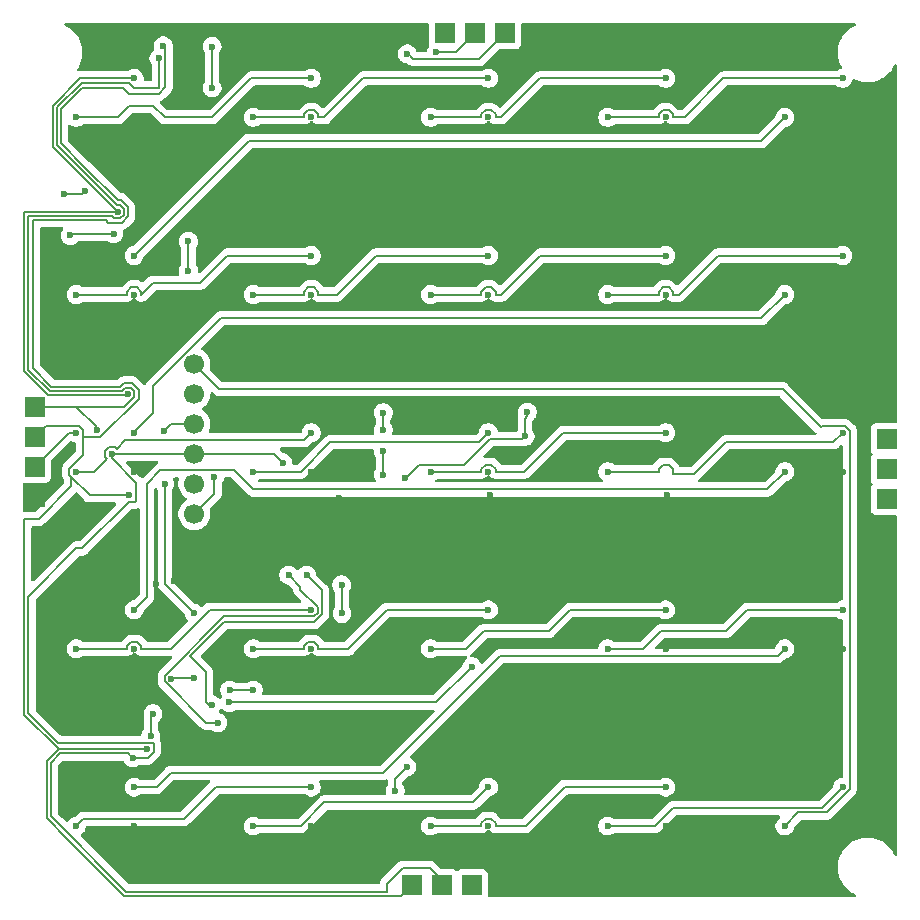
<source format=gbr>
%TF.GenerationSoftware,KiCad,Pcbnew,9.0.6*%
%TF.CreationDate,2025-12-14T11:47:39+00:00*%
%TF.ProjectId,cheetoTile,63686565-746f-4546-996c-652e6b696361,rev?*%
%TF.SameCoordinates,Original*%
%TF.FileFunction,Copper,L2,Bot*%
%TF.FilePolarity,Positive*%
%FSLAX46Y46*%
G04 Gerber Fmt 4.6, Leading zero omitted, Abs format (unit mm)*
G04 Created by KiCad (PCBNEW 9.0.6) date 2025-12-14 11:47:39*
%MOMM*%
%LPD*%
G01*
G04 APERTURE LIST*
%TA.AperFunction,ComponentPad*%
%ADD10R,1.700000X1.700000*%
%TD*%
%TA.AperFunction,ComponentPad*%
%ADD11C,1.700000*%
%TD*%
%TA.AperFunction,ViaPad*%
%ADD12C,0.600000*%
%TD*%
%TA.AperFunction,Conductor*%
%ADD13C,0.200000*%
%TD*%
G04 APERTURE END LIST*
D10*
%TO.P,J4,1,Pin_1*%
%TO.N,GND*%
X196540000Y-104000000D03*
%TO.P,J4,2,Pin_2*%
%TO.N,VCC*%
X194000000Y-104000000D03*
%TO.P,J4,3,Pin_3*%
%TO.N,TX*%
X191460000Y-104000000D03*
%TO.P,J4,4,Pin_4*%
%TO.N,RX*%
X188920000Y-104000000D03*
%TD*%
%TO.P,J1,1,Pin_1*%
%TO.N,GND*%
X157000000Y-71120000D03*
%TO.P,J1,2,Pin_2*%
%TO.N,VCC*%
X157000000Y-68580000D03*
%TO.P,J1,3,Pin_3*%
%TO.N,RX*%
X157000000Y-66040000D03*
%TO.P,J1,4,Pin_4*%
%TO.N,TX*%
X157000000Y-63500000D03*
%TD*%
%TO.P,J5,1,Pin_1*%
%TO.N,GND*%
X170500000Y-75120000D03*
D11*
%TO.P,J5,2,Pin_2*%
%TO.N,VCC*%
X170500000Y-72580000D03*
%TO.P,J5,3,Pin_3*%
%TO.N,RX*%
X170500000Y-70040000D03*
%TO.P,J5,4,Pin_4*%
%TO.N,TX*%
X170500000Y-67500000D03*
%TO.P,J5,5,Pin_5*%
%TO.N,PROGRAM*%
X170500000Y-64960000D03*
%TO.P,J5,6,Pin_6*%
%TO.N,LED_DATA*%
X170500000Y-62420000D03*
%TO.P,J5,7,Pin_7*%
%TO.N,DATA_OUT*%
X170500000Y-59880000D03*
%TD*%
D10*
%TO.P,J3,1,Pin_1*%
%TO.N,GND*%
X229115000Y-63690000D03*
%TO.P,J3,2,Pin_2*%
%TO.N,VCC*%
X229115000Y-66230000D03*
%TO.P,J3,3,Pin_3*%
%TO.N,RX*%
X229115000Y-68770000D03*
%TO.P,J3,4,Pin_4*%
%TO.N,TX*%
X229115000Y-71310000D03*
%TD*%
%TO.P,J2,1,Pin_1*%
%TO.N,GND*%
X189170000Y-31885000D03*
%TO.P,J2,2,Pin_2*%
%TO.N,VCC*%
X191710000Y-31885000D03*
%TO.P,J2,3,Pin_3*%
%TO.N,TX*%
X194250000Y-31885000D03*
%TO.P,J2,4,Pin_4*%
%TO.N,RX*%
X196790000Y-31885000D03*
%TD*%
D12*
%TO.N,Net-(U1-PA2)*%
X167000000Y-89500000D03*
X166800000Y-91350000D03*
%TO.N,TX*%
X165287500Y-93200000D03*
%TO.N,VCC*%
X172200000Y-69439000D03*
X160500000Y-65700000D03*
%TO.N,GND*%
X157000000Y-77500000D03*
X180400000Y-99000000D03*
X170150000Y-90500000D03*
X210400000Y-39000000D03*
X163000000Y-72000000D03*
X168750000Y-78250000D03*
X165400000Y-69000000D03*
X225400000Y-54000000D03*
X225400000Y-99000000D03*
X167250000Y-78500000D03*
X195400000Y-84000000D03*
X164562500Y-43000000D03*
X195400000Y-39000000D03*
X210400000Y-54000000D03*
X158000000Y-80500000D03*
X195400000Y-69000000D03*
X180400000Y-84000000D03*
X180400000Y-69000000D03*
X180400000Y-39000000D03*
X225400000Y-84000000D03*
X224750000Y-73750000D03*
X182750000Y-71250000D03*
X227000000Y-73500000D03*
X210400000Y-84000000D03*
X210500000Y-71000000D03*
X210400000Y-99000000D03*
X157000000Y-74000000D03*
X195400000Y-99000000D03*
X162000000Y-88925000D03*
X180400000Y-54000000D03*
X165400000Y-39000000D03*
X225400000Y-39000000D03*
X165400000Y-99000000D03*
X183000000Y-69500000D03*
X165400000Y-54000000D03*
X164500000Y-88962500D03*
X165400000Y-84000000D03*
X225400000Y-69000000D03*
X195500000Y-71000000D03*
X195400000Y-54000000D03*
X227250000Y-66000000D03*
%TO.N,Net-(D1-DOUT)*%
X160500000Y-39000000D03*
X180400000Y-35700000D03*
%TO.N,LED_DATA*%
X164000000Y-47000000D03*
X164875104Y-62428206D03*
X165400000Y-35700000D03*
%TO.N,Net-(D2-DOUT)*%
X175500000Y-39000000D03*
X195400000Y-35700000D03*
%TO.N,Net-(D3-DOUT)*%
X210400000Y-35700000D03*
X190500000Y-39000000D03*
%TO.N,Net-(D4-DOUT)*%
X205500000Y-39000000D03*
X225400000Y-35700000D03*
%TO.N,Net-(D5-DOUT)*%
X220500000Y-39000000D03*
X165400000Y-50700000D03*
%TO.N,Net-(D6-DOUT)*%
X160500000Y-54000000D03*
X180400000Y-50700000D03*
%TO.N,Net-(D7-DOUT)*%
X195400000Y-50700000D03*
X175500000Y-54000000D03*
%TO.N,Net-(D8-DOUT)*%
X210400000Y-50700000D03*
X190500000Y-54000000D03*
%TO.N,Net-(D10-DIN)*%
X225400000Y-50700000D03*
X205500000Y-54000000D03*
%TO.N,Net-(D10-DOUT)*%
X220500000Y-54000000D03*
X165400000Y-65700000D03*
%TO.N,Net-(D11-DOUT)*%
X160500000Y-69000000D03*
X180400000Y-65700000D03*
%TO.N,Net-(D12-DOUT)*%
X195400000Y-65700000D03*
X175500000Y-69000000D03*
%TO.N,Net-(D14-DOUT)*%
X205500000Y-69000000D03*
X225400000Y-65700000D03*
%TO.N,Net-(D13-DOUT)*%
X190500000Y-69000000D03*
X210400000Y-65700000D03*
%TO.N,Net-(D16-DOUT)*%
X180400000Y-80700000D03*
X160500000Y-84000000D03*
%TO.N,Net-(D15-DOUT)*%
X165400000Y-80700000D03*
X220500000Y-69000000D03*
%TO.N,Net-(D18-DOUT)*%
X190500000Y-84000000D03*
X210400000Y-80700000D03*
%TO.N,Net-(D17-DOUT)*%
X175500000Y-84000000D03*
X195400000Y-80700000D03*
%TO.N,Net-(D20-DOUT)*%
X220500000Y-84000000D03*
X165400000Y-95700000D03*
%TO.N,Net-(D19-DOUT)*%
X225400000Y-80700000D03*
X205500000Y-84000000D03*
%TO.N,Net-(D21-DOUT)*%
X180400000Y-95700000D03*
X160500000Y-99000000D03*
%TO.N,Net-(D22-DOUT)*%
X195400000Y-95700000D03*
X175500000Y-99000000D03*
%TO.N,Net-(D23-DOUT)*%
X190500000Y-99000000D03*
X210400000Y-95700000D03*
%TO.N,Net-(D24-DOUT)*%
X225400000Y-95700000D03*
X205500000Y-99000000D03*
%TO.N,DATA_OUT*%
X220500000Y-99000000D03*
%TO.N,RX*%
X167861702Y-32947075D03*
X165000000Y-71000000D03*
X188531783Y-33625588D03*
X166500000Y-92500000D03*
%TO.N,TX*%
X191000000Y-33500000D03*
X162250000Y-65499000D03*
X163500000Y-67500000D03*
X178000000Y-68250000D03*
X167500000Y-34000000D03*
%TO.N,TOUCH1*%
X172000000Y-33000000D03*
X172000000Y-36500000D03*
X186500000Y-67250000D03*
X163658557Y-48836107D03*
X186500000Y-64000000D03*
X160000000Y-49000000D03*
X161250000Y-45250000D03*
X170000000Y-52000000D03*
X186500000Y-69250000D03*
X178500000Y-77750000D03*
X172500000Y-90250000D03*
X170000000Y-49500000D03*
X159500000Y-45500000D03*
X186500000Y-65500000D03*
%TO.N,TOUCH2*%
X198687500Y-63950000D03*
X172000000Y-88750000D03*
X198500000Y-66000000D03*
X180000000Y-77750000D03*
X188319415Y-69574646D03*
%TO.N,TOUCH3*%
X194000000Y-85500000D03*
X173464599Y-88539790D03*
%TO.N,TOUCH4*%
X175500000Y-87500000D03*
X187500000Y-96000000D03*
X170500000Y-86500000D03*
X173500000Y-87500000D03*
X188500000Y-94000000D03*
X183000000Y-81000000D03*
X182975079Y-78581001D03*
X168533087Y-86524120D03*
%TO.N,PROGRAM*%
X168000000Y-70000000D03*
X170500000Y-81000000D03*
X167953873Y-65546647D03*
%TD*%
D13*
%TO.N,TX*%
X191460000Y-104000000D02*
X191460000Y-103560000D01*
X191460000Y-103560000D02*
X190450000Y-102550000D01*
X190450000Y-102550000D02*
X188150000Y-102550000D01*
X186800000Y-103900000D02*
X186800000Y-104548000D01*
X188150000Y-102550000D02*
X186800000Y-103900000D01*
X158351000Y-93645388D02*
X159145388Y-92851000D01*
X186800000Y-104548000D02*
X164722758Y-104548000D01*
X164901000Y-92851000D02*
X165250000Y-93200000D01*
X164722758Y-104548000D02*
X158351000Y-98176242D01*
X158351000Y-98176242D02*
X158351000Y-93645388D01*
X159145388Y-92851000D02*
X164901000Y-92851000D01*
X165250000Y-93200000D02*
X165287500Y-93200000D01*
%TO.N,Net-(U1-PA2)*%
X166800000Y-89700000D02*
X167000000Y-89500000D01*
X166800000Y-90529232D02*
X166800000Y-89700000D01*
X166800000Y-91350000D02*
X166800000Y-90529232D01*
%TO.N,TX*%
X167051000Y-92000000D02*
X167051000Y-92728232D01*
X167051000Y-92728232D02*
X166579232Y-93200000D01*
X166579232Y-93200000D02*
X165287500Y-93200000D01*
%TO.N,VCC*%
X172200000Y-70880000D02*
X170500000Y-72580000D01*
X159880000Y-65700000D02*
X160500000Y-65700000D01*
X157000000Y-68580000D02*
X159880000Y-65700000D01*
X172200000Y-69439000D02*
X172200000Y-70880000D01*
%TO.N,Net-(D1-DOUT)*%
X175300002Y-35700000D02*
X180400000Y-35700000D01*
X160500000Y-39000000D02*
X164000000Y-39000000D01*
X168000000Y-39000000D02*
X172000002Y-39000000D01*
X164000000Y-39000000D02*
X165000000Y-38000000D01*
X172000002Y-39000000D02*
X175300002Y-35700000D01*
X167000000Y-38000000D02*
X168000000Y-39000000D01*
X165000000Y-38000000D02*
X167000000Y-38000000D01*
%TO.N,LED_DATA*%
X160800000Y-35700000D02*
X165400000Y-35700000D01*
X156101000Y-47000000D02*
X156101000Y-60500000D01*
X156101000Y-60500000D02*
X158101000Y-62500000D01*
X158101000Y-62500000D02*
X165000000Y-62500000D01*
X164000000Y-47000000D02*
X156101000Y-47000000D01*
X158500000Y-38000000D02*
X160800000Y-35700000D01*
X158500000Y-41500000D02*
X158500000Y-38000000D01*
X164000000Y-47000000D02*
X158500000Y-41500000D01*
%TO.N,Net-(D2-DOUT)*%
X181001000Y-38751057D02*
X181001000Y-39000000D01*
X180151057Y-38399000D02*
X180648943Y-38399000D01*
X181499998Y-39000000D02*
X184799998Y-35700000D01*
X179799000Y-38751057D02*
X180151057Y-38399000D01*
X180648943Y-38399000D02*
X181001000Y-38751057D01*
X184799998Y-35700000D02*
X195400000Y-35700000D01*
X181001000Y-39000000D02*
X181499998Y-39000000D01*
X179799000Y-39000000D02*
X179799000Y-38751057D01*
X175500000Y-39000000D02*
X179799000Y-39000000D01*
%TO.N,Net-(D3-DOUT)*%
X190500000Y-39000000D02*
X194799000Y-39000000D01*
X199749942Y-35700000D02*
X210400000Y-35700000D01*
X196449942Y-39000000D02*
X199749942Y-35700000D01*
X195151057Y-38399000D02*
X195648943Y-38399000D01*
X196001000Y-39000000D02*
X196449942Y-39000000D01*
X196001000Y-38751057D02*
X196001000Y-39000000D01*
X195648943Y-38399000D02*
X196001000Y-38751057D01*
X194799000Y-39000000D02*
X194799000Y-38751057D01*
X194799000Y-38751057D02*
X195151057Y-38399000D01*
%TO.N,Net-(D4-DOUT)*%
X212000000Y-39000000D02*
X215300000Y-35700000D01*
X209799000Y-38751057D02*
X210151057Y-38399000D01*
X210151057Y-38399000D02*
X210648943Y-38399000D01*
X210648943Y-38399000D02*
X211001000Y-38751057D01*
X211001000Y-39000000D02*
X212000000Y-39000000D01*
X205500000Y-39000000D02*
X209799000Y-39000000D01*
X215300000Y-35700000D02*
X225400000Y-35700000D01*
X209799000Y-39000000D02*
X209799000Y-38751057D01*
X211001000Y-38751057D02*
X211001000Y-39000000D01*
%TO.N,Net-(D5-DOUT)*%
X218500000Y-41000000D02*
X175100000Y-41000000D01*
X220500000Y-39000000D02*
X218500000Y-41000000D01*
X175100000Y-41000000D02*
X165400000Y-50700000D01*
%TO.N,Net-(D6-DOUT)*%
X165151057Y-53399000D02*
X165648943Y-53399000D01*
X171000000Y-53000000D02*
X173300000Y-50700000D01*
X173300000Y-50700000D02*
X180400000Y-50700000D01*
X164799000Y-54000000D02*
X164799000Y-53751057D01*
X164799000Y-53751057D02*
X165151057Y-53399000D01*
X166001000Y-53999000D02*
X167000000Y-53000000D01*
X167000000Y-53000000D02*
X171000000Y-53000000D01*
X160500000Y-54000000D02*
X164799000Y-54000000D01*
X166001000Y-53751057D02*
X166001000Y-53999000D01*
X165648943Y-53399000D02*
X166001000Y-53751057D01*
%TO.N,Net-(D7-DOUT)*%
X180648943Y-53399000D02*
X181001000Y-53751057D01*
X182550058Y-54000000D02*
X185850058Y-50700000D01*
X185850058Y-50700000D02*
X195400000Y-50700000D01*
X175500000Y-54000000D02*
X179799000Y-54000000D01*
X181001000Y-54000000D02*
X182550058Y-54000000D01*
X181001000Y-53751057D02*
X181001000Y-54000000D01*
X179799000Y-53751057D02*
X180151057Y-53399000D01*
X179799000Y-54000000D02*
X179799000Y-53751057D01*
X180151057Y-53399000D02*
X180648943Y-53399000D01*
%TO.N,Net-(D8-DOUT)*%
X190500000Y-54000000D02*
X194799000Y-54000000D01*
X194799000Y-54000000D02*
X194799000Y-53751057D01*
X195648943Y-53399000D02*
X196001000Y-53751057D01*
X195151057Y-53399000D02*
X195648943Y-53399000D01*
X196001000Y-54000000D02*
X196500002Y-54000000D01*
X196500002Y-54000000D02*
X199800002Y-50700000D01*
X199800002Y-50700000D02*
X210400000Y-50700000D01*
X194799000Y-53751057D02*
X195151057Y-53399000D01*
X196001000Y-53751057D02*
X196001000Y-54000000D01*
%TO.N,Net-(D10-DIN)*%
X209799000Y-53751057D02*
X210151057Y-53399000D01*
X211001000Y-53751057D02*
X211001000Y-54000000D01*
X211500000Y-54000000D02*
X214800000Y-50700000D01*
X214800000Y-50700000D02*
X225400000Y-50700000D01*
X209799000Y-54000000D02*
X209799000Y-53751057D01*
X205500000Y-54000000D02*
X209799000Y-54000000D01*
X210648943Y-53399000D02*
X211001000Y-53751057D01*
X211001000Y-54000000D02*
X211500000Y-54000000D01*
X210151057Y-53399000D02*
X210648943Y-53399000D01*
%TO.N,Net-(D10-DOUT)*%
X167000000Y-64000000D02*
X165400000Y-65600000D01*
X218500000Y-56000000D02*
X172752240Y-56000000D01*
X167000000Y-61752240D02*
X167000000Y-64000000D01*
X220500000Y-54000000D02*
X218500000Y-56000000D01*
X172752240Y-56000000D02*
X167000000Y-61752240D01*
X165400000Y-65600000D02*
X165400000Y-65700000D01*
%TO.N,Net-(D11-DOUT)*%
X162899000Y-67748943D02*
X162899000Y-67251057D01*
X163251057Y-66899000D02*
X163748943Y-66899000D01*
X163748943Y-66899000D02*
X163924972Y-67075028D01*
X162899000Y-67251057D02*
X163251057Y-66899000D01*
X163075029Y-67924971D02*
X162899000Y-67748943D01*
X163924972Y-67075028D02*
X164651000Y-66349000D01*
X164651000Y-66349000D02*
X179751000Y-66349000D01*
X162000000Y-69000000D02*
X163075029Y-67924971D01*
X179751000Y-66349000D02*
X180400000Y-65700000D01*
X160500000Y-69000000D02*
X162000000Y-69000000D01*
%TO.N,Net-(D12-DOUT)*%
X182000000Y-66500000D02*
X194600000Y-66500000D01*
X179500000Y-69000000D02*
X182000000Y-66500000D01*
X194600000Y-66500000D02*
X195400000Y-65700000D01*
X175500000Y-69000000D02*
X179500000Y-69000000D01*
%TO.N,Net-(D14-DOUT)*%
X210648943Y-68399000D02*
X211001000Y-68751057D01*
X209799000Y-68751057D02*
X210151057Y-68399000D01*
X209799000Y-69000000D02*
X209799000Y-68751057D01*
X205500000Y-69000000D02*
X209799000Y-69000000D01*
X224600000Y-66500000D02*
X225400000Y-65700000D01*
X215500000Y-66500000D02*
X224600000Y-66500000D01*
X210151057Y-68399000D02*
X210648943Y-68399000D01*
X211001000Y-68751057D02*
X211001000Y-69200000D01*
X211001000Y-69200000D02*
X212800000Y-69200000D01*
X212800000Y-69200000D02*
X215500000Y-66500000D01*
%TO.N,Net-(D13-DOUT)*%
X198449944Y-69000000D02*
X201749944Y-65700000D01*
X195151057Y-68399000D02*
X195648943Y-68399000D01*
X196001000Y-69000000D02*
X198449944Y-69000000D01*
X194799000Y-68751057D02*
X195151057Y-68399000D01*
X201749944Y-65700000D02*
X210400000Y-65700000D01*
X196001000Y-68751057D02*
X196001000Y-69000000D01*
X194799000Y-69000000D02*
X194799000Y-68751057D01*
X190500000Y-69000000D02*
X194799000Y-69000000D01*
X195648943Y-68399000D02*
X196001000Y-68751057D01*
%TO.N,Net-(D16-DOUT)*%
X166001000Y-83751057D02*
X166001000Y-84000000D01*
X166001000Y-84000000D02*
X168500002Y-84000000D01*
X164799000Y-84000000D02*
X164799000Y-83751057D01*
X165648943Y-83399000D02*
X166001000Y-83751057D01*
X171800002Y-80700000D02*
X180400000Y-80700000D01*
X168500002Y-84000000D02*
X171800002Y-80700000D01*
X164799000Y-83751057D02*
X165151057Y-83399000D01*
X160500000Y-84000000D02*
X164799000Y-84000000D01*
X165151057Y-83399000D02*
X165648943Y-83399000D01*
%TO.N,Net-(D15-DOUT)*%
X167611000Y-68889000D02*
X173889000Y-68889000D01*
X195220768Y-70500000D02*
X195271768Y-70449000D01*
X166500000Y-70000000D02*
X167611000Y-68889000D01*
X195728232Y-70449000D02*
X195779232Y-70500000D01*
X173889000Y-68889000D02*
X175500000Y-70500000D01*
X210728232Y-70449000D02*
X210779232Y-70500000D01*
X195271768Y-70449000D02*
X195728232Y-70449000D01*
X165400000Y-80700000D02*
X166500000Y-79600000D01*
X210271768Y-70449000D02*
X210728232Y-70449000D01*
X175500000Y-70500000D02*
X195220768Y-70500000D01*
X195779232Y-70500000D02*
X210220768Y-70500000D01*
X219000000Y-70500000D02*
X220500000Y-69000000D01*
X210220768Y-70500000D02*
X210271768Y-70449000D01*
X210779232Y-70500000D02*
X219000000Y-70500000D01*
X166500000Y-79600000D02*
X166500000Y-70000000D01*
%TO.N,Net-(D18-DOUT)*%
X190500000Y-84000000D02*
X193500000Y-84000000D01*
X202300000Y-80700000D02*
X210400000Y-80700000D01*
X200500000Y-82500000D02*
X202300000Y-80700000D01*
X193500000Y-84000000D02*
X195000000Y-82500000D01*
X195000000Y-82500000D02*
X200500000Y-82500000D01*
%TO.N,Net-(D17-DOUT)*%
X175500000Y-84000000D02*
X179799000Y-84000000D01*
X180151057Y-83399000D02*
X180648943Y-83399000D01*
X183500000Y-84000000D02*
X186800000Y-80700000D01*
X181001000Y-83751057D02*
X181001000Y-84000000D01*
X186800000Y-80700000D02*
X195400000Y-80700000D01*
X180648943Y-83399000D02*
X181001000Y-83751057D01*
X179799000Y-83751057D02*
X180151057Y-83399000D01*
X181001000Y-84000000D02*
X183500000Y-84000000D01*
X179799000Y-84000000D02*
X179799000Y-83751057D01*
%TO.N,Net-(D20-DOUT)*%
X186500000Y-94500000D02*
X168500000Y-94500000D01*
X196399000Y-84601000D02*
X186500000Y-94500000D01*
X167300000Y-95700000D02*
X165400000Y-95700000D01*
X220500000Y-84000000D02*
X219899000Y-84601000D01*
X219899000Y-84601000D02*
X196399000Y-84601000D01*
X168500000Y-94500000D02*
X167300000Y-95700000D01*
%TO.N,Net-(D19-DOUT)*%
X208500000Y-84000000D02*
X210000000Y-82500000D01*
X217299998Y-80700000D02*
X225400000Y-80700000D01*
X215499998Y-82500000D02*
X217299998Y-80700000D01*
X210000000Y-82500000D02*
X215499998Y-82500000D01*
X205500000Y-84000000D02*
X208500000Y-84000000D01*
%TO.N,Net-(D21-DOUT)*%
X172300000Y-95700000D02*
X180400000Y-95700000D01*
X161101000Y-98399000D02*
X169601000Y-98399000D01*
X160500000Y-99000000D02*
X161101000Y-98399000D01*
X169601000Y-98399000D02*
X172300000Y-95700000D01*
%TO.N,Net-(D22-DOUT)*%
X181500000Y-97000000D02*
X194100000Y-97000000D01*
X179500000Y-99000000D02*
X181500000Y-97000000D01*
X175500000Y-99000000D02*
X179500000Y-99000000D01*
X194100000Y-97000000D02*
X195400000Y-95700000D01*
%TO.N,Net-(D23-DOUT)*%
X195648943Y-98399000D02*
X196001000Y-98751057D01*
X194799000Y-99000000D02*
X194799000Y-98751057D01*
X201850058Y-95700000D02*
X210400000Y-95700000D01*
X198550058Y-99000000D02*
X201850058Y-95700000D01*
X195151057Y-98399000D02*
X195648943Y-98399000D01*
X194799000Y-98751057D02*
X195151057Y-98399000D01*
X190500000Y-99000000D02*
X194799000Y-99000000D01*
X196001000Y-99000000D02*
X198550058Y-99000000D01*
X196001000Y-98751057D02*
X196001000Y-99000000D01*
%TO.N,Net-(D24-DOUT)*%
X223600000Y-97500000D02*
X225400000Y-95700000D01*
X209500000Y-99000000D02*
X211000000Y-97500000D01*
X211000000Y-97500000D02*
X223600000Y-97500000D01*
X205500000Y-99000000D02*
X209500000Y-99000000D01*
%TO.N,DATA_OUT*%
X226000000Y-65520768D02*
X225628232Y-65149000D01*
X221649000Y-97851000D02*
X224028232Y-97851000D01*
X223527806Y-65222194D02*
X220305612Y-62000000D01*
X225628232Y-65149000D02*
X223601000Y-65149000D01*
X223601000Y-65149000D02*
X223527806Y-65222194D01*
X220305612Y-62000000D02*
X172620000Y-62000000D01*
X172620000Y-62000000D02*
X170500000Y-59880000D01*
X220500000Y-99000000D02*
X221649000Y-97851000D01*
X224028232Y-97851000D02*
X226000000Y-95879232D01*
X226000000Y-95879232D02*
X226000000Y-65520768D01*
%TO.N,RX*%
X161253611Y-43253611D02*
X164000000Y-46000000D01*
X161101000Y-67549057D02*
X159899000Y-68751057D01*
X156803000Y-47702000D02*
X156803000Y-60209224D01*
X158391776Y-61798000D02*
X164229690Y-61798000D01*
X159202000Y-38298000D02*
X159202000Y-41209223D01*
X157941000Y-65099000D02*
X160748943Y-65099000D01*
X188920000Y-104000000D02*
X188021000Y-104899000D01*
X157322000Y-73000000D02*
X160075029Y-70246971D01*
X164500000Y-36500000D02*
X161000000Y-36500000D01*
X168051000Y-33136373D02*
X168051000Y-36449000D01*
X164000000Y-46000000D02*
X164275620Y-46000000D01*
X164275620Y-46000000D02*
X164902000Y-46626380D01*
X162528931Y-66050000D02*
X161151000Y-66050000D01*
X161151000Y-66050000D02*
X161101000Y-66000000D01*
X157000000Y-66040000D02*
X157941000Y-65099000D01*
X165777104Y-62801827D02*
X162528931Y-66050000D01*
X165248724Y-61526206D02*
X165777104Y-62054586D01*
X159839185Y-100160815D02*
X158000000Y-98321630D01*
X159202000Y-41209223D02*
X161246389Y-43253611D01*
X165777104Y-62054586D02*
X165777104Y-62801827D01*
X163000000Y-47702000D02*
X156803000Y-47702000D01*
X163200000Y-47902000D02*
X163000000Y-47702000D01*
X159000000Y-92500000D02*
X166500000Y-92500000D01*
X168051000Y-36449000D02*
X167500000Y-37000000D01*
X160075029Y-70246971D02*
X160075029Y-69424971D01*
X161650057Y-71000000D02*
X165000000Y-71000000D01*
X158000000Y-93500000D02*
X159000000Y-92500000D01*
X156101000Y-89601000D02*
X156101000Y-73000000D01*
X159899000Y-69248943D02*
X160075029Y-69424971D01*
X194624000Y-34051000D02*
X189051000Y-34051000D01*
X164229690Y-61798000D02*
X164501484Y-61526206D01*
X166000000Y-104899000D02*
X164577370Y-104899000D01*
X156101000Y-73000000D02*
X157322000Y-73000000D01*
X160075029Y-69424971D02*
X161650057Y-71000000D01*
X161101000Y-65451057D02*
X161101000Y-66000000D01*
X167500000Y-37000000D02*
X165000000Y-37000000D01*
X161000000Y-36500000D02*
X159202000Y-38298000D01*
X164373620Y-47902000D02*
X163200000Y-47902000D01*
X161246389Y-43253611D02*
X161253611Y-43253611D01*
X156803000Y-60209224D02*
X158391776Y-61798000D01*
X164501484Y-61526206D02*
X165248724Y-61526206D01*
X164902000Y-47373621D02*
X164373620Y-47902000D01*
X160748943Y-65099000D02*
X161101000Y-65451057D01*
X164577370Y-104899000D02*
X159839185Y-100160815D01*
X167861702Y-32947075D02*
X168051000Y-33136373D01*
X164902000Y-46626380D02*
X164902000Y-47373621D01*
X159899000Y-68751057D02*
X159899000Y-69248943D01*
X158000000Y-98321630D02*
X158000000Y-93500000D01*
X165000000Y-37000000D02*
X164500000Y-36500000D01*
X161101000Y-66000000D02*
X161101000Y-67549057D01*
X159000000Y-92500000D02*
X156101000Y-89601000D01*
X189051000Y-34051000D02*
X188500000Y-33500000D01*
X196790000Y-31885000D02*
X194624000Y-34051000D01*
X188021000Y-104899000D02*
X166000000Y-104899000D01*
%TO.N,TX*%
X164582542Y-63500000D02*
X160500000Y-63500000D01*
X158851000Y-38145388D02*
X158851000Y-41354612D01*
X177250000Y-67500000D02*
X170500000Y-67500000D01*
X164646872Y-61877206D02*
X165103336Y-61877206D01*
X163500000Y-67879232D02*
X163500000Y-67500000D01*
X178000000Y-68250000D02*
X177250000Y-67500000D01*
X170500000Y-67500000D02*
X163500000Y-67500000D01*
X163945389Y-46449000D02*
X164228232Y-46449000D01*
X160500000Y-75500000D02*
X161000000Y-75500000D01*
X167051000Y-92000000D02*
X167000000Y-91949000D01*
X160945388Y-36051000D02*
X158851000Y-38145388D01*
X162250000Y-65499000D02*
X162250000Y-65250000D01*
X162250000Y-65250000D02*
X160500000Y-63500000D01*
X156500000Y-79500000D02*
X160500000Y-75500000D01*
X167000000Y-91949000D02*
X158945388Y-91949000D01*
X164228232Y-47551000D02*
X163700000Y-47551000D01*
X164551000Y-47228232D02*
X164228232Y-47551000D01*
X156452000Y-89455612D02*
X156452000Y-79500000D01*
X156452000Y-47351000D02*
X156452000Y-60354612D01*
X165426104Y-62199974D02*
X165426104Y-62656438D01*
X165103336Y-61877206D02*
X165426104Y-62199974D01*
X194250000Y-31885000D02*
X192635000Y-33500000D01*
X165551000Y-69930232D02*
X163500000Y-67879232D01*
X165420768Y-36500000D02*
X164971768Y-36051000D01*
X192635000Y-33500000D02*
X191000000Y-33500000D01*
X163700000Y-47551000D02*
X163500000Y-47351000D01*
X165426104Y-62656438D02*
X164582542Y-63500000D01*
X158246388Y-62149000D02*
X164375078Y-62149000D01*
X164551000Y-46771768D02*
X164551000Y-47228232D01*
X156452000Y-79500000D02*
X156500000Y-79500000D01*
X161000000Y-75500000D02*
X164949000Y-71551000D01*
X164375078Y-62149000D02*
X164646872Y-61877206D01*
X164228232Y-46449000D02*
X164551000Y-46771768D01*
X167500000Y-36500000D02*
X165420768Y-36500000D01*
X158945388Y-91949000D02*
X156452000Y-89455612D01*
X163500000Y-47351000D02*
X156452000Y-47351000D01*
X156452000Y-60354612D02*
X158246388Y-62149000D01*
X164971768Y-36051000D02*
X160945388Y-36051000D01*
X165551000Y-71449000D02*
X165551000Y-69930232D01*
X164949000Y-71551000D02*
X165449000Y-71551000D01*
X160500000Y-63500000D02*
X157000000Y-63500000D01*
X158851000Y-41354612D02*
X163945389Y-46449000D01*
X165449000Y-71551000D02*
X165551000Y-71449000D01*
X167500000Y-34000000D02*
X167500000Y-36500000D01*
%TO.N,TOUCH1*%
X180629232Y-81250000D02*
X173000000Y-81250000D01*
X178500000Y-77750000D02*
X179479512Y-78729512D01*
X186500000Y-64000000D02*
X186500000Y-65500000D01*
X161000000Y-45500000D02*
X160000000Y-45500000D01*
X173000000Y-81250000D02*
X167982087Y-86267913D01*
X179479512Y-78729512D02*
X179479512Y-79000280D01*
X167982087Y-86752352D02*
X171479735Y-90250000D01*
X180951000Y-80928232D02*
X180629232Y-81250000D01*
X167982087Y-86267913D02*
X167982087Y-86752352D01*
X171479735Y-90250000D02*
X172500000Y-90250000D01*
X161250000Y-45250000D02*
X161000000Y-45500000D01*
X160163893Y-48836107D02*
X160000000Y-49000000D01*
X186500000Y-67250000D02*
X186500000Y-69250000D01*
X172000000Y-36500000D02*
X172000000Y-33000000D01*
X180951000Y-80471768D02*
X180951000Y-80928232D01*
X179479512Y-79000280D02*
X180951000Y-80471768D01*
X170000000Y-49500000D02*
X170000000Y-52000000D01*
X163658557Y-48836107D02*
X160163893Y-48836107D01*
X160000000Y-45500000D02*
X159500000Y-45500000D01*
%TO.N,TOUCH2*%
X181302000Y-79052000D02*
X180000000Y-77750000D01*
X172996388Y-81750000D02*
X180625621Y-81750000D01*
X171500000Y-88500000D02*
X171500000Y-86000000D01*
X198687500Y-63950000D02*
X198687500Y-64312500D01*
X171750000Y-88750000D02*
X171500000Y-88500000D01*
X193301000Y-68449000D02*
X189551000Y-68449000D01*
X195499000Y-66251000D02*
X193301000Y-68449000D01*
X180625621Y-81750000D02*
X181302000Y-81073621D01*
X198687500Y-64312500D02*
X198500000Y-64500000D01*
X170123194Y-84623194D02*
X172996388Y-81750000D01*
X189551000Y-68449000D02*
X188351000Y-69649000D01*
X198500000Y-64500000D02*
X198500000Y-66000000D01*
X171500000Y-86000000D02*
X170123194Y-84623194D01*
X198249000Y-66251000D02*
X195499000Y-66251000D01*
X198500000Y-66000000D02*
X198249000Y-66251000D01*
X181302000Y-81073621D02*
X181302000Y-79052000D01*
X172000000Y-88750000D02*
X171750000Y-88750000D01*
%TO.N,TOUCH3*%
X190960210Y-88539790D02*
X194000000Y-85500000D01*
X173464599Y-88539790D02*
X190960210Y-88539790D01*
%TO.N,TOUCH4*%
X170500000Y-86500000D02*
X168500000Y-86500000D01*
X175500000Y-87500000D02*
X173500000Y-87500000D01*
X187500000Y-95000000D02*
X187500000Y-96000000D01*
X183000000Y-81000000D02*
X183000000Y-78500000D01*
X188500000Y-94000000D02*
X187500000Y-95000000D01*
%TO.N,PROGRAM*%
X170500000Y-81000000D02*
X168000000Y-78500000D01*
X168000000Y-78500000D02*
X168000000Y-70000000D01*
X168540520Y-64960000D02*
X170500000Y-64960000D01*
X167953873Y-65546647D02*
X168540520Y-64960000D01*
%TD*%
%TA.AperFunction,Conductor*%
%TO.N,GND*%
G36*
X190302539Y-31020185D02*
G01*
X190348294Y-31072989D01*
X190359500Y-31124500D01*
X190359500Y-32772930D01*
X190359500Y-32772934D01*
X190359501Y-32782872D01*
X190365909Y-32842483D01*
X190386500Y-32897692D01*
X190388392Y-32906431D01*
X190386483Y-32932721D01*
X190388364Y-32959018D01*
X190383793Y-32969780D01*
X190383333Y-32976117D01*
X190378190Y-32982970D01*
X190370300Y-33001550D01*
X190290609Y-33120814D01*
X190290602Y-33120827D01*
X190230264Y-33266498D01*
X190230261Y-33266508D01*
X190213516Y-33350692D01*
X190181131Y-33412603D01*
X190120415Y-33447177D01*
X190091899Y-33450500D01*
X189408568Y-33450500D01*
X189341529Y-33430815D01*
X189295774Y-33378011D01*
X189294007Y-33373952D01*
X189241180Y-33246415D01*
X189241173Y-33246402D01*
X189153572Y-33115299D01*
X189153569Y-33115295D01*
X189042075Y-33003801D01*
X189042071Y-33003798D01*
X188910968Y-32916197D01*
X188910955Y-32916190D01*
X188765284Y-32855852D01*
X188765272Y-32855849D01*
X188610628Y-32825088D01*
X188610625Y-32825088D01*
X188452941Y-32825088D01*
X188452938Y-32825088D01*
X188298293Y-32855849D01*
X188298281Y-32855852D01*
X188152610Y-32916190D01*
X188152597Y-32916197D01*
X188021494Y-33003798D01*
X188021490Y-33003801D01*
X187909996Y-33115295D01*
X187909993Y-33115299D01*
X187822392Y-33246402D01*
X187822385Y-33246415D01*
X187762047Y-33392086D01*
X187762044Y-33392098D01*
X187731283Y-33546741D01*
X187731283Y-33704434D01*
X187762044Y-33859077D01*
X187762047Y-33859089D01*
X187822385Y-34004760D01*
X187822392Y-34004773D01*
X187909993Y-34135876D01*
X187909996Y-34135880D01*
X188021490Y-34247374D01*
X188021494Y-34247377D01*
X188152597Y-34334978D01*
X188152610Y-34334985D01*
X188259320Y-34379185D01*
X188298286Y-34395325D01*
X188420892Y-34419713D01*
X188452936Y-34426087D01*
X188452939Y-34426088D01*
X188452941Y-34426088D01*
X188525490Y-34426088D01*
X188592529Y-34445773D01*
X188613171Y-34462407D01*
X188682284Y-34531520D01*
X188682286Y-34531521D01*
X188682290Y-34531524D01*
X188802524Y-34600940D01*
X188819216Y-34610577D01*
X188971943Y-34651501D01*
X188971945Y-34651501D01*
X189137654Y-34651501D01*
X189137670Y-34651500D01*
X194537331Y-34651500D01*
X194537347Y-34651501D01*
X194544943Y-34651501D01*
X194703054Y-34651501D01*
X194703057Y-34651501D01*
X194855785Y-34610577D01*
X194914868Y-34576465D01*
X194992716Y-34531520D01*
X195104520Y-34419716D01*
X195104520Y-34419714D01*
X195114724Y-34409511D01*
X195114728Y-34409506D01*
X196252416Y-33271818D01*
X196313739Y-33238333D01*
X196340097Y-33235499D01*
X197687871Y-33235499D01*
X197687872Y-33235499D01*
X197747483Y-33229091D01*
X197882331Y-33178796D01*
X197997546Y-33092546D01*
X198083796Y-32977331D01*
X198134091Y-32842483D01*
X198140500Y-32782873D01*
X198140499Y-31124499D01*
X198160184Y-31057461D01*
X198212987Y-31011706D01*
X198264499Y-31000500D01*
X226383920Y-31000500D01*
X226450959Y-31020185D01*
X226496714Y-31072989D01*
X226506658Y-31142147D01*
X226477633Y-31205703D01*
X226437721Y-31236220D01*
X226288560Y-31308051D01*
X226050753Y-31457476D01*
X225831175Y-31632583D01*
X225632583Y-31831175D01*
X225457476Y-32050753D01*
X225308053Y-32288557D01*
X225186200Y-32541588D01*
X225093443Y-32806670D01*
X225093439Y-32806682D01*
X225030945Y-33080487D01*
X225030942Y-33080505D01*
X224999500Y-33359568D01*
X224999500Y-33640431D01*
X225030942Y-33919494D01*
X225030945Y-33919512D01*
X225093439Y-34193317D01*
X225093443Y-34193329D01*
X225186200Y-34458411D01*
X225308054Y-34711444D01*
X225318748Y-34728464D01*
X225337747Y-34795701D01*
X225317378Y-34862536D01*
X225264109Y-34907749D01*
X225237946Y-34916051D01*
X225166507Y-34930261D01*
X225166498Y-34930264D01*
X225020827Y-34990602D01*
X225020814Y-34990609D01*
X224889125Y-35078602D01*
X224822447Y-35099480D01*
X224820234Y-35099500D01*
X215386670Y-35099500D01*
X215386654Y-35099499D01*
X215379058Y-35099499D01*
X215220943Y-35099499D01*
X215144579Y-35119961D01*
X215068214Y-35140423D01*
X215068209Y-35140426D01*
X214931290Y-35219475D01*
X214931282Y-35219481D01*
X211787584Y-38363181D01*
X211760656Y-38377884D01*
X211734838Y-38394477D01*
X211728637Y-38395368D01*
X211726261Y-38396666D01*
X211699903Y-38399500D01*
X211550042Y-38399500D01*
X211483003Y-38379815D01*
X211462361Y-38363181D01*
X211129464Y-38030285D01*
X211017660Y-37918481D01*
X211017659Y-37918480D01*
X210930847Y-37868360D01*
X210930847Y-37868359D01*
X210930843Y-37868358D01*
X210880728Y-37839423D01*
X210728000Y-37798499D01*
X210569886Y-37798499D01*
X210562290Y-37798499D01*
X210562274Y-37798500D01*
X210237727Y-37798500D01*
X210237711Y-37798499D01*
X210230115Y-37798499D01*
X210072000Y-37798499D01*
X209931793Y-37836067D01*
X209919268Y-37839424D01*
X209782344Y-37918477D01*
X209782339Y-37918481D01*
X209337639Y-38363181D01*
X209276316Y-38396666D01*
X209249958Y-38399500D01*
X206079766Y-38399500D01*
X206012727Y-38379815D01*
X206010875Y-38378602D01*
X205879185Y-38290609D01*
X205879172Y-38290602D01*
X205733501Y-38230264D01*
X205733489Y-38230261D01*
X205578845Y-38199500D01*
X205578842Y-38199500D01*
X205421158Y-38199500D01*
X205421155Y-38199500D01*
X205266510Y-38230261D01*
X205266498Y-38230264D01*
X205120827Y-38290602D01*
X205120814Y-38290609D01*
X204989711Y-38378210D01*
X204989707Y-38378213D01*
X204878213Y-38489707D01*
X204878210Y-38489711D01*
X204790609Y-38620814D01*
X204790602Y-38620827D01*
X204730264Y-38766498D01*
X204730261Y-38766510D01*
X204699500Y-38921153D01*
X204699500Y-39078846D01*
X204730261Y-39233489D01*
X204730264Y-39233501D01*
X204790602Y-39379172D01*
X204790609Y-39379185D01*
X204878210Y-39510288D01*
X204878213Y-39510292D01*
X204989707Y-39621786D01*
X204989711Y-39621789D01*
X205120814Y-39709390D01*
X205120827Y-39709397D01*
X205266498Y-39769735D01*
X205266503Y-39769737D01*
X205421153Y-39800499D01*
X205421156Y-39800500D01*
X205421158Y-39800500D01*
X205578844Y-39800500D01*
X205578845Y-39800499D01*
X205733497Y-39769737D01*
X205879179Y-39709394D01*
X205879185Y-39709390D01*
X206010875Y-39621398D01*
X206077553Y-39600520D01*
X206079766Y-39600500D01*
X209878055Y-39600500D01*
X209878057Y-39600500D01*
X210030784Y-39559577D01*
X210167716Y-39480520D01*
X210279520Y-39368716D01*
X210292613Y-39346038D01*
X210343178Y-39297823D01*
X210411785Y-39284599D01*
X210476650Y-39310566D01*
X210507386Y-39346037D01*
X210520480Y-39368716D01*
X210632284Y-39480520D01*
X210632286Y-39480521D01*
X210632290Y-39480524D01*
X210769209Y-39559573D01*
X210769216Y-39559577D01*
X210921943Y-39600500D01*
X211080057Y-39600500D01*
X211913331Y-39600500D01*
X211913347Y-39600501D01*
X211920943Y-39600501D01*
X212079054Y-39600501D01*
X212079057Y-39600501D01*
X212231785Y-39559577D01*
X212281904Y-39530639D01*
X212368716Y-39480520D01*
X212480520Y-39368716D01*
X212480520Y-39368714D01*
X212490728Y-39358507D01*
X212490729Y-39358504D01*
X215512417Y-36336819D01*
X215573740Y-36303334D01*
X215600098Y-36300500D01*
X224820234Y-36300500D01*
X224887273Y-36320185D01*
X224889125Y-36321398D01*
X225020814Y-36409390D01*
X225020827Y-36409397D01*
X225166498Y-36469735D01*
X225166503Y-36469737D01*
X225321153Y-36500499D01*
X225321156Y-36500500D01*
X225321158Y-36500500D01*
X225478844Y-36500500D01*
X225478845Y-36500499D01*
X225633497Y-36469737D01*
X225779179Y-36409394D01*
X225910289Y-36321789D01*
X226021789Y-36210289D01*
X226109394Y-36079179D01*
X226169737Y-35933497D01*
X226192748Y-35817812D01*
X226225132Y-35755902D01*
X226285848Y-35721328D01*
X226355617Y-35725067D01*
X226368166Y-35730283D01*
X226541592Y-35813801D01*
X226654111Y-35853173D01*
X226806670Y-35906556D01*
X226806682Y-35906560D01*
X227080491Y-35969055D01*
X227080497Y-35969055D01*
X227080505Y-35969057D01*
X227242181Y-35987273D01*
X227359569Y-36000499D01*
X227359572Y-36000500D01*
X227359575Y-36000500D01*
X227640428Y-36000500D01*
X227640429Y-36000499D01*
X227783055Y-35984429D01*
X227919494Y-35969057D01*
X227919499Y-35969056D01*
X227919509Y-35969055D01*
X228193318Y-35906560D01*
X228458408Y-35813801D01*
X228711445Y-35691945D01*
X228949248Y-35542523D01*
X229168825Y-35367416D01*
X229367416Y-35168825D01*
X229542523Y-34949248D01*
X229691945Y-34711445D01*
X229691948Y-34711439D01*
X229763780Y-34562279D01*
X229810602Y-34510419D01*
X229878029Y-34492106D01*
X229944653Y-34513154D01*
X229989322Y-34566880D01*
X229999500Y-34616080D01*
X229999500Y-64755500D01*
X229979815Y-64822539D01*
X229927011Y-64868294D01*
X229875500Y-64879500D01*
X228217129Y-64879500D01*
X228217123Y-64879501D01*
X228157516Y-64885908D01*
X228022671Y-64936202D01*
X228022664Y-64936206D01*
X227907455Y-65022452D01*
X227907452Y-65022455D01*
X227821206Y-65137664D01*
X227821202Y-65137671D01*
X227770908Y-65272517D01*
X227764501Y-65332116D01*
X227764500Y-65332135D01*
X227764500Y-67127870D01*
X227764501Y-67127876D01*
X227770908Y-67187483D01*
X227821202Y-67322328D01*
X227821203Y-67322330D01*
X227898578Y-67425689D01*
X227922995Y-67491153D01*
X227908144Y-67559426D01*
X227898578Y-67574311D01*
X227821203Y-67677669D01*
X227821202Y-67677671D01*
X227770908Y-67812517D01*
X227764501Y-67872116D01*
X227764500Y-67872135D01*
X227764500Y-69667870D01*
X227764501Y-69667876D01*
X227770908Y-69727483D01*
X227821202Y-69862328D01*
X227821203Y-69862330D01*
X227898578Y-69965689D01*
X227922995Y-70031153D01*
X227908144Y-70099426D01*
X227898578Y-70114311D01*
X227821203Y-70217669D01*
X227821202Y-70217671D01*
X227770908Y-70352517D01*
X227764501Y-70412116D01*
X227764500Y-70412135D01*
X227764500Y-72207870D01*
X227764501Y-72207876D01*
X227770908Y-72267483D01*
X227821202Y-72402328D01*
X227821206Y-72402335D01*
X227907452Y-72517544D01*
X227907455Y-72517547D01*
X228022664Y-72603793D01*
X228022671Y-72603797D01*
X228157517Y-72654091D01*
X228157516Y-72654091D01*
X228164444Y-72654835D01*
X228217127Y-72660500D01*
X229875500Y-72660499D01*
X229942539Y-72680184D01*
X229988294Y-72732987D01*
X229999500Y-72784499D01*
X229999500Y-101383919D01*
X229979815Y-101450958D01*
X229927011Y-101496713D01*
X229857853Y-101506657D01*
X229794297Y-101477632D01*
X229763780Y-101437721D01*
X229691946Y-101288557D01*
X229649790Y-101221466D01*
X229542523Y-101050752D01*
X229367416Y-100831175D01*
X229168825Y-100632584D01*
X228949248Y-100457477D01*
X228711445Y-100308055D01*
X228711442Y-100308053D01*
X228458411Y-100186200D01*
X228193329Y-100093443D01*
X228193317Y-100093439D01*
X227919512Y-100030945D01*
X227919494Y-100030942D01*
X227640431Y-99999500D01*
X227640425Y-99999500D01*
X227359575Y-99999500D01*
X227359568Y-99999500D01*
X227080505Y-100030942D01*
X227080487Y-100030945D01*
X226806682Y-100093439D01*
X226806670Y-100093443D01*
X226541588Y-100186200D01*
X226288557Y-100308053D01*
X226050753Y-100457476D01*
X225831175Y-100632583D01*
X225632583Y-100831175D01*
X225457476Y-101050753D01*
X225308053Y-101288557D01*
X225186200Y-101541588D01*
X225093443Y-101806670D01*
X225093439Y-101806682D01*
X225030945Y-102080487D01*
X225030942Y-102080505D01*
X224999500Y-102359568D01*
X224999500Y-102640431D01*
X225030942Y-102919494D01*
X225030945Y-102919512D01*
X225093439Y-103193317D01*
X225093443Y-103193329D01*
X225186200Y-103458411D01*
X225308053Y-103711442D01*
X225308055Y-103711445D01*
X225457477Y-103949248D01*
X225632584Y-104168825D01*
X225831175Y-104367416D01*
X226050752Y-104542523D01*
X226288555Y-104691945D01*
X226288560Y-104691948D01*
X226437721Y-104763780D01*
X226489581Y-104810602D01*
X226507894Y-104878029D01*
X226486846Y-104944653D01*
X226433120Y-104989322D01*
X226383920Y-104999500D01*
X195474500Y-104999500D01*
X195407461Y-104979815D01*
X195361706Y-104927011D01*
X195350500Y-104875500D01*
X195350499Y-103102129D01*
X195350498Y-103102123D01*
X195344091Y-103042516D01*
X195293797Y-102907671D01*
X195293793Y-102907664D01*
X195207547Y-102792455D01*
X195207544Y-102792452D01*
X195092335Y-102706206D01*
X195092328Y-102706202D01*
X194957482Y-102655908D01*
X194957483Y-102655908D01*
X194897883Y-102649501D01*
X194897881Y-102649500D01*
X194897873Y-102649500D01*
X194897864Y-102649500D01*
X193102129Y-102649500D01*
X193102123Y-102649501D01*
X193042516Y-102655908D01*
X192907671Y-102706202D01*
X192907669Y-102706203D01*
X192804311Y-102783578D01*
X192738847Y-102807995D01*
X192670574Y-102793144D01*
X192655689Y-102783578D01*
X192552330Y-102706203D01*
X192552328Y-102706202D01*
X192417482Y-102655908D01*
X192417483Y-102655908D01*
X192357883Y-102649501D01*
X192357881Y-102649500D01*
X192357873Y-102649500D01*
X192357865Y-102649500D01*
X191450098Y-102649500D01*
X191383059Y-102629815D01*
X191362417Y-102613181D01*
X190937590Y-102188355D01*
X190937588Y-102188352D01*
X190818717Y-102069481D01*
X190818716Y-102069480D01*
X190731904Y-102019360D01*
X190731904Y-102019359D01*
X190731900Y-102019358D01*
X190681785Y-101990423D01*
X190529057Y-101949499D01*
X190370943Y-101949499D01*
X190363347Y-101949499D01*
X190363331Y-101949500D01*
X188229057Y-101949500D01*
X188070942Y-101949500D01*
X187918215Y-101990423D01*
X187918214Y-101990423D01*
X187918212Y-101990424D01*
X187918209Y-101990425D01*
X187868096Y-102019359D01*
X187868095Y-102019360D01*
X187824689Y-102044420D01*
X187781285Y-102069479D01*
X187781282Y-102069481D01*
X186319481Y-103531282D01*
X186319480Y-103531284D01*
X186270524Y-103616080D01*
X186269361Y-103618094D01*
X186269359Y-103618096D01*
X186240425Y-103668209D01*
X186240424Y-103668210D01*
X186240423Y-103668215D01*
X186199499Y-103820943D01*
X186199499Y-103820945D01*
X186199499Y-103823500D01*
X186198889Y-103825576D01*
X186198438Y-103829003D01*
X186197903Y-103828932D01*
X186179814Y-103890539D01*
X186127010Y-103936294D01*
X186075499Y-103947500D01*
X165022856Y-103947500D01*
X164955817Y-103927815D01*
X164935175Y-103911181D01*
X160898623Y-99874630D01*
X160865138Y-99813307D01*
X160870122Y-99743615D01*
X160911994Y-99687682D01*
X160917413Y-99683847D01*
X161010289Y-99621789D01*
X161121786Y-99510292D01*
X161121789Y-99510289D01*
X161209394Y-99379179D01*
X161269737Y-99233497D01*
X161296429Y-99099309D01*
X161328814Y-99037398D01*
X161389529Y-99002824D01*
X161418046Y-98999500D01*
X169514331Y-98999500D01*
X169514347Y-98999501D01*
X169521943Y-98999501D01*
X169680054Y-98999501D01*
X169680057Y-98999501D01*
X169832785Y-98958577D01*
X169882904Y-98929639D01*
X169969716Y-98879520D01*
X170081520Y-98767716D01*
X170081520Y-98767714D01*
X170091728Y-98757507D01*
X170091729Y-98757504D01*
X172512416Y-96336819D01*
X172573739Y-96303334D01*
X172600097Y-96300500D01*
X179820234Y-96300500D01*
X179887273Y-96320185D01*
X179889125Y-96321398D01*
X180020814Y-96409390D01*
X180020827Y-96409397D01*
X180165590Y-96469359D01*
X180166503Y-96469737D01*
X180321153Y-96500499D01*
X180321156Y-96500500D01*
X180321158Y-96500500D01*
X180478844Y-96500500D01*
X180478845Y-96500499D01*
X180633497Y-96469737D01*
X180779179Y-96409394D01*
X180910289Y-96321789D01*
X181021789Y-96210289D01*
X181109394Y-96079179D01*
X181169737Y-95933497D01*
X181200500Y-95778842D01*
X181200500Y-95621158D01*
X181200500Y-95621155D01*
X181200499Y-95621153D01*
X181174353Y-95489711D01*
X181169737Y-95466503D01*
X181113728Y-95331284D01*
X181109397Y-95320827D01*
X181109389Y-95320812D01*
X181091067Y-95293392D01*
X181070188Y-95226715D01*
X181088672Y-95159334D01*
X181140650Y-95112644D01*
X181194168Y-95100500D01*
X186413331Y-95100500D01*
X186413347Y-95100501D01*
X186420943Y-95100501D01*
X186579054Y-95100501D01*
X186579057Y-95100501D01*
X186731785Y-95059577D01*
X186731786Y-95059576D01*
X186739636Y-95057473D01*
X186740263Y-95059813D01*
X186760676Y-95057616D01*
X186793147Y-95052948D01*
X186795229Y-95053898D01*
X186797505Y-95053654D01*
X186826849Y-95068339D01*
X186856703Y-95081973D01*
X186857940Y-95083898D01*
X186859987Y-95084923D01*
X186876728Y-95113134D01*
X186894477Y-95140751D01*
X186894911Y-95143773D01*
X186895645Y-95145009D01*
X186899500Y-95175686D01*
X186899500Y-95420234D01*
X186879815Y-95487273D01*
X186878602Y-95489125D01*
X186790609Y-95620814D01*
X186790602Y-95620827D01*
X186730264Y-95766498D01*
X186730261Y-95766510D01*
X186699500Y-95921153D01*
X186699500Y-96078846D01*
X186730261Y-96233489D01*
X186732031Y-96239324D01*
X186729279Y-96240158D01*
X186735503Y-96297359D01*
X186704309Y-96359878D01*
X186644266Y-96395608D01*
X186613445Y-96399500D01*
X181579057Y-96399500D01*
X181420943Y-96399500D01*
X181268215Y-96440423D01*
X181268214Y-96440423D01*
X181268212Y-96440424D01*
X181268209Y-96440425D01*
X181218096Y-96469359D01*
X181218095Y-96469360D01*
X181174689Y-96494420D01*
X181131285Y-96519479D01*
X181131282Y-96519481D01*
X181019478Y-96631286D01*
X179287584Y-98363181D01*
X179226261Y-98396666D01*
X179199903Y-98399500D01*
X176079766Y-98399500D01*
X176012727Y-98379815D01*
X176010875Y-98378602D01*
X175879185Y-98290609D01*
X175879172Y-98290602D01*
X175733501Y-98230264D01*
X175733489Y-98230261D01*
X175578845Y-98199500D01*
X175578842Y-98199500D01*
X175421158Y-98199500D01*
X175421155Y-98199500D01*
X175266510Y-98230261D01*
X175266498Y-98230264D01*
X175120827Y-98290602D01*
X175120814Y-98290609D01*
X174989711Y-98378210D01*
X174989709Y-98378212D01*
X174878213Y-98489707D01*
X174878210Y-98489711D01*
X174790609Y-98620814D01*
X174790602Y-98620827D01*
X174730264Y-98766498D01*
X174730261Y-98766510D01*
X174699500Y-98921153D01*
X174699500Y-99078846D01*
X174730261Y-99233489D01*
X174730264Y-99233501D01*
X174790602Y-99379172D01*
X174790609Y-99379185D01*
X174878210Y-99510288D01*
X174878213Y-99510292D01*
X174989707Y-99621786D01*
X174989711Y-99621789D01*
X175120814Y-99709390D01*
X175120827Y-99709397D01*
X175203438Y-99743615D01*
X175266503Y-99769737D01*
X175421153Y-99800499D01*
X175421156Y-99800500D01*
X175421158Y-99800500D01*
X175578844Y-99800500D01*
X175578845Y-99800499D01*
X175733497Y-99769737D01*
X175879179Y-99709394D01*
X175917413Y-99683847D01*
X176010875Y-99621398D01*
X176077553Y-99600520D01*
X176079766Y-99600500D01*
X179413331Y-99600500D01*
X179413347Y-99600501D01*
X179420943Y-99600501D01*
X179579054Y-99600501D01*
X179579057Y-99600501D01*
X179731785Y-99559577D01*
X179781904Y-99530639D01*
X179868716Y-99480520D01*
X179980520Y-99368716D01*
X179980520Y-99368714D01*
X179990728Y-99358507D01*
X179990729Y-99358504D01*
X180428081Y-98921153D01*
X189699500Y-98921153D01*
X189699500Y-99078846D01*
X189730261Y-99233489D01*
X189730264Y-99233501D01*
X189790602Y-99379172D01*
X189790609Y-99379185D01*
X189878210Y-99510288D01*
X189878213Y-99510292D01*
X189989707Y-99621786D01*
X189989711Y-99621789D01*
X190120814Y-99709390D01*
X190120827Y-99709397D01*
X190203438Y-99743615D01*
X190266503Y-99769737D01*
X190421153Y-99800499D01*
X190421156Y-99800500D01*
X190421158Y-99800500D01*
X190578844Y-99800500D01*
X190578845Y-99800499D01*
X190733497Y-99769737D01*
X190879179Y-99709394D01*
X190917413Y-99683847D01*
X191010875Y-99621398D01*
X191077553Y-99600520D01*
X191079766Y-99600500D01*
X194878055Y-99600500D01*
X194878057Y-99600500D01*
X195030784Y-99559577D01*
X195167716Y-99480520D01*
X195279520Y-99368716D01*
X195292613Y-99346038D01*
X195343178Y-99297823D01*
X195411785Y-99284599D01*
X195476650Y-99310566D01*
X195507386Y-99346037D01*
X195520480Y-99368716D01*
X195632284Y-99480520D01*
X195632286Y-99480521D01*
X195632290Y-99480524D01*
X195769209Y-99559573D01*
X195769216Y-99559577D01*
X195921943Y-99600500D01*
X196080057Y-99600500D01*
X198463389Y-99600500D01*
X198463405Y-99600501D01*
X198471001Y-99600501D01*
X198629112Y-99600501D01*
X198629115Y-99600501D01*
X198781843Y-99559577D01*
X198831962Y-99530639D01*
X198918774Y-99480520D01*
X199030578Y-99368716D01*
X199030578Y-99368714D01*
X199040786Y-99358507D01*
X199040787Y-99358504D01*
X202062475Y-96336819D01*
X202123798Y-96303334D01*
X202150156Y-96300500D01*
X209820234Y-96300500D01*
X209887273Y-96320185D01*
X209889125Y-96321398D01*
X210020814Y-96409390D01*
X210020827Y-96409397D01*
X210165590Y-96469359D01*
X210166503Y-96469737D01*
X210321153Y-96500499D01*
X210321156Y-96500500D01*
X210321158Y-96500500D01*
X210478844Y-96500500D01*
X210478845Y-96500499D01*
X210633497Y-96469737D01*
X210779179Y-96409394D01*
X210910289Y-96321789D01*
X211021789Y-96210289D01*
X211109394Y-96079179D01*
X211169737Y-95933497D01*
X211200500Y-95778842D01*
X211200500Y-95621158D01*
X211200500Y-95621155D01*
X211200499Y-95621153D01*
X211174353Y-95489711D01*
X211169737Y-95466503D01*
X211113728Y-95331284D01*
X211109397Y-95320827D01*
X211109390Y-95320814D01*
X211021789Y-95189711D01*
X211021786Y-95189707D01*
X210910292Y-95078213D01*
X210910288Y-95078210D01*
X210779185Y-94990609D01*
X210779172Y-94990602D01*
X210633501Y-94930264D01*
X210633489Y-94930261D01*
X210478845Y-94899500D01*
X210478842Y-94899500D01*
X210321158Y-94899500D01*
X210321155Y-94899500D01*
X210166510Y-94930261D01*
X210166498Y-94930264D01*
X210020827Y-94990602D01*
X210020814Y-94990609D01*
X209889125Y-95078602D01*
X209822447Y-95099480D01*
X209820234Y-95099500D01*
X201936728Y-95099500D01*
X201936712Y-95099499D01*
X201929116Y-95099499D01*
X201771001Y-95099499D01*
X201720116Y-95113134D01*
X201618272Y-95140423D01*
X201618267Y-95140426D01*
X201481348Y-95219475D01*
X201481340Y-95219481D01*
X198337642Y-98363181D01*
X198276319Y-98396666D01*
X198249961Y-98399500D01*
X196550042Y-98399500D01*
X196483003Y-98379815D01*
X196462361Y-98363181D01*
X196129464Y-98030285D01*
X196017660Y-97918481D01*
X196017659Y-97918480D01*
X195930847Y-97868360D01*
X195930847Y-97868359D01*
X195930843Y-97868358D01*
X195880728Y-97839423D01*
X195728000Y-97798499D01*
X195569886Y-97798499D01*
X195562290Y-97798499D01*
X195562274Y-97798500D01*
X195237727Y-97798500D01*
X195237711Y-97798499D01*
X195230115Y-97798499D01*
X195072000Y-97798499D01*
X194931793Y-97836067D01*
X194919268Y-97839424D01*
X194782344Y-97918477D01*
X194782339Y-97918481D01*
X194337639Y-98363181D01*
X194276316Y-98396666D01*
X194249958Y-98399500D01*
X191079766Y-98399500D01*
X191012727Y-98379815D01*
X191010875Y-98378602D01*
X190879185Y-98290609D01*
X190879172Y-98290602D01*
X190733501Y-98230264D01*
X190733489Y-98230261D01*
X190578845Y-98199500D01*
X190578842Y-98199500D01*
X190421158Y-98199500D01*
X190421155Y-98199500D01*
X190266510Y-98230261D01*
X190266498Y-98230264D01*
X190120827Y-98290602D01*
X190120814Y-98290609D01*
X189989711Y-98378210D01*
X189989709Y-98378212D01*
X189878213Y-98489707D01*
X189878210Y-98489711D01*
X189790609Y-98620814D01*
X189790602Y-98620827D01*
X189730264Y-98766498D01*
X189730261Y-98766510D01*
X189699500Y-98921153D01*
X180428081Y-98921153D01*
X181712416Y-97636819D01*
X181773739Y-97603334D01*
X181800097Y-97600500D01*
X194013331Y-97600500D01*
X194013347Y-97600501D01*
X194020943Y-97600501D01*
X194179054Y-97600501D01*
X194179057Y-97600501D01*
X194331785Y-97559577D01*
X194381904Y-97530639D01*
X194468716Y-97480520D01*
X194580520Y-97368716D01*
X194580520Y-97368714D01*
X194590728Y-97358507D01*
X194590729Y-97358504D01*
X195414665Y-96534570D01*
X195475984Y-96501088D01*
X195478151Y-96500637D01*
X195478840Y-96500500D01*
X195478842Y-96500500D01*
X195633497Y-96469737D01*
X195779179Y-96409394D01*
X195910289Y-96321789D01*
X196021789Y-96210289D01*
X196109394Y-96079179D01*
X196169737Y-95933497D01*
X196200500Y-95778842D01*
X196200500Y-95621158D01*
X196200500Y-95621155D01*
X196200499Y-95621153D01*
X196174353Y-95489711D01*
X196169737Y-95466503D01*
X196113728Y-95331284D01*
X196109397Y-95320827D01*
X196109390Y-95320814D01*
X196021789Y-95189711D01*
X196021786Y-95189707D01*
X195910292Y-95078213D01*
X195910288Y-95078210D01*
X195779185Y-94990609D01*
X195779172Y-94990602D01*
X195633501Y-94930264D01*
X195633489Y-94930261D01*
X195478845Y-94899500D01*
X195478842Y-94899500D01*
X195321158Y-94899500D01*
X195321155Y-94899500D01*
X195166510Y-94930261D01*
X195166498Y-94930264D01*
X195020827Y-94990602D01*
X195020814Y-94990609D01*
X194889711Y-95078210D01*
X194889707Y-95078213D01*
X194778213Y-95189707D01*
X194778210Y-95189711D01*
X194690609Y-95320814D01*
X194690602Y-95320827D01*
X194630264Y-95466498D01*
X194630261Y-95466508D01*
X194599362Y-95621848D01*
X194566977Y-95683759D01*
X194565426Y-95685337D01*
X193887584Y-96363181D01*
X193826261Y-96396666D01*
X193799903Y-96399500D01*
X188386555Y-96399500D01*
X188319516Y-96379815D01*
X188273761Y-96327011D01*
X188263817Y-96257853D01*
X188268840Y-96239588D01*
X188267969Y-96239324D01*
X188269731Y-96233509D01*
X188269737Y-96233497D01*
X188300500Y-96078842D01*
X188300500Y-95921158D01*
X188300500Y-95921155D01*
X188300499Y-95921153D01*
X188272192Y-95778846D01*
X188269737Y-95766503D01*
X188236118Y-95685339D01*
X188209397Y-95620827D01*
X188209390Y-95620814D01*
X188121398Y-95489125D01*
X188115747Y-95471078D01*
X188105523Y-95455169D01*
X188101071Y-95424207D01*
X188100520Y-95422447D01*
X188100500Y-95420234D01*
X188100500Y-95300097D01*
X188120185Y-95233058D01*
X188136819Y-95212416D01*
X188318596Y-95030639D01*
X188514665Y-94834570D01*
X188575984Y-94801088D01*
X188578151Y-94800637D01*
X188578840Y-94800500D01*
X188578842Y-94800500D01*
X188733497Y-94769737D01*
X188879179Y-94709394D01*
X189010289Y-94621789D01*
X189121789Y-94510289D01*
X189209394Y-94379179D01*
X189269737Y-94233497D01*
X189300500Y-94078842D01*
X189300500Y-93921158D01*
X189300500Y-93921155D01*
X189300499Y-93921153D01*
X189292004Y-93878446D01*
X189269737Y-93766503D01*
X189234121Y-93680518D01*
X189209397Y-93620827D01*
X189209390Y-93620814D01*
X189121789Y-93489711D01*
X189121786Y-93489707D01*
X189010292Y-93378213D01*
X189010288Y-93378210D01*
X188879185Y-93290609D01*
X188879175Y-93290604D01*
X188823967Y-93267736D01*
X188769564Y-93223895D01*
X188747499Y-93157600D01*
X188764778Y-93089901D01*
X188783735Y-93065498D01*
X196611416Y-85237819D01*
X196672739Y-85204334D01*
X196699097Y-85201500D01*
X219812331Y-85201500D01*
X219812347Y-85201501D01*
X219819943Y-85201501D01*
X219978054Y-85201501D01*
X219978057Y-85201501D01*
X220130785Y-85160577D01*
X220199644Y-85120821D01*
X220267716Y-85081520D01*
X220379520Y-84969716D01*
X220379520Y-84969714D01*
X220389720Y-84959515D01*
X220389723Y-84959510D01*
X220514663Y-84834570D01*
X220575983Y-84801089D01*
X220578150Y-84800638D01*
X220636085Y-84789113D01*
X220733497Y-84769737D01*
X220879179Y-84709394D01*
X221010289Y-84621789D01*
X221121789Y-84510289D01*
X221209394Y-84379179D01*
X221218025Y-84358343D01*
X221237814Y-84310566D01*
X221269737Y-84233497D01*
X221300500Y-84078842D01*
X221300500Y-83921158D01*
X221300500Y-83921155D01*
X221300499Y-83921153D01*
X221281847Y-83827385D01*
X221269737Y-83766503D01*
X221269735Y-83766498D01*
X221209397Y-83620827D01*
X221209390Y-83620814D01*
X221121789Y-83489711D01*
X221121786Y-83489707D01*
X221010292Y-83378213D01*
X221010288Y-83378210D01*
X220879185Y-83290609D01*
X220879172Y-83290602D01*
X220733501Y-83230264D01*
X220733489Y-83230261D01*
X220578845Y-83199500D01*
X220578842Y-83199500D01*
X220421158Y-83199500D01*
X220421155Y-83199500D01*
X220266510Y-83230261D01*
X220266498Y-83230264D01*
X220120827Y-83290602D01*
X220120814Y-83290609D01*
X219989711Y-83378210D01*
X219989707Y-83378213D01*
X219878213Y-83489707D01*
X219878210Y-83489711D01*
X219790609Y-83620814D01*
X219790602Y-83620827D01*
X219730264Y-83766498D01*
X219730261Y-83766510D01*
X219703571Y-83900691D01*
X219671186Y-83962602D01*
X219610471Y-83997176D01*
X219581954Y-84000500D01*
X209648097Y-84000500D01*
X209581058Y-83980815D01*
X209535303Y-83928011D01*
X209525359Y-83858853D01*
X209554384Y-83795297D01*
X209560416Y-83788819D01*
X210212416Y-83136819D01*
X210273739Y-83103334D01*
X210300097Y-83100500D01*
X215413329Y-83100500D01*
X215413345Y-83100501D01*
X215420941Y-83100501D01*
X215579052Y-83100501D01*
X215579055Y-83100501D01*
X215731783Y-83059577D01*
X215745528Y-83051640D01*
X215782496Y-83030298D01*
X215782507Y-83030290D01*
X215782519Y-83030284D01*
X215868714Y-82980520D01*
X215980518Y-82868716D01*
X215980518Y-82868714D01*
X215990722Y-82858511D01*
X215990725Y-82858506D01*
X217512414Y-81336819D01*
X217573737Y-81303334D01*
X217600095Y-81300500D01*
X224820234Y-81300500D01*
X224887273Y-81320185D01*
X224889125Y-81321398D01*
X225020814Y-81409390D01*
X225020827Y-81409397D01*
X225100355Y-81442338D01*
X225166503Y-81469737D01*
X225276987Y-81491713D01*
X225299691Y-81496230D01*
X225361602Y-81528615D01*
X225396176Y-81589330D01*
X225399500Y-81617847D01*
X225399500Y-94782152D01*
X225379815Y-94849191D01*
X225327011Y-94894946D01*
X225299692Y-94903769D01*
X225166508Y-94930261D01*
X225166498Y-94930264D01*
X225020827Y-94990602D01*
X225020814Y-94990609D01*
X224889711Y-95078210D01*
X224889707Y-95078213D01*
X224778213Y-95189707D01*
X224778210Y-95189711D01*
X224690609Y-95320814D01*
X224690602Y-95320827D01*
X224630264Y-95466498D01*
X224630261Y-95466508D01*
X224599361Y-95621850D01*
X224566976Y-95683761D01*
X224565425Y-95685339D01*
X223387584Y-96863181D01*
X223326261Y-96896666D01*
X223299903Y-96899500D01*
X210920940Y-96899500D01*
X210880019Y-96910464D01*
X210880019Y-96910465D01*
X210842751Y-96920451D01*
X210768214Y-96940423D01*
X210768209Y-96940426D01*
X210631290Y-97019475D01*
X210631282Y-97019481D01*
X210519480Y-97131284D01*
X210519478Y-97131286D01*
X209888584Y-97762181D01*
X209287584Y-98363181D01*
X209226261Y-98396666D01*
X209199903Y-98399500D01*
X206079766Y-98399500D01*
X206012727Y-98379815D01*
X206010875Y-98378602D01*
X205879185Y-98290609D01*
X205879172Y-98290602D01*
X205733501Y-98230264D01*
X205733489Y-98230261D01*
X205578845Y-98199500D01*
X205578842Y-98199500D01*
X205421158Y-98199500D01*
X205421155Y-98199500D01*
X205266510Y-98230261D01*
X205266498Y-98230264D01*
X205120827Y-98290602D01*
X205120814Y-98290609D01*
X204989711Y-98378210D01*
X204989709Y-98378212D01*
X204878213Y-98489707D01*
X204878210Y-98489711D01*
X204790609Y-98620814D01*
X204790602Y-98620827D01*
X204730264Y-98766498D01*
X204730261Y-98766510D01*
X204699500Y-98921153D01*
X204699500Y-99078846D01*
X204730261Y-99233489D01*
X204730264Y-99233501D01*
X204790602Y-99379172D01*
X204790609Y-99379185D01*
X204878210Y-99510288D01*
X204878213Y-99510292D01*
X204989707Y-99621786D01*
X204989711Y-99621789D01*
X205120814Y-99709390D01*
X205120827Y-99709397D01*
X205203438Y-99743615D01*
X205266503Y-99769737D01*
X205421153Y-99800499D01*
X205421156Y-99800500D01*
X205421158Y-99800500D01*
X205578844Y-99800500D01*
X205578845Y-99800499D01*
X205733497Y-99769737D01*
X205879179Y-99709394D01*
X205917413Y-99683847D01*
X206010875Y-99621398D01*
X206077553Y-99600520D01*
X206079766Y-99600500D01*
X209413331Y-99600500D01*
X209413347Y-99600501D01*
X209420943Y-99600501D01*
X209579054Y-99600501D01*
X209579057Y-99600501D01*
X209731785Y-99559577D01*
X209781904Y-99530639D01*
X209868716Y-99480520D01*
X209980520Y-99368716D01*
X209980520Y-99368714D01*
X209990728Y-99358507D01*
X209990729Y-99358504D01*
X211212416Y-98136819D01*
X211273739Y-98103334D01*
X211300097Y-98100500D01*
X219996561Y-98100500D01*
X220063600Y-98120185D01*
X220109355Y-98172989D01*
X220119299Y-98242147D01*
X220090274Y-98305703D01*
X220065452Y-98327602D01*
X219989711Y-98378210D01*
X219989709Y-98378212D01*
X219878213Y-98489707D01*
X219878210Y-98489711D01*
X219790609Y-98620814D01*
X219790602Y-98620827D01*
X219730264Y-98766498D01*
X219730261Y-98766510D01*
X219699500Y-98921153D01*
X219699500Y-99078846D01*
X219730261Y-99233489D01*
X219730264Y-99233501D01*
X219790602Y-99379172D01*
X219790609Y-99379185D01*
X219878210Y-99510288D01*
X219878213Y-99510292D01*
X219989707Y-99621786D01*
X219989711Y-99621789D01*
X220120814Y-99709390D01*
X220120827Y-99709397D01*
X220203438Y-99743615D01*
X220266503Y-99769737D01*
X220421153Y-99800499D01*
X220421156Y-99800500D01*
X220421158Y-99800500D01*
X220578844Y-99800500D01*
X220578845Y-99800499D01*
X220733497Y-99769737D01*
X220879179Y-99709394D01*
X221010289Y-99621789D01*
X221121789Y-99510289D01*
X221209394Y-99379179D01*
X221269737Y-99233497D01*
X221296429Y-99099309D01*
X221300638Y-99078150D01*
X221333023Y-99016239D01*
X221334518Y-99014716D01*
X221861416Y-98487819D01*
X221922739Y-98454334D01*
X221949097Y-98451500D01*
X223941563Y-98451500D01*
X223941579Y-98451501D01*
X223949175Y-98451501D01*
X224107286Y-98451501D01*
X224107289Y-98451501D01*
X224260017Y-98410577D01*
X224260019Y-98410575D01*
X224260021Y-98410575D01*
X224260022Y-98410574D01*
X224316075Y-98378212D01*
X224316076Y-98378211D01*
X224396948Y-98331520D01*
X224508752Y-98219716D01*
X224508752Y-98219714D01*
X224518956Y-98209511D01*
X224518960Y-98209506D01*
X226358506Y-96369960D01*
X226358511Y-96369956D01*
X226368714Y-96359752D01*
X226368716Y-96359752D01*
X226480520Y-96247948D01*
X226557468Y-96114669D01*
X226559577Y-96111017D01*
X226600501Y-95958289D01*
X226600501Y-95800175D01*
X226600501Y-95792580D01*
X226600500Y-95792562D01*
X226600500Y-65441711D01*
X226598683Y-65434931D01*
X226583485Y-65378211D01*
X226559577Y-65288984D01*
X226519450Y-65219481D01*
X226480524Y-65152058D01*
X226480521Y-65152054D01*
X226480520Y-65152052D01*
X226368716Y-65040248D01*
X226368715Y-65040247D01*
X226364385Y-65035917D01*
X226364374Y-65035907D01*
X226115822Y-64787355D01*
X226115820Y-64787352D01*
X225996949Y-64668481D01*
X225996948Y-64668480D01*
X225910136Y-64618360D01*
X225910136Y-64618359D01*
X225910132Y-64618358D01*
X225860017Y-64589423D01*
X225707289Y-64548499D01*
X225549175Y-64548499D01*
X225541579Y-64548499D01*
X225541563Y-64548500D01*
X223754709Y-64548500D01*
X223687670Y-64528815D01*
X223667028Y-64512181D01*
X220793202Y-61638355D01*
X220793200Y-61638352D01*
X220674329Y-61519481D01*
X220674328Y-61519480D01*
X220587516Y-61469360D01*
X220587516Y-61469359D01*
X220587512Y-61469358D01*
X220537397Y-61440423D01*
X220384669Y-61399499D01*
X220226555Y-61399499D01*
X220218959Y-61399499D01*
X220218943Y-61399500D01*
X172920098Y-61399500D01*
X172853059Y-61379815D01*
X172832417Y-61363181D01*
X171833757Y-60364522D01*
X171800272Y-60303199D01*
X171803507Y-60238523D01*
X171817246Y-60196243D01*
X171850500Y-59986287D01*
X171850500Y-59773713D01*
X171817246Y-59563757D01*
X171751557Y-59361588D01*
X171655051Y-59172184D01*
X171655049Y-59172181D01*
X171655048Y-59172179D01*
X171530109Y-59000213D01*
X171379786Y-58849890D01*
X171207817Y-58724949D01*
X171140418Y-58690608D01*
X171089621Y-58642634D01*
X171072826Y-58574813D01*
X171095363Y-58508678D01*
X171109025Y-58492448D01*
X172964656Y-56636819D01*
X173025979Y-56603334D01*
X173052337Y-56600500D01*
X218413331Y-56600500D01*
X218413347Y-56600501D01*
X218420943Y-56600501D01*
X218579054Y-56600501D01*
X218579057Y-56600501D01*
X218731785Y-56559577D01*
X218781904Y-56530639D01*
X218868716Y-56480520D01*
X218980520Y-56368716D01*
X218980520Y-56368714D01*
X218990728Y-56358507D01*
X218990729Y-56358504D01*
X220514662Y-54834572D01*
X220575983Y-54801089D01*
X220578150Y-54800638D01*
X220636085Y-54789113D01*
X220733497Y-54769737D01*
X220879179Y-54709394D01*
X221010289Y-54621789D01*
X221121789Y-54510289D01*
X221209394Y-54379179D01*
X221269737Y-54233497D01*
X221300500Y-54078842D01*
X221300500Y-53921158D01*
X221300500Y-53921155D01*
X221300499Y-53921153D01*
X221269738Y-53766510D01*
X221269738Y-53766508D01*
X221269737Y-53766503D01*
X221216021Y-53636819D01*
X221209397Y-53620827D01*
X221209390Y-53620814D01*
X221121789Y-53489711D01*
X221121786Y-53489707D01*
X221010292Y-53378213D01*
X221010288Y-53378210D01*
X220879185Y-53290609D01*
X220879172Y-53290602D01*
X220733501Y-53230264D01*
X220733489Y-53230261D01*
X220578845Y-53199500D01*
X220578842Y-53199500D01*
X220421158Y-53199500D01*
X220421155Y-53199500D01*
X220266510Y-53230261D01*
X220266498Y-53230264D01*
X220120827Y-53290602D01*
X220120814Y-53290609D01*
X219989711Y-53378210D01*
X219989707Y-53378213D01*
X219878213Y-53489707D01*
X219878210Y-53489711D01*
X219790609Y-53620814D01*
X219790602Y-53620827D01*
X219730264Y-53766498D01*
X219730261Y-53766508D01*
X219699361Y-53921850D01*
X219666976Y-53983761D01*
X219665425Y-53985339D01*
X218287584Y-55363181D01*
X218226261Y-55396666D01*
X218199903Y-55399500D01*
X172838909Y-55399500D01*
X172838893Y-55399499D01*
X172831297Y-55399499D01*
X172673183Y-55399499D01*
X172565827Y-55428265D01*
X172520450Y-55440424D01*
X172520449Y-55440425D01*
X172470336Y-55469359D01*
X172470335Y-55469360D01*
X172426929Y-55494420D01*
X172383525Y-55519479D01*
X172383522Y-55519481D01*
X166519481Y-61383522D01*
X166519479Y-61383525D01*
X166515801Y-61389896D01*
X166476511Y-61457949D01*
X166469923Y-61469360D01*
X166440422Y-61520455D01*
X166440422Y-61520456D01*
X166422423Y-61587628D01*
X166386058Y-61647288D01*
X166323211Y-61677816D01*
X166253835Y-61669521D01*
X166214970Y-61643216D01*
X166145820Y-61574066D01*
X166145819Y-61574065D01*
X166141489Y-61569735D01*
X166141478Y-61569725D01*
X165736314Y-61164561D01*
X165736312Y-61164558D01*
X165617441Y-61045687D01*
X165617440Y-61045686D01*
X165530628Y-60995566D01*
X165530628Y-60995565D01*
X165530624Y-60995564D01*
X165480509Y-60966629D01*
X165327781Y-60925705D01*
X165169667Y-60925705D01*
X165162071Y-60925705D01*
X165162055Y-60925706D01*
X164588154Y-60925706D01*
X164588138Y-60925705D01*
X164580542Y-60925705D01*
X164422427Y-60925705D01*
X164346063Y-60946167D01*
X164269698Y-60966629D01*
X164269693Y-60966632D01*
X164132774Y-61045681D01*
X164132766Y-61045687D01*
X164017273Y-61161181D01*
X163955950Y-61194666D01*
X163929592Y-61197500D01*
X158691874Y-61197500D01*
X158624835Y-61177815D01*
X158604193Y-61161181D01*
X157439819Y-59996807D01*
X157406334Y-59935484D01*
X157403500Y-59909126D01*
X157403500Y-53921153D01*
X159699500Y-53921153D01*
X159699500Y-54078846D01*
X159730261Y-54233489D01*
X159730264Y-54233501D01*
X159790602Y-54379172D01*
X159790609Y-54379185D01*
X159878210Y-54510288D01*
X159878213Y-54510292D01*
X159989707Y-54621786D01*
X159989711Y-54621789D01*
X160120814Y-54709390D01*
X160120827Y-54709397D01*
X160266498Y-54769735D01*
X160266503Y-54769737D01*
X160421153Y-54800499D01*
X160421156Y-54800500D01*
X160421158Y-54800500D01*
X160578844Y-54800500D01*
X160578845Y-54800499D01*
X160733497Y-54769737D01*
X160879179Y-54709394D01*
X160879185Y-54709390D01*
X161010875Y-54621398D01*
X161077553Y-54600520D01*
X161079766Y-54600500D01*
X164878055Y-54600500D01*
X164878057Y-54600500D01*
X165030784Y-54559577D01*
X165167716Y-54480520D01*
X165279520Y-54368716D01*
X165292901Y-54345538D01*
X165343465Y-54297324D01*
X165412071Y-54284099D01*
X165476937Y-54310065D01*
X165507675Y-54345538D01*
X165520477Y-54367712D01*
X165520481Y-54367717D01*
X165632284Y-54479520D01*
X165719095Y-54529639D01*
X165719097Y-54529641D01*
X165757151Y-54551611D01*
X165769215Y-54558577D01*
X165921943Y-54599501D01*
X165921946Y-54599501D01*
X166080054Y-54599501D01*
X166080057Y-54599501D01*
X166232785Y-54558577D01*
X166282904Y-54529639D01*
X166369716Y-54479520D01*
X166481520Y-54367716D01*
X166481520Y-54367714D01*
X166491728Y-54357507D01*
X166491729Y-54357504D01*
X166928081Y-53921153D01*
X174699500Y-53921153D01*
X174699500Y-54078846D01*
X174730261Y-54233489D01*
X174730264Y-54233501D01*
X174790602Y-54379172D01*
X174790609Y-54379185D01*
X174878210Y-54510288D01*
X174878213Y-54510292D01*
X174989707Y-54621786D01*
X174989711Y-54621789D01*
X175120814Y-54709390D01*
X175120827Y-54709397D01*
X175266498Y-54769735D01*
X175266503Y-54769737D01*
X175421153Y-54800499D01*
X175421156Y-54800500D01*
X175421158Y-54800500D01*
X175578844Y-54800500D01*
X175578845Y-54800499D01*
X175733497Y-54769737D01*
X175879179Y-54709394D01*
X175879185Y-54709390D01*
X176010875Y-54621398D01*
X176077553Y-54600520D01*
X176079766Y-54600500D01*
X179878055Y-54600500D01*
X179878057Y-54600500D01*
X180030784Y-54559577D01*
X180167716Y-54480520D01*
X180279520Y-54368716D01*
X180292613Y-54346038D01*
X180343178Y-54297823D01*
X180411785Y-54284599D01*
X180476650Y-54310566D01*
X180507388Y-54346039D01*
X180519902Y-54367716D01*
X180520480Y-54368716D01*
X180632284Y-54480520D01*
X180632286Y-54480521D01*
X180632290Y-54480524D01*
X180767480Y-54558575D01*
X180769216Y-54559577D01*
X180921943Y-54600500D01*
X181080057Y-54600500D01*
X182463389Y-54600500D01*
X182463405Y-54600501D01*
X182471001Y-54600501D01*
X182629112Y-54600501D01*
X182629115Y-54600501D01*
X182781843Y-54559577D01*
X182831962Y-54530639D01*
X182918774Y-54480520D01*
X183030578Y-54368716D01*
X183030578Y-54368714D01*
X183040786Y-54358507D01*
X183040787Y-54358504D01*
X183478138Y-53921153D01*
X189699500Y-53921153D01*
X189699500Y-54078846D01*
X189730261Y-54233489D01*
X189730264Y-54233501D01*
X189790602Y-54379172D01*
X189790609Y-54379185D01*
X189878210Y-54510288D01*
X189878213Y-54510292D01*
X189989707Y-54621786D01*
X189989711Y-54621789D01*
X190120814Y-54709390D01*
X190120827Y-54709397D01*
X190266498Y-54769735D01*
X190266503Y-54769737D01*
X190421153Y-54800499D01*
X190421156Y-54800500D01*
X190421158Y-54800500D01*
X190578844Y-54800500D01*
X190578845Y-54800499D01*
X190733497Y-54769737D01*
X190879179Y-54709394D01*
X190879185Y-54709390D01*
X191010875Y-54621398D01*
X191077553Y-54600520D01*
X191079766Y-54600500D01*
X194878055Y-54600500D01*
X194878057Y-54600500D01*
X195030784Y-54559577D01*
X195167716Y-54480520D01*
X195279520Y-54368716D01*
X195292613Y-54346038D01*
X195343178Y-54297823D01*
X195411785Y-54284599D01*
X195476650Y-54310566D01*
X195507388Y-54346039D01*
X195519902Y-54367716D01*
X195520480Y-54368716D01*
X195632284Y-54480520D01*
X195632286Y-54480521D01*
X195632290Y-54480524D01*
X195767480Y-54558575D01*
X195769216Y-54559577D01*
X195921943Y-54600500D01*
X196080057Y-54600500D01*
X196413333Y-54600500D01*
X196413349Y-54600501D01*
X196420945Y-54600501D01*
X196579056Y-54600501D01*
X196579059Y-54600501D01*
X196731787Y-54559577D01*
X196781906Y-54530639D01*
X196868718Y-54480520D01*
X196980522Y-54368716D01*
X196980522Y-54368714D01*
X196990730Y-54358507D01*
X196990731Y-54358504D01*
X197428082Y-53921153D01*
X204699500Y-53921153D01*
X204699500Y-54078846D01*
X204730261Y-54233489D01*
X204730264Y-54233501D01*
X204790602Y-54379172D01*
X204790609Y-54379185D01*
X204878210Y-54510288D01*
X204878213Y-54510292D01*
X204989707Y-54621786D01*
X204989711Y-54621789D01*
X205120814Y-54709390D01*
X205120827Y-54709397D01*
X205266498Y-54769735D01*
X205266503Y-54769737D01*
X205421153Y-54800499D01*
X205421156Y-54800500D01*
X205421158Y-54800500D01*
X205578844Y-54800500D01*
X205578845Y-54800499D01*
X205733497Y-54769737D01*
X205879179Y-54709394D01*
X205879185Y-54709390D01*
X206010875Y-54621398D01*
X206077553Y-54600520D01*
X206079766Y-54600500D01*
X209878055Y-54600500D01*
X209878057Y-54600500D01*
X210030784Y-54559577D01*
X210167716Y-54480520D01*
X210279520Y-54368716D01*
X210292613Y-54346038D01*
X210343178Y-54297823D01*
X210411785Y-54284599D01*
X210476650Y-54310566D01*
X210507388Y-54346039D01*
X210519902Y-54367716D01*
X210520480Y-54368716D01*
X210632284Y-54480520D01*
X210632286Y-54480521D01*
X210632290Y-54480524D01*
X210767480Y-54558575D01*
X210769216Y-54559577D01*
X210921943Y-54600500D01*
X211413331Y-54600500D01*
X211413347Y-54600501D01*
X211420943Y-54600501D01*
X211579054Y-54600501D01*
X211579057Y-54600501D01*
X211731785Y-54559577D01*
X211781904Y-54530639D01*
X211868716Y-54480520D01*
X211980520Y-54368716D01*
X211980520Y-54368714D01*
X211990728Y-54358507D01*
X211990729Y-54358504D01*
X215012417Y-51336819D01*
X215073740Y-51303334D01*
X215100098Y-51300500D01*
X224820234Y-51300500D01*
X224887273Y-51320185D01*
X224889125Y-51321398D01*
X225020814Y-51409390D01*
X225020827Y-51409397D01*
X225163328Y-51468422D01*
X225166503Y-51469737D01*
X225321153Y-51500499D01*
X225321156Y-51500500D01*
X225321158Y-51500500D01*
X225478844Y-51500500D01*
X225478845Y-51500499D01*
X225633497Y-51469737D01*
X225779179Y-51409394D01*
X225910289Y-51321789D01*
X226021789Y-51210289D01*
X226109394Y-51079179D01*
X226169737Y-50933497D01*
X226200500Y-50778842D01*
X226200500Y-50621158D01*
X226200500Y-50621155D01*
X226200499Y-50621153D01*
X226169738Y-50466510D01*
X226169737Y-50466503D01*
X226113728Y-50331284D01*
X226109397Y-50320827D01*
X226109390Y-50320814D01*
X226021789Y-50189711D01*
X226021786Y-50189707D01*
X225910292Y-50078213D01*
X225910288Y-50078210D01*
X225779185Y-49990609D01*
X225779172Y-49990602D01*
X225633501Y-49930264D01*
X225633489Y-49930261D01*
X225478845Y-49899500D01*
X225478842Y-49899500D01*
X225321158Y-49899500D01*
X225321155Y-49899500D01*
X225166510Y-49930261D01*
X225166498Y-49930264D01*
X225020827Y-49990602D01*
X225020814Y-49990609D01*
X224889125Y-50078602D01*
X224822447Y-50099480D01*
X224820234Y-50099500D01*
X214886670Y-50099500D01*
X214886654Y-50099499D01*
X214879058Y-50099499D01*
X214720943Y-50099499D01*
X214644579Y-50119961D01*
X214568214Y-50140423D01*
X214568209Y-50140426D01*
X214431290Y-50219475D01*
X214431282Y-50219481D01*
X211462652Y-53188111D01*
X211401329Y-53221596D01*
X211331637Y-53216612D01*
X211287290Y-53188111D01*
X211017660Y-52918481D01*
X211017659Y-52918480D01*
X210930847Y-52868360D01*
X210930847Y-52868359D01*
X210930843Y-52868358D01*
X210880728Y-52839423D01*
X210728000Y-52798499D01*
X210569886Y-52798499D01*
X210562290Y-52798499D01*
X210562274Y-52798500D01*
X210237727Y-52798500D01*
X210237711Y-52798499D01*
X210230115Y-52798499D01*
X210072000Y-52798499D01*
X209931793Y-52836067D01*
X209919268Y-52839424D01*
X209782344Y-52918477D01*
X209782339Y-52918481D01*
X209337639Y-53363181D01*
X209276316Y-53396666D01*
X209249958Y-53399500D01*
X206079766Y-53399500D01*
X206012727Y-53379815D01*
X206010875Y-53378602D01*
X205879185Y-53290609D01*
X205879172Y-53290602D01*
X205733501Y-53230264D01*
X205733489Y-53230261D01*
X205578845Y-53199500D01*
X205578842Y-53199500D01*
X205421158Y-53199500D01*
X205421155Y-53199500D01*
X205266510Y-53230261D01*
X205266498Y-53230264D01*
X205120827Y-53290602D01*
X205120814Y-53290609D01*
X204989711Y-53378210D01*
X204989707Y-53378213D01*
X204878213Y-53489707D01*
X204878210Y-53489711D01*
X204790609Y-53620814D01*
X204790602Y-53620827D01*
X204730264Y-53766498D01*
X204730261Y-53766510D01*
X204699500Y-53921153D01*
X197428082Y-53921153D01*
X200012419Y-51336819D01*
X200073742Y-51303334D01*
X200100100Y-51300500D01*
X209820234Y-51300500D01*
X209887273Y-51320185D01*
X209889125Y-51321398D01*
X210020814Y-51409390D01*
X210020827Y-51409397D01*
X210163328Y-51468422D01*
X210166503Y-51469737D01*
X210321153Y-51500499D01*
X210321156Y-51500500D01*
X210321158Y-51500500D01*
X210478844Y-51500500D01*
X210478845Y-51500499D01*
X210633497Y-51469737D01*
X210779179Y-51409394D01*
X210910289Y-51321789D01*
X211021789Y-51210289D01*
X211109394Y-51079179D01*
X211169737Y-50933497D01*
X211200500Y-50778842D01*
X211200500Y-50621158D01*
X211200500Y-50621155D01*
X211200499Y-50621153D01*
X211169738Y-50466510D01*
X211169737Y-50466503D01*
X211113728Y-50331284D01*
X211109397Y-50320827D01*
X211109390Y-50320814D01*
X211021789Y-50189711D01*
X211021786Y-50189707D01*
X210910292Y-50078213D01*
X210910288Y-50078210D01*
X210779185Y-49990609D01*
X210779172Y-49990602D01*
X210633501Y-49930264D01*
X210633489Y-49930261D01*
X210478845Y-49899500D01*
X210478842Y-49899500D01*
X210321158Y-49899500D01*
X210321155Y-49899500D01*
X210166510Y-49930261D01*
X210166498Y-49930264D01*
X210020827Y-49990602D01*
X210020814Y-49990609D01*
X209889125Y-50078602D01*
X209822447Y-50099480D01*
X209820234Y-50099500D01*
X199886672Y-50099500D01*
X199886656Y-50099499D01*
X199879060Y-50099499D01*
X199720945Y-50099499D01*
X199644581Y-50119961D01*
X199568216Y-50140423D01*
X199568211Y-50140426D01*
X199431292Y-50219475D01*
X199431284Y-50219481D01*
X196462653Y-53188112D01*
X196401330Y-53221597D01*
X196331638Y-53216613D01*
X196287291Y-53188112D01*
X196017660Y-52918481D01*
X196017659Y-52918480D01*
X195930847Y-52868360D01*
X195930847Y-52868359D01*
X195930843Y-52868358D01*
X195880728Y-52839423D01*
X195728000Y-52798499D01*
X195569886Y-52798499D01*
X195562290Y-52798499D01*
X195562274Y-52798500D01*
X195237727Y-52798500D01*
X195237711Y-52798499D01*
X195230115Y-52798499D01*
X195072000Y-52798499D01*
X194931793Y-52836067D01*
X194919268Y-52839424D01*
X194782344Y-52918477D01*
X194782339Y-52918481D01*
X194337639Y-53363181D01*
X194276316Y-53396666D01*
X194249958Y-53399500D01*
X191079766Y-53399500D01*
X191012727Y-53379815D01*
X191010875Y-53378602D01*
X190879185Y-53290609D01*
X190879172Y-53290602D01*
X190733501Y-53230264D01*
X190733489Y-53230261D01*
X190578845Y-53199500D01*
X190578842Y-53199500D01*
X190421158Y-53199500D01*
X190421155Y-53199500D01*
X190266510Y-53230261D01*
X190266498Y-53230264D01*
X190120827Y-53290602D01*
X190120814Y-53290609D01*
X189989711Y-53378210D01*
X189989707Y-53378213D01*
X189878213Y-53489707D01*
X189878210Y-53489711D01*
X189790609Y-53620814D01*
X189790602Y-53620827D01*
X189730264Y-53766498D01*
X189730261Y-53766510D01*
X189699500Y-53921153D01*
X183478138Y-53921153D01*
X186062475Y-51336819D01*
X186123798Y-51303334D01*
X186150156Y-51300500D01*
X194820234Y-51300500D01*
X194887273Y-51320185D01*
X194889125Y-51321398D01*
X195020814Y-51409390D01*
X195020827Y-51409397D01*
X195163328Y-51468422D01*
X195166503Y-51469737D01*
X195321153Y-51500499D01*
X195321156Y-51500500D01*
X195321158Y-51500500D01*
X195478844Y-51500500D01*
X195478845Y-51500499D01*
X195633497Y-51469737D01*
X195779179Y-51409394D01*
X195910289Y-51321789D01*
X196021789Y-51210289D01*
X196109394Y-51079179D01*
X196169737Y-50933497D01*
X196200500Y-50778842D01*
X196200500Y-50621158D01*
X196200500Y-50621155D01*
X196200499Y-50621153D01*
X196169738Y-50466510D01*
X196169737Y-50466503D01*
X196113728Y-50331284D01*
X196109397Y-50320827D01*
X196109390Y-50320814D01*
X196021789Y-50189711D01*
X196021786Y-50189707D01*
X195910292Y-50078213D01*
X195910288Y-50078210D01*
X195779185Y-49990609D01*
X195779172Y-49990602D01*
X195633501Y-49930264D01*
X195633489Y-49930261D01*
X195478845Y-49899500D01*
X195478842Y-49899500D01*
X195321158Y-49899500D01*
X195321155Y-49899500D01*
X195166510Y-49930261D01*
X195166498Y-49930264D01*
X195020827Y-49990602D01*
X195020814Y-49990609D01*
X194889125Y-50078602D01*
X194822447Y-50099480D01*
X194820234Y-50099500D01*
X185936728Y-50099500D01*
X185936712Y-50099499D01*
X185929116Y-50099499D01*
X185771001Y-50099499D01*
X185694637Y-50119961D01*
X185618272Y-50140423D01*
X185618267Y-50140426D01*
X185481348Y-50219475D01*
X185481340Y-50219481D01*
X182337642Y-53363181D01*
X182276319Y-53396666D01*
X182249961Y-53399500D01*
X181550042Y-53399500D01*
X181483003Y-53379815D01*
X181462361Y-53363181D01*
X181129464Y-53030285D01*
X181017660Y-52918481D01*
X181017659Y-52918480D01*
X180930847Y-52868360D01*
X180930847Y-52868359D01*
X180930843Y-52868358D01*
X180880728Y-52839423D01*
X180728000Y-52798499D01*
X180569886Y-52798499D01*
X180562290Y-52798499D01*
X180562274Y-52798500D01*
X180237727Y-52798500D01*
X180237711Y-52798499D01*
X180230115Y-52798499D01*
X180072000Y-52798499D01*
X179931793Y-52836067D01*
X179919268Y-52839424D01*
X179782344Y-52918477D01*
X179782339Y-52918481D01*
X179337639Y-53363181D01*
X179276316Y-53396666D01*
X179249958Y-53399500D01*
X176079766Y-53399500D01*
X176012727Y-53379815D01*
X176010875Y-53378602D01*
X175879185Y-53290609D01*
X175879172Y-53290602D01*
X175733501Y-53230264D01*
X175733489Y-53230261D01*
X175578845Y-53199500D01*
X175578842Y-53199500D01*
X175421158Y-53199500D01*
X175421155Y-53199500D01*
X175266510Y-53230261D01*
X175266498Y-53230264D01*
X175120827Y-53290602D01*
X175120814Y-53290609D01*
X174989711Y-53378210D01*
X174989707Y-53378213D01*
X174878213Y-53489707D01*
X174878210Y-53489711D01*
X174790609Y-53620814D01*
X174790602Y-53620827D01*
X174730264Y-53766498D01*
X174730261Y-53766510D01*
X174699500Y-53921153D01*
X166928081Y-53921153D01*
X167212416Y-53636819D01*
X167273739Y-53603334D01*
X167300097Y-53600500D01*
X170913331Y-53600500D01*
X170913347Y-53600501D01*
X170920943Y-53600501D01*
X171079054Y-53600501D01*
X171079057Y-53600501D01*
X171231785Y-53559577D01*
X171301233Y-53519481D01*
X171368716Y-53480520D01*
X171480520Y-53368716D01*
X171480520Y-53368714D01*
X171490724Y-53358511D01*
X171490727Y-53358506D01*
X173512416Y-51336819D01*
X173573739Y-51303334D01*
X173600097Y-51300500D01*
X179820234Y-51300500D01*
X179887273Y-51320185D01*
X179889125Y-51321398D01*
X180020814Y-51409390D01*
X180020827Y-51409397D01*
X180163328Y-51468422D01*
X180166503Y-51469737D01*
X180321153Y-51500499D01*
X180321156Y-51500500D01*
X180321158Y-51500500D01*
X180478844Y-51500500D01*
X180478845Y-51500499D01*
X180633497Y-51469737D01*
X180779179Y-51409394D01*
X180910289Y-51321789D01*
X181021789Y-51210289D01*
X181109394Y-51079179D01*
X181169737Y-50933497D01*
X181200500Y-50778842D01*
X181200500Y-50621158D01*
X181200500Y-50621155D01*
X181200499Y-50621153D01*
X181169738Y-50466510D01*
X181169737Y-50466503D01*
X181113728Y-50331284D01*
X181109397Y-50320827D01*
X181109390Y-50320814D01*
X181021789Y-50189711D01*
X181021786Y-50189707D01*
X180910292Y-50078213D01*
X180910288Y-50078210D01*
X180779185Y-49990609D01*
X180779172Y-49990602D01*
X180633501Y-49930264D01*
X180633489Y-49930261D01*
X180478845Y-49899500D01*
X180478842Y-49899500D01*
X180321158Y-49899500D01*
X180321155Y-49899500D01*
X180166510Y-49930261D01*
X180166498Y-49930264D01*
X180020827Y-49990602D01*
X180020814Y-49990609D01*
X179889125Y-50078602D01*
X179822447Y-50099480D01*
X179820234Y-50099500D01*
X173379057Y-50099500D01*
X173220942Y-50099500D01*
X173068215Y-50140423D01*
X173068214Y-50140423D01*
X173068212Y-50140424D01*
X173068209Y-50140425D01*
X173018096Y-50169359D01*
X173018095Y-50169360D01*
X172982853Y-50189707D01*
X172931285Y-50219479D01*
X172931282Y-50219481D01*
X171012181Y-52138583D01*
X170950858Y-52172068D01*
X170881166Y-52167084D01*
X170825233Y-52125212D01*
X170800816Y-52059748D01*
X170800500Y-52050902D01*
X170800500Y-51921155D01*
X170800499Y-51921153D01*
X170769738Y-51766510D01*
X170769737Y-51766503D01*
X170769735Y-51766498D01*
X170709397Y-51620827D01*
X170709390Y-51620814D01*
X170621398Y-51489125D01*
X170600520Y-51422447D01*
X170600500Y-51420234D01*
X170600500Y-50079765D01*
X170620185Y-50012726D01*
X170621398Y-50010874D01*
X170709390Y-49879185D01*
X170709390Y-49879184D01*
X170709394Y-49879179D01*
X170769737Y-49733497D01*
X170800500Y-49578842D01*
X170800500Y-49421158D01*
X170800500Y-49421155D01*
X170800499Y-49421153D01*
X170785629Y-49346396D01*
X170769737Y-49266503D01*
X170748525Y-49215292D01*
X170709397Y-49120827D01*
X170709390Y-49120814D01*
X170621789Y-48989711D01*
X170621786Y-48989707D01*
X170510292Y-48878213D01*
X170510288Y-48878210D01*
X170379185Y-48790609D01*
X170379172Y-48790602D01*
X170233501Y-48730264D01*
X170233489Y-48730261D01*
X170078845Y-48699500D01*
X170078842Y-48699500D01*
X169921158Y-48699500D01*
X169921155Y-48699500D01*
X169766510Y-48730261D01*
X169766498Y-48730264D01*
X169620827Y-48790602D01*
X169620814Y-48790609D01*
X169489711Y-48878210D01*
X169489707Y-48878213D01*
X169378213Y-48989707D01*
X169378210Y-48989711D01*
X169290609Y-49120814D01*
X169290602Y-49120827D01*
X169230264Y-49266498D01*
X169230261Y-49266510D01*
X169199500Y-49421153D01*
X169199500Y-49578846D01*
X169230261Y-49733489D01*
X169230264Y-49733501D01*
X169290602Y-49879172D01*
X169290609Y-49879185D01*
X169378602Y-50010874D01*
X169399480Y-50077551D01*
X169399500Y-50079765D01*
X169399500Y-51420234D01*
X169379815Y-51487273D01*
X169378602Y-51489125D01*
X169290609Y-51620814D01*
X169290602Y-51620827D01*
X169230264Y-51766498D01*
X169230261Y-51766510D01*
X169199500Y-51921153D01*
X169199500Y-52078846D01*
X169230261Y-52233489D01*
X169232031Y-52239324D01*
X169229279Y-52240158D01*
X169235503Y-52297359D01*
X169204309Y-52359878D01*
X169144266Y-52395608D01*
X169113445Y-52399500D01*
X166920940Y-52399500D01*
X166880019Y-52410464D01*
X166880019Y-52410465D01*
X166842751Y-52420451D01*
X166768214Y-52440423D01*
X166768209Y-52440426D01*
X166631290Y-52519475D01*
X166631282Y-52519481D01*
X166519478Y-52631286D01*
X166212652Y-52938111D01*
X166151329Y-52971596D01*
X166081637Y-52966612D01*
X166055451Y-52953109D01*
X166045656Y-52946477D01*
X166017659Y-52918480D01*
X165930847Y-52868360D01*
X165927001Y-52866140D01*
X165926999Y-52866138D01*
X165880728Y-52839423D01*
X165728000Y-52798499D01*
X165569886Y-52798499D01*
X165562290Y-52798499D01*
X165562274Y-52798500D01*
X165237727Y-52798500D01*
X165237711Y-52798499D01*
X165230115Y-52798499D01*
X165072000Y-52798499D01*
X164931793Y-52836067D01*
X164919268Y-52839424D01*
X164782344Y-52918477D01*
X164782339Y-52918481D01*
X164337639Y-53363181D01*
X164276316Y-53396666D01*
X164249958Y-53399500D01*
X161079766Y-53399500D01*
X161012727Y-53379815D01*
X161010875Y-53378602D01*
X160879185Y-53290609D01*
X160879172Y-53290602D01*
X160733501Y-53230264D01*
X160733489Y-53230261D01*
X160578845Y-53199500D01*
X160578842Y-53199500D01*
X160421158Y-53199500D01*
X160421155Y-53199500D01*
X160266510Y-53230261D01*
X160266498Y-53230264D01*
X160120827Y-53290602D01*
X160120814Y-53290609D01*
X159989711Y-53378210D01*
X159989707Y-53378213D01*
X159878213Y-53489707D01*
X159878210Y-53489711D01*
X159790609Y-53620814D01*
X159790602Y-53620827D01*
X159730264Y-53766498D01*
X159730261Y-53766510D01*
X159699500Y-53921153D01*
X157403500Y-53921153D01*
X157403500Y-50621153D01*
X164599500Y-50621153D01*
X164599500Y-50778846D01*
X164630261Y-50933489D01*
X164630264Y-50933501D01*
X164690602Y-51079172D01*
X164690609Y-51079185D01*
X164778210Y-51210288D01*
X164778213Y-51210292D01*
X164889707Y-51321786D01*
X164889711Y-51321789D01*
X165020814Y-51409390D01*
X165020827Y-51409397D01*
X165163328Y-51468422D01*
X165166503Y-51469737D01*
X165321153Y-51500499D01*
X165321156Y-51500500D01*
X165321158Y-51500500D01*
X165478844Y-51500500D01*
X165478845Y-51500499D01*
X165633497Y-51469737D01*
X165779179Y-51409394D01*
X165910289Y-51321789D01*
X166021789Y-51210289D01*
X166109394Y-51079179D01*
X166169737Y-50933497D01*
X166189113Y-50836085D01*
X166200638Y-50778150D01*
X166233023Y-50716239D01*
X166234518Y-50714716D01*
X175312417Y-41636819D01*
X175373740Y-41603334D01*
X175400098Y-41600500D01*
X218413331Y-41600500D01*
X218413347Y-41600501D01*
X218420943Y-41600501D01*
X218579054Y-41600501D01*
X218579057Y-41600501D01*
X218731785Y-41559577D01*
X218781904Y-41530639D01*
X218868716Y-41480520D01*
X218980520Y-41368716D01*
X218980520Y-41368714D01*
X218990728Y-41358507D01*
X218990729Y-41358504D01*
X220514662Y-39834572D01*
X220575983Y-39801089D01*
X220578150Y-39800638D01*
X220636085Y-39789113D01*
X220733497Y-39769737D01*
X220879179Y-39709394D01*
X221010289Y-39621789D01*
X221121789Y-39510289D01*
X221209394Y-39379179D01*
X221269737Y-39233497D01*
X221300500Y-39078842D01*
X221300500Y-38921158D01*
X221300500Y-38921155D01*
X221300499Y-38921153D01*
X221269738Y-38766510D01*
X221269738Y-38766508D01*
X221269737Y-38766503D01*
X221216021Y-38636819D01*
X221209397Y-38620827D01*
X221209390Y-38620814D01*
X221121789Y-38489711D01*
X221121786Y-38489707D01*
X221010292Y-38378213D01*
X221010288Y-38378210D01*
X220879185Y-38290609D01*
X220879172Y-38290602D01*
X220733501Y-38230264D01*
X220733489Y-38230261D01*
X220578845Y-38199500D01*
X220578842Y-38199500D01*
X220421158Y-38199500D01*
X220421155Y-38199500D01*
X220266510Y-38230261D01*
X220266498Y-38230264D01*
X220120827Y-38290602D01*
X220120814Y-38290609D01*
X219989711Y-38378210D01*
X219989707Y-38378213D01*
X219878213Y-38489707D01*
X219878210Y-38489711D01*
X219790609Y-38620814D01*
X219790602Y-38620827D01*
X219730264Y-38766498D01*
X219730261Y-38766508D01*
X219699361Y-38921850D01*
X219666976Y-38983761D01*
X219665425Y-38985339D01*
X218287584Y-40363181D01*
X218226261Y-40396666D01*
X218199903Y-40399500D01*
X175186670Y-40399500D01*
X175186654Y-40399499D01*
X175179058Y-40399499D01*
X175020943Y-40399499D01*
X174944579Y-40419961D01*
X174868214Y-40440423D01*
X174868209Y-40440426D01*
X174731290Y-40519475D01*
X174731282Y-40519481D01*
X165385339Y-49865425D01*
X165324016Y-49898910D01*
X165321850Y-49899361D01*
X165166508Y-49930261D01*
X165166498Y-49930264D01*
X165020827Y-49990602D01*
X165020814Y-49990609D01*
X164889711Y-50078210D01*
X164889707Y-50078213D01*
X164778213Y-50189707D01*
X164778210Y-50189711D01*
X164690609Y-50320814D01*
X164690602Y-50320827D01*
X164630264Y-50466498D01*
X164630261Y-50466510D01*
X164599500Y-50621153D01*
X157403500Y-50621153D01*
X157403500Y-48426500D01*
X157423185Y-48359461D01*
X157475989Y-48313706D01*
X157527500Y-48302500D01*
X159271313Y-48302500D01*
X159338352Y-48322185D01*
X159384107Y-48374989D01*
X159394051Y-48444147D01*
X159374415Y-48495391D01*
X159290609Y-48620814D01*
X159290602Y-48620827D01*
X159230264Y-48766498D01*
X159230261Y-48766510D01*
X159199500Y-48921153D01*
X159199500Y-49078846D01*
X159230261Y-49233489D01*
X159230264Y-49233501D01*
X159290602Y-49379172D01*
X159290609Y-49379185D01*
X159378210Y-49510288D01*
X159378213Y-49510292D01*
X159489707Y-49621786D01*
X159489711Y-49621789D01*
X159620814Y-49709390D01*
X159620827Y-49709397D01*
X159766498Y-49769735D01*
X159766503Y-49769737D01*
X159921153Y-49800499D01*
X159921156Y-49800500D01*
X159921158Y-49800500D01*
X160078844Y-49800500D01*
X160078845Y-49800499D01*
X160233497Y-49769737D01*
X160379179Y-49709394D01*
X160510289Y-49621789D01*
X160621789Y-49510289D01*
X160634198Y-49491718D01*
X160687810Y-49446912D01*
X160737301Y-49436607D01*
X163078791Y-49436607D01*
X163145830Y-49456292D01*
X163147682Y-49457505D01*
X163279371Y-49545497D01*
X163279384Y-49545504D01*
X163425055Y-49605842D01*
X163425060Y-49605844D01*
X163579710Y-49636606D01*
X163579713Y-49636607D01*
X163579715Y-49636607D01*
X163737401Y-49636607D01*
X163737402Y-49636606D01*
X163892054Y-49605844D01*
X164037736Y-49545501D01*
X164168846Y-49457896D01*
X164280346Y-49346396D01*
X164367951Y-49215286D01*
X164428294Y-49069604D01*
X164459057Y-48914949D01*
X164459057Y-48757265D01*
X164459057Y-48757262D01*
X164433280Y-48627676D01*
X164436127Y-48595853D01*
X164437379Y-48563917D01*
X164439220Y-48561284D01*
X164439507Y-48558084D01*
X164459112Y-48532846D01*
X164477427Y-48506663D01*
X164480763Y-48504975D01*
X164482370Y-48502907D01*
X164507842Y-48488759D01*
X164515153Y-48485760D01*
X164605404Y-48461577D01*
X164674927Y-48421438D01*
X164742336Y-48382520D01*
X164854140Y-48270716D01*
X164854140Y-48270715D01*
X164871576Y-48253279D01*
X164871577Y-48253276D01*
X165382519Y-47742338D01*
X165461576Y-47605407D01*
X165473857Y-47559577D01*
X165502500Y-47452678D01*
X165502500Y-46547323D01*
X165461577Y-46394596D01*
X165461577Y-46394595D01*
X165407251Y-46300500D01*
X165382520Y-46257664D01*
X165270716Y-46145860D01*
X165270715Y-46145859D01*
X165266385Y-46141529D01*
X165266374Y-46141519D01*
X164763210Y-45638355D01*
X164763208Y-45638352D01*
X164644337Y-45519481D01*
X164644336Y-45519480D01*
X164557524Y-45469360D01*
X164557524Y-45469359D01*
X164557520Y-45469358D01*
X164507405Y-45440423D01*
X164354677Y-45399499D01*
X164354674Y-45399499D01*
X164300097Y-45399499D01*
X164233058Y-45379814D01*
X164212416Y-45363180D01*
X161742304Y-42893069D01*
X161734132Y-42884897D01*
X161734131Y-42884895D01*
X161622327Y-42773091D01*
X161606604Y-42764013D01*
X161595920Y-42753852D01*
X161595437Y-42753018D01*
X161593693Y-42751680D01*
X159838819Y-40996806D01*
X159805334Y-40935483D01*
X159802500Y-40909125D01*
X159802500Y-39728686D01*
X159822185Y-39661647D01*
X159874989Y-39615892D01*
X159944147Y-39605948D01*
X159995390Y-39625583D01*
X160120821Y-39709394D01*
X160120823Y-39709395D01*
X160120827Y-39709397D01*
X160266498Y-39769735D01*
X160266503Y-39769737D01*
X160421153Y-39800499D01*
X160421156Y-39800500D01*
X160421158Y-39800500D01*
X160578844Y-39800500D01*
X160578845Y-39800499D01*
X160733497Y-39769737D01*
X160879179Y-39709394D01*
X160879185Y-39709390D01*
X161010875Y-39621398D01*
X161077553Y-39600520D01*
X161079766Y-39600500D01*
X163913331Y-39600500D01*
X163913347Y-39600501D01*
X163920943Y-39600501D01*
X164079054Y-39600501D01*
X164079057Y-39600501D01*
X164231785Y-39559577D01*
X164281904Y-39530639D01*
X164368716Y-39480520D01*
X164480520Y-39368716D01*
X164480520Y-39368714D01*
X164490728Y-39358507D01*
X164490729Y-39358504D01*
X165212417Y-38636819D01*
X165273740Y-38603334D01*
X165300098Y-38600500D01*
X166699903Y-38600500D01*
X166766942Y-38620185D01*
X166787583Y-38636818D01*
X167631284Y-39480520D01*
X167631286Y-39480521D01*
X167631290Y-39480524D01*
X167768209Y-39559573D01*
X167768216Y-39559577D01*
X167920943Y-39600501D01*
X167920945Y-39600501D01*
X168086654Y-39600501D01*
X168086670Y-39600500D01*
X171913333Y-39600500D01*
X171913349Y-39600501D01*
X171920945Y-39600501D01*
X172079056Y-39600501D01*
X172079059Y-39600501D01*
X172231787Y-39559577D01*
X172281906Y-39530639D01*
X172368718Y-39480520D01*
X172480522Y-39368716D01*
X172480522Y-39368714D01*
X172490730Y-39358507D01*
X172490731Y-39358504D01*
X172928082Y-38921153D01*
X174699500Y-38921153D01*
X174699500Y-39078846D01*
X174730261Y-39233489D01*
X174730264Y-39233501D01*
X174790602Y-39379172D01*
X174790609Y-39379185D01*
X174878210Y-39510288D01*
X174878213Y-39510292D01*
X174989707Y-39621786D01*
X174989711Y-39621789D01*
X175120814Y-39709390D01*
X175120827Y-39709397D01*
X175266498Y-39769735D01*
X175266503Y-39769737D01*
X175421153Y-39800499D01*
X175421156Y-39800500D01*
X175421158Y-39800500D01*
X175578844Y-39800500D01*
X175578845Y-39800499D01*
X175733497Y-39769737D01*
X175879179Y-39709394D01*
X175879185Y-39709390D01*
X176010875Y-39621398D01*
X176077553Y-39600520D01*
X176079766Y-39600500D01*
X179878055Y-39600500D01*
X179878057Y-39600500D01*
X180030784Y-39559577D01*
X180167716Y-39480520D01*
X180279520Y-39368716D01*
X180292613Y-39346038D01*
X180343178Y-39297823D01*
X180411785Y-39284599D01*
X180476650Y-39310566D01*
X180507386Y-39346037D01*
X180520480Y-39368716D01*
X180632284Y-39480520D01*
X180632286Y-39480521D01*
X180632290Y-39480524D01*
X180769209Y-39559573D01*
X180769216Y-39559577D01*
X180921943Y-39600500D01*
X181413329Y-39600500D01*
X181413345Y-39600501D01*
X181420941Y-39600501D01*
X181579052Y-39600501D01*
X181579055Y-39600501D01*
X181731783Y-39559577D01*
X181781902Y-39530639D01*
X181868714Y-39480520D01*
X181980518Y-39368716D01*
X181980518Y-39368714D01*
X181990726Y-39358507D01*
X181990727Y-39358504D01*
X182428078Y-38921153D01*
X189699500Y-38921153D01*
X189699500Y-39078846D01*
X189730261Y-39233489D01*
X189730264Y-39233501D01*
X189790602Y-39379172D01*
X189790609Y-39379185D01*
X189878210Y-39510288D01*
X189878213Y-39510292D01*
X189989707Y-39621786D01*
X189989711Y-39621789D01*
X190120814Y-39709390D01*
X190120827Y-39709397D01*
X190266498Y-39769735D01*
X190266503Y-39769737D01*
X190421153Y-39800499D01*
X190421156Y-39800500D01*
X190421158Y-39800500D01*
X190578844Y-39800500D01*
X190578845Y-39800499D01*
X190733497Y-39769737D01*
X190879179Y-39709394D01*
X190879185Y-39709390D01*
X191010875Y-39621398D01*
X191077553Y-39600520D01*
X191079766Y-39600500D01*
X194878055Y-39600500D01*
X194878057Y-39600500D01*
X195030784Y-39559577D01*
X195167716Y-39480520D01*
X195279520Y-39368716D01*
X195292613Y-39346038D01*
X195343178Y-39297823D01*
X195411785Y-39284599D01*
X195476650Y-39310566D01*
X195507386Y-39346037D01*
X195520480Y-39368716D01*
X195632284Y-39480520D01*
X195632286Y-39480521D01*
X195632290Y-39480524D01*
X195769209Y-39559573D01*
X195769216Y-39559577D01*
X195921943Y-39600500D01*
X196080057Y-39600500D01*
X196363273Y-39600500D01*
X196363289Y-39600501D01*
X196370885Y-39600501D01*
X196528996Y-39600501D01*
X196528999Y-39600501D01*
X196681727Y-39559577D01*
X196731846Y-39530639D01*
X196818658Y-39480520D01*
X196930462Y-39368716D01*
X196930462Y-39368714D01*
X196940670Y-39358507D01*
X196940671Y-39358504D01*
X199962359Y-36336819D01*
X200023682Y-36303334D01*
X200050040Y-36300500D01*
X209820234Y-36300500D01*
X209887273Y-36320185D01*
X209889125Y-36321398D01*
X210020814Y-36409390D01*
X210020827Y-36409397D01*
X210166498Y-36469735D01*
X210166503Y-36469737D01*
X210321153Y-36500499D01*
X210321156Y-36500500D01*
X210321158Y-36500500D01*
X210478844Y-36500500D01*
X210478845Y-36500499D01*
X210633497Y-36469737D01*
X210779179Y-36409394D01*
X210910289Y-36321789D01*
X211021789Y-36210289D01*
X211109394Y-36079179D01*
X211169737Y-35933497D01*
X211200500Y-35778842D01*
X211200500Y-35621158D01*
X211200500Y-35621155D01*
X211200499Y-35621153D01*
X211169738Y-35466510D01*
X211169737Y-35466503D01*
X211169735Y-35466498D01*
X211109397Y-35320827D01*
X211109390Y-35320814D01*
X211021789Y-35189711D01*
X211021786Y-35189707D01*
X210910292Y-35078213D01*
X210910288Y-35078210D01*
X210779185Y-34990609D01*
X210779172Y-34990602D01*
X210633501Y-34930264D01*
X210633489Y-34930261D01*
X210478845Y-34899500D01*
X210478842Y-34899500D01*
X210321158Y-34899500D01*
X210321155Y-34899500D01*
X210166510Y-34930261D01*
X210166498Y-34930264D01*
X210020827Y-34990602D01*
X210020814Y-34990609D01*
X209889125Y-35078602D01*
X209822447Y-35099480D01*
X209820234Y-35099500D01*
X199836612Y-35099500D01*
X199836596Y-35099499D01*
X199829000Y-35099499D01*
X199670885Y-35099499D01*
X199594521Y-35119961D01*
X199518156Y-35140423D01*
X199518151Y-35140426D01*
X199381232Y-35219475D01*
X199381224Y-35219481D01*
X196437623Y-38163082D01*
X196376300Y-38196567D01*
X196306608Y-38191583D01*
X196262261Y-38163082D01*
X196017660Y-37918481D01*
X196017659Y-37918480D01*
X195930847Y-37868360D01*
X195930847Y-37868359D01*
X195930843Y-37868358D01*
X195880728Y-37839423D01*
X195728000Y-37798499D01*
X195569886Y-37798499D01*
X195562290Y-37798499D01*
X195562274Y-37798500D01*
X195237727Y-37798500D01*
X195237711Y-37798499D01*
X195230115Y-37798499D01*
X195072000Y-37798499D01*
X194931793Y-37836067D01*
X194919268Y-37839424D01*
X194782344Y-37918477D01*
X194782339Y-37918481D01*
X194337639Y-38363181D01*
X194276316Y-38396666D01*
X194249958Y-38399500D01*
X191079766Y-38399500D01*
X191012727Y-38379815D01*
X191010875Y-38378602D01*
X190879185Y-38290609D01*
X190879172Y-38290602D01*
X190733501Y-38230264D01*
X190733489Y-38230261D01*
X190578845Y-38199500D01*
X190578842Y-38199500D01*
X190421158Y-38199500D01*
X190421155Y-38199500D01*
X190266510Y-38230261D01*
X190266498Y-38230264D01*
X190120827Y-38290602D01*
X190120814Y-38290609D01*
X189989711Y-38378210D01*
X189989707Y-38378213D01*
X189878213Y-38489707D01*
X189878210Y-38489711D01*
X189790609Y-38620814D01*
X189790602Y-38620827D01*
X189730264Y-38766498D01*
X189730261Y-38766510D01*
X189699500Y-38921153D01*
X182428078Y-38921153D01*
X185012415Y-36336819D01*
X185073738Y-36303334D01*
X185100096Y-36300500D01*
X194820234Y-36300500D01*
X194887273Y-36320185D01*
X194889125Y-36321398D01*
X195020814Y-36409390D01*
X195020827Y-36409397D01*
X195166498Y-36469735D01*
X195166503Y-36469737D01*
X195321153Y-36500499D01*
X195321156Y-36500500D01*
X195321158Y-36500500D01*
X195478844Y-36500500D01*
X195478845Y-36500499D01*
X195633497Y-36469737D01*
X195779179Y-36409394D01*
X195910289Y-36321789D01*
X196021789Y-36210289D01*
X196109394Y-36079179D01*
X196169737Y-35933497D01*
X196200500Y-35778842D01*
X196200500Y-35621158D01*
X196200500Y-35621155D01*
X196200499Y-35621153D01*
X196169738Y-35466510D01*
X196169737Y-35466503D01*
X196169735Y-35466498D01*
X196109397Y-35320827D01*
X196109390Y-35320814D01*
X196021789Y-35189711D01*
X196021786Y-35189707D01*
X195910292Y-35078213D01*
X195910288Y-35078210D01*
X195779185Y-34990609D01*
X195779172Y-34990602D01*
X195633501Y-34930264D01*
X195633489Y-34930261D01*
X195478845Y-34899500D01*
X195478842Y-34899500D01*
X195321158Y-34899500D01*
X195321155Y-34899500D01*
X195166510Y-34930261D01*
X195166498Y-34930264D01*
X195020827Y-34990602D01*
X195020814Y-34990609D01*
X194889125Y-35078602D01*
X194822447Y-35099480D01*
X194820234Y-35099500D01*
X184886668Y-35099500D01*
X184886652Y-35099499D01*
X184879056Y-35099499D01*
X184720941Y-35099499D01*
X184644577Y-35119961D01*
X184568212Y-35140423D01*
X184568207Y-35140426D01*
X184431288Y-35219475D01*
X184431280Y-35219481D01*
X181462651Y-38188110D01*
X181401328Y-38221595D01*
X181331636Y-38216611D01*
X181287289Y-38188110D01*
X181017660Y-37918481D01*
X181017659Y-37918480D01*
X180930847Y-37868360D01*
X180930847Y-37868359D01*
X180930843Y-37868358D01*
X180880728Y-37839423D01*
X180728000Y-37798499D01*
X180569886Y-37798499D01*
X180562290Y-37798499D01*
X180562274Y-37798500D01*
X180237727Y-37798500D01*
X180237711Y-37798499D01*
X180230115Y-37798499D01*
X180072000Y-37798499D01*
X179931793Y-37836067D01*
X179919268Y-37839424D01*
X179782344Y-37918477D01*
X179782339Y-37918481D01*
X179337639Y-38363181D01*
X179276316Y-38396666D01*
X179249958Y-38399500D01*
X176079766Y-38399500D01*
X176012727Y-38379815D01*
X176010875Y-38378602D01*
X175879185Y-38290609D01*
X175879172Y-38290602D01*
X175733501Y-38230264D01*
X175733489Y-38230261D01*
X175578845Y-38199500D01*
X175578842Y-38199500D01*
X175421158Y-38199500D01*
X175421155Y-38199500D01*
X175266510Y-38230261D01*
X175266498Y-38230264D01*
X175120827Y-38290602D01*
X175120814Y-38290609D01*
X174989711Y-38378210D01*
X174989707Y-38378213D01*
X174878213Y-38489707D01*
X174878210Y-38489711D01*
X174790609Y-38620814D01*
X174790602Y-38620827D01*
X174730264Y-38766498D01*
X174730261Y-38766510D01*
X174699500Y-38921153D01*
X172928082Y-38921153D01*
X175512419Y-36336819D01*
X175573742Y-36303334D01*
X175600100Y-36300500D01*
X179820234Y-36300500D01*
X179887273Y-36320185D01*
X179889125Y-36321398D01*
X180020814Y-36409390D01*
X180020827Y-36409397D01*
X180166498Y-36469735D01*
X180166503Y-36469737D01*
X180321153Y-36500499D01*
X180321156Y-36500500D01*
X180321158Y-36500500D01*
X180478844Y-36500500D01*
X180478845Y-36500499D01*
X180633497Y-36469737D01*
X180779179Y-36409394D01*
X180910289Y-36321789D01*
X181021789Y-36210289D01*
X181109394Y-36079179D01*
X181169737Y-35933497D01*
X181200500Y-35778842D01*
X181200500Y-35621158D01*
X181200500Y-35621155D01*
X181200499Y-35621153D01*
X181169738Y-35466510D01*
X181169737Y-35466503D01*
X181169735Y-35466498D01*
X181109397Y-35320827D01*
X181109390Y-35320814D01*
X181021789Y-35189711D01*
X181021786Y-35189707D01*
X180910292Y-35078213D01*
X180910288Y-35078210D01*
X180779185Y-34990609D01*
X180779172Y-34990602D01*
X180633501Y-34930264D01*
X180633489Y-34930261D01*
X180478845Y-34899500D01*
X180478842Y-34899500D01*
X180321158Y-34899500D01*
X180321155Y-34899500D01*
X180166510Y-34930261D01*
X180166498Y-34930264D01*
X180020827Y-34990602D01*
X180020814Y-34990609D01*
X179889125Y-35078602D01*
X179822447Y-35099480D01*
X179820234Y-35099500D01*
X175386672Y-35099500D01*
X175386656Y-35099499D01*
X175379060Y-35099499D01*
X175220945Y-35099499D01*
X175144581Y-35119961D01*
X175068216Y-35140423D01*
X175068211Y-35140426D01*
X174931292Y-35219475D01*
X174931284Y-35219481D01*
X171787586Y-38363181D01*
X171726263Y-38396666D01*
X171699905Y-38399500D01*
X168300098Y-38399500D01*
X168233059Y-38379815D01*
X168212417Y-38363181D01*
X167928293Y-38079057D01*
X167628931Y-37779696D01*
X167595447Y-37718374D01*
X167600431Y-37648683D01*
X167642302Y-37592749D01*
X167666262Y-37578699D01*
X167675133Y-37574756D01*
X167731785Y-37559577D01*
X167801233Y-37519481D01*
X167868716Y-37480520D01*
X167980520Y-37368716D01*
X167980521Y-37368714D01*
X168531520Y-36817716D01*
X168610577Y-36680784D01*
X168651501Y-36528057D01*
X168651501Y-36369942D01*
X168651501Y-36362347D01*
X168651500Y-36362329D01*
X168651500Y-33225432D01*
X168651500Y-33215433D01*
X168651501Y-33215431D01*
X168651501Y-33091923D01*
X168653884Y-33067732D01*
X168662202Y-33025918D01*
X168662202Y-32921153D01*
X171199500Y-32921153D01*
X171199500Y-33078846D01*
X171230261Y-33233489D01*
X171230264Y-33233501D01*
X171290602Y-33379172D01*
X171290609Y-33379185D01*
X171378602Y-33510874D01*
X171399480Y-33577551D01*
X171399500Y-33579765D01*
X171399500Y-35920234D01*
X171379815Y-35987273D01*
X171378602Y-35989125D01*
X171290609Y-36120814D01*
X171290602Y-36120827D01*
X171230264Y-36266498D01*
X171230261Y-36266510D01*
X171199500Y-36421153D01*
X171199500Y-36578846D01*
X171230261Y-36733489D01*
X171230264Y-36733501D01*
X171290602Y-36879172D01*
X171290609Y-36879185D01*
X171378210Y-37010288D01*
X171378213Y-37010292D01*
X171489707Y-37121786D01*
X171489711Y-37121789D01*
X171620814Y-37209390D01*
X171620827Y-37209397D01*
X171766498Y-37269735D01*
X171766503Y-37269737D01*
X171921153Y-37300499D01*
X171921156Y-37300500D01*
X171921158Y-37300500D01*
X172078844Y-37300500D01*
X172078845Y-37300499D01*
X172233497Y-37269737D01*
X172379179Y-37209394D01*
X172510289Y-37121789D01*
X172621789Y-37010289D01*
X172709394Y-36879179D01*
X172769737Y-36733497D01*
X172800500Y-36578842D01*
X172800500Y-36421158D01*
X172800500Y-36421155D01*
X172800499Y-36421153D01*
X172780734Y-36321789D01*
X172769737Y-36266503D01*
X172746452Y-36210288D01*
X172709397Y-36120827D01*
X172709390Y-36120814D01*
X172621398Y-35989125D01*
X172600520Y-35922447D01*
X172600500Y-35920234D01*
X172600500Y-33579765D01*
X172620185Y-33512726D01*
X172621398Y-33510874D01*
X172709390Y-33379185D01*
X172709390Y-33379184D01*
X172709394Y-33379179D01*
X172769737Y-33233497D01*
X172800500Y-33078842D01*
X172800500Y-32921158D01*
X172800500Y-32921155D01*
X172800499Y-32921153D01*
X172787510Y-32855852D01*
X172769737Y-32766503D01*
X172747813Y-32713573D01*
X172709397Y-32620827D01*
X172709390Y-32620814D01*
X172621789Y-32489711D01*
X172621786Y-32489707D01*
X172510292Y-32378213D01*
X172510288Y-32378210D01*
X172379185Y-32290609D01*
X172379172Y-32290602D01*
X172233501Y-32230264D01*
X172233489Y-32230261D01*
X172078845Y-32199500D01*
X172078842Y-32199500D01*
X171921158Y-32199500D01*
X171921155Y-32199500D01*
X171766510Y-32230261D01*
X171766498Y-32230264D01*
X171620827Y-32290602D01*
X171620814Y-32290609D01*
X171489711Y-32378210D01*
X171489707Y-32378213D01*
X171378213Y-32489707D01*
X171378210Y-32489711D01*
X171290609Y-32620814D01*
X171290602Y-32620827D01*
X171230264Y-32766498D01*
X171230261Y-32766510D01*
X171199500Y-32921153D01*
X168662202Y-32921153D01*
X168662202Y-32868230D01*
X168662201Y-32868228D01*
X168649956Y-32806670D01*
X168631439Y-32713578D01*
X168593018Y-32620821D01*
X168571099Y-32567902D01*
X168571092Y-32567889D01*
X168483491Y-32436786D01*
X168483488Y-32436782D01*
X168371994Y-32325288D01*
X168371990Y-32325285D01*
X168240887Y-32237684D01*
X168240874Y-32237677D01*
X168095203Y-32177339D01*
X168095191Y-32177336D01*
X167940547Y-32146575D01*
X167940544Y-32146575D01*
X167782860Y-32146575D01*
X167782857Y-32146575D01*
X167628212Y-32177336D01*
X167628200Y-32177339D01*
X167482529Y-32237677D01*
X167482516Y-32237684D01*
X167351413Y-32325285D01*
X167351409Y-32325288D01*
X167239915Y-32436782D01*
X167239912Y-32436786D01*
X167152311Y-32567889D01*
X167152304Y-32567902D01*
X167091966Y-32713573D01*
X167091963Y-32713585D01*
X167061202Y-32868228D01*
X167061202Y-33025921D01*
X167091962Y-33180563D01*
X167091966Y-33180577D01*
X167094975Y-33187840D01*
X167102442Y-33257309D01*
X167071165Y-33319788D01*
X167049305Y-33338391D01*
X166989707Y-33378213D01*
X166878213Y-33489707D01*
X166878210Y-33489711D01*
X166790609Y-33620814D01*
X166790602Y-33620827D01*
X166730264Y-33766498D01*
X166730261Y-33766510D01*
X166699500Y-33921153D01*
X166699500Y-34078846D01*
X166730261Y-34233489D01*
X166730264Y-34233501D01*
X166790602Y-34379172D01*
X166790609Y-34379185D01*
X166878602Y-34510874D01*
X166899480Y-34577551D01*
X166899500Y-34579765D01*
X166899500Y-35775500D01*
X166879815Y-35842539D01*
X166827011Y-35888294D01*
X166775500Y-35899500D01*
X166324500Y-35899500D01*
X166257461Y-35879815D01*
X166211706Y-35827011D01*
X166200500Y-35775500D01*
X166200500Y-35621155D01*
X166200499Y-35621153D01*
X166169738Y-35466510D01*
X166169737Y-35466503D01*
X166169735Y-35466498D01*
X166109397Y-35320827D01*
X166109390Y-35320814D01*
X166021789Y-35189711D01*
X166021786Y-35189707D01*
X165910292Y-35078213D01*
X165910288Y-35078210D01*
X165779185Y-34990609D01*
X165779172Y-34990602D01*
X165633501Y-34930264D01*
X165633489Y-34930261D01*
X165478845Y-34899500D01*
X165478842Y-34899500D01*
X165321158Y-34899500D01*
X165321155Y-34899500D01*
X165166510Y-34930261D01*
X165166498Y-34930264D01*
X165020827Y-34990602D01*
X165020814Y-34990609D01*
X164889125Y-35078602D01*
X164822447Y-35099480D01*
X164820234Y-35099500D01*
X160720937Y-35099500D01*
X160698058Y-35105631D01*
X160628208Y-35103967D01*
X160570347Y-35064804D01*
X160542844Y-35000575D01*
X160554431Y-34931673D01*
X160560967Y-34919893D01*
X160691945Y-34711445D01*
X160813801Y-34458408D01*
X160906560Y-34193318D01*
X160969055Y-33919509D01*
X161000500Y-33640425D01*
X161000500Y-33359575D01*
X160980332Y-33180577D01*
X160969057Y-33080505D01*
X160969054Y-33080487D01*
X160968679Y-33078846D01*
X160906560Y-32806682D01*
X160813801Y-32541592D01*
X160691945Y-32288555D01*
X160542523Y-32050752D01*
X160367416Y-31831175D01*
X160168825Y-31632584D01*
X159949248Y-31457477D01*
X159711445Y-31308055D01*
X159711446Y-31308055D01*
X159711439Y-31308051D01*
X159562279Y-31236220D01*
X159510419Y-31189398D01*
X159492106Y-31121971D01*
X159513154Y-31055347D01*
X159566880Y-31010678D01*
X159616080Y-31000500D01*
X190235500Y-31000500D01*
X190302539Y-31020185D01*
G37*
%TD.AperFunction*%
%TA.AperFunction,Conductor*%
G36*
X167305703Y-70409726D02*
G01*
X167327602Y-70434548D01*
X167378602Y-70510874D01*
X167399480Y-70577551D01*
X167399500Y-70579765D01*
X167399500Y-78413330D01*
X167399499Y-78413348D01*
X167399499Y-78579054D01*
X167399498Y-78579054D01*
X167400757Y-78583754D01*
X167440423Y-78731785D01*
X167461618Y-78768495D01*
X167491479Y-78820216D01*
X167519479Y-78868714D01*
X167519481Y-78868717D01*
X167638349Y-78987585D01*
X167638355Y-78987590D01*
X169665425Y-81014660D01*
X169698910Y-81075983D01*
X169699361Y-81078149D01*
X169730261Y-81233491D01*
X169730264Y-81233501D01*
X169790602Y-81379172D01*
X169790609Y-81379185D01*
X169878210Y-81510288D01*
X169878213Y-81510292D01*
X169921661Y-81553739D01*
X169955147Y-81615062D01*
X169950163Y-81684753D01*
X169921662Y-81729102D01*
X168287586Y-83363181D01*
X168226263Y-83396666D01*
X168199905Y-83399500D01*
X166550042Y-83399500D01*
X166483003Y-83379815D01*
X166462361Y-83363181D01*
X166129464Y-83030285D01*
X166017660Y-82918481D01*
X166017659Y-82918480D01*
X165930847Y-82868360D01*
X165930847Y-82868359D01*
X165930843Y-82868358D01*
X165880728Y-82839423D01*
X165728000Y-82798499D01*
X165569886Y-82798499D01*
X165562290Y-82798499D01*
X165562274Y-82798500D01*
X165237727Y-82798500D01*
X165237711Y-82798499D01*
X165230115Y-82798499D01*
X165072000Y-82798499D01*
X164931793Y-82836067D01*
X164919268Y-82839424D01*
X164782344Y-82918477D01*
X164782339Y-82918481D01*
X164337639Y-83363181D01*
X164276316Y-83396666D01*
X164249958Y-83399500D01*
X161079766Y-83399500D01*
X161012727Y-83379815D01*
X161010875Y-83378602D01*
X160879185Y-83290609D01*
X160879172Y-83290602D01*
X160733501Y-83230264D01*
X160733489Y-83230261D01*
X160578845Y-83199500D01*
X160578842Y-83199500D01*
X160421158Y-83199500D01*
X160421155Y-83199500D01*
X160266510Y-83230261D01*
X160266498Y-83230264D01*
X160120827Y-83290602D01*
X160120814Y-83290609D01*
X159989711Y-83378210D01*
X159989707Y-83378213D01*
X159878213Y-83489707D01*
X159878210Y-83489711D01*
X159790609Y-83620814D01*
X159790602Y-83620827D01*
X159730264Y-83766498D01*
X159730261Y-83766510D01*
X159699500Y-83921153D01*
X159699500Y-84078846D01*
X159730261Y-84233489D01*
X159730264Y-84233501D01*
X159790602Y-84379172D01*
X159790609Y-84379185D01*
X159878210Y-84510288D01*
X159878213Y-84510292D01*
X159989707Y-84621786D01*
X159989711Y-84621789D01*
X160120814Y-84709390D01*
X160120827Y-84709397D01*
X160266498Y-84769735D01*
X160266503Y-84769737D01*
X160421153Y-84800499D01*
X160421156Y-84800500D01*
X160421158Y-84800500D01*
X160578844Y-84800500D01*
X160578845Y-84800499D01*
X160733497Y-84769737D01*
X160879179Y-84709394D01*
X160879185Y-84709390D01*
X161010875Y-84621398D01*
X161077553Y-84600520D01*
X161079766Y-84600500D01*
X164878055Y-84600500D01*
X164878057Y-84600500D01*
X165030784Y-84559577D01*
X165167716Y-84480520D01*
X165279520Y-84368716D01*
X165292613Y-84346038D01*
X165343178Y-84297823D01*
X165411785Y-84284599D01*
X165476650Y-84310566D01*
X165507386Y-84346037D01*
X165520480Y-84368716D01*
X165632284Y-84480520D01*
X165632286Y-84480521D01*
X165632290Y-84480524D01*
X165731169Y-84537611D01*
X165769216Y-84559577D01*
X165921943Y-84600500D01*
X168413334Y-84600500D01*
X168420941Y-84600500D01*
X168420945Y-84600501D01*
X168500902Y-84600501D01*
X168567942Y-84620186D01*
X168613696Y-84672991D01*
X168623639Y-84742149D01*
X168611847Y-84767969D01*
X168594614Y-84805704D01*
X168588582Y-84812182D01*
X167501568Y-85899195D01*
X167501566Y-85899198D01*
X167501392Y-85899500D01*
X167473590Y-85947655D01*
X167422510Y-86036128D01*
X167381586Y-86188856D01*
X167381586Y-86188858D01*
X167381586Y-86356959D01*
X167381587Y-86356972D01*
X167381587Y-86665682D01*
X167381586Y-86665700D01*
X167381586Y-86831406D01*
X167381585Y-86831406D01*
X167422510Y-86984138D01*
X167434713Y-87005272D01*
X167434714Y-87005277D01*
X167434716Y-87005277D01*
X167501428Y-87120827D01*
X167501566Y-87121066D01*
X167501568Y-87121069D01*
X167620436Y-87239937D01*
X167620442Y-87239942D01*
X170994874Y-90614374D01*
X170994884Y-90614385D01*
X170999214Y-90618715D01*
X170999215Y-90618716D01*
X171111019Y-90730520D01*
X171185524Y-90773535D01*
X171247950Y-90809577D01*
X171400677Y-90850500D01*
X171400678Y-90850500D01*
X171920234Y-90850500D01*
X171987273Y-90870185D01*
X171989125Y-90871398D01*
X172120814Y-90959390D01*
X172120827Y-90959397D01*
X172266498Y-91019735D01*
X172266503Y-91019737D01*
X172421153Y-91050499D01*
X172421156Y-91050500D01*
X172421158Y-91050500D01*
X172578844Y-91050500D01*
X172578845Y-91050499D01*
X172733497Y-91019737D01*
X172851592Y-90970821D01*
X172879172Y-90959397D01*
X172879172Y-90959396D01*
X172879179Y-90959394D01*
X173010289Y-90871789D01*
X173121789Y-90760289D01*
X173209394Y-90629179D01*
X173269737Y-90483497D01*
X173300500Y-90328842D01*
X173300500Y-90171158D01*
X173300500Y-90171155D01*
X173300499Y-90171153D01*
X173269738Y-90016510D01*
X173269737Y-90016503D01*
X173267163Y-90010288D01*
X173209397Y-89870827D01*
X173209390Y-89870814D01*
X173121789Y-89739711D01*
X173121786Y-89739707D01*
X173010292Y-89628213D01*
X173010288Y-89628210D01*
X172879185Y-89540609D01*
X172879172Y-89540602D01*
X172733501Y-89480264D01*
X172733491Y-89480261D01*
X172684374Y-89470491D01*
X172622463Y-89438106D01*
X172587889Y-89377389D01*
X172591630Y-89307620D01*
X172606453Y-89278526D01*
X172612877Y-89269200D01*
X172621789Y-89260289D01*
X172709394Y-89129179D01*
X172709472Y-89128989D01*
X172711561Y-89125958D01*
X172738006Y-89104487D01*
X172764184Y-89082610D01*
X172765093Y-89082495D01*
X172765804Y-89081919D01*
X172799665Y-89078153D01*
X172833508Y-89073903D01*
X172834334Y-89074298D01*
X172835246Y-89074197D01*
X172865800Y-89089352D01*
X172896536Y-89104057D01*
X172897732Y-89105191D01*
X172897839Y-89105244D01*
X172897905Y-89105355D01*
X172901355Y-89108625D01*
X172954306Y-89161576D01*
X172954310Y-89161579D01*
X173085413Y-89249180D01*
X173085426Y-89249187D01*
X173156258Y-89278526D01*
X173231102Y-89309527D01*
X173385752Y-89340289D01*
X173385755Y-89340290D01*
X173385757Y-89340290D01*
X173543443Y-89340290D01*
X173543444Y-89340289D01*
X173698096Y-89309527D01*
X173843778Y-89249184D01*
X173907095Y-89206877D01*
X173975474Y-89161188D01*
X174042152Y-89140310D01*
X174044365Y-89140290D01*
X190711113Y-89140290D01*
X190778152Y-89159975D01*
X190823907Y-89212779D01*
X190833851Y-89281937D01*
X190804826Y-89345493D01*
X190798794Y-89351971D01*
X186287584Y-93863181D01*
X186226261Y-93896666D01*
X186199903Y-93899500D01*
X168579057Y-93899500D01*
X168420942Y-93899500D01*
X168268215Y-93940423D01*
X168268214Y-93940423D01*
X168268212Y-93940424D01*
X168268209Y-93940425D01*
X168218096Y-93969359D01*
X168218095Y-93969360D01*
X168174689Y-93994420D01*
X168131285Y-94019479D01*
X168131282Y-94019481D01*
X168019478Y-94131286D01*
X167087584Y-95063181D01*
X167026261Y-95096666D01*
X166999903Y-95099500D01*
X165979766Y-95099500D01*
X165912727Y-95079815D01*
X165910875Y-95078602D01*
X165779185Y-94990609D01*
X165779172Y-94990602D01*
X165633501Y-94930264D01*
X165633489Y-94930261D01*
X165478845Y-94899500D01*
X165478842Y-94899500D01*
X165321158Y-94899500D01*
X165321155Y-94899500D01*
X165166510Y-94930261D01*
X165166498Y-94930264D01*
X165020827Y-94990602D01*
X165020814Y-94990609D01*
X164889711Y-95078210D01*
X164889707Y-95078213D01*
X164778213Y-95189707D01*
X164778210Y-95189711D01*
X164690609Y-95320814D01*
X164690602Y-95320827D01*
X164630264Y-95466498D01*
X164630261Y-95466510D01*
X164599500Y-95621153D01*
X164599500Y-95778846D01*
X164630261Y-95933489D01*
X164630264Y-95933501D01*
X164690602Y-96079172D01*
X164690609Y-96079185D01*
X164778210Y-96210288D01*
X164778213Y-96210292D01*
X164889707Y-96321786D01*
X164889711Y-96321789D01*
X165020814Y-96409390D01*
X165020827Y-96409397D01*
X165165590Y-96469359D01*
X165166503Y-96469737D01*
X165321153Y-96500499D01*
X165321156Y-96500500D01*
X165321158Y-96500500D01*
X165478844Y-96500500D01*
X165478845Y-96500499D01*
X165633497Y-96469737D01*
X165779179Y-96409394D01*
X165779185Y-96409390D01*
X165910875Y-96321398D01*
X165977553Y-96300520D01*
X165979766Y-96300500D01*
X167213331Y-96300500D01*
X167213347Y-96300501D01*
X167220943Y-96300501D01*
X167379054Y-96300501D01*
X167379057Y-96300501D01*
X167531785Y-96259577D01*
X167581904Y-96230639D01*
X167668716Y-96180520D01*
X167780520Y-96068716D01*
X167780520Y-96068714D01*
X167790728Y-96058507D01*
X167790729Y-96058504D01*
X168712416Y-95136819D01*
X168773739Y-95103334D01*
X168800097Y-95100500D01*
X171750902Y-95100500D01*
X171817941Y-95120185D01*
X171863696Y-95172989D01*
X171873640Y-95242147D01*
X171844615Y-95305703D01*
X171838583Y-95312181D01*
X171819478Y-95331286D01*
X169388584Y-97762181D01*
X169327261Y-97795666D01*
X169300903Y-97798500D01*
X161021939Y-97798500D01*
X160988256Y-97807525D01*
X160988257Y-97807526D01*
X160869214Y-97839423D01*
X160869209Y-97839426D01*
X160732290Y-97918475D01*
X160732282Y-97918481D01*
X160620480Y-98030283D01*
X160620480Y-98030284D01*
X160620478Y-98030286D01*
X160550264Y-98100500D01*
X160485338Y-98165426D01*
X160424015Y-98198910D01*
X160421849Y-98199361D01*
X160266508Y-98230261D01*
X160266498Y-98230264D01*
X160120827Y-98290602D01*
X160120814Y-98290609D01*
X159989711Y-98378210D01*
X159989709Y-98378212D01*
X159878213Y-98489707D01*
X159878210Y-98489710D01*
X159816153Y-98582587D01*
X159762541Y-98627392D01*
X159693216Y-98636099D01*
X159630189Y-98605945D01*
X159625370Y-98601377D01*
X159329696Y-98305703D01*
X158987819Y-97963825D01*
X158954334Y-97902502D01*
X158951500Y-97876144D01*
X158951500Y-93945485D01*
X158971185Y-93878446D01*
X158987819Y-93857804D01*
X159357804Y-93487819D01*
X159419127Y-93454334D01*
X159445485Y-93451500D01*
X164442366Y-93451500D01*
X164509405Y-93471185D01*
X164555160Y-93523989D01*
X164556915Y-93528021D01*
X164567553Y-93553702D01*
X164578105Y-93579178D01*
X164578109Y-93579185D01*
X164665710Y-93710288D01*
X164665713Y-93710292D01*
X164777207Y-93821786D01*
X164777211Y-93821789D01*
X164908314Y-93909390D01*
X164908327Y-93909397D01*
X165053090Y-93969359D01*
X165054003Y-93969737D01*
X165208653Y-94000499D01*
X165208656Y-94000500D01*
X165208658Y-94000500D01*
X165366344Y-94000500D01*
X165366345Y-94000499D01*
X165520997Y-93969737D01*
X165666679Y-93909394D01*
X165666685Y-93909390D01*
X165798375Y-93821398D01*
X165865053Y-93800520D01*
X165867266Y-93800500D01*
X166492563Y-93800500D01*
X166492579Y-93800501D01*
X166500175Y-93800501D01*
X166658286Y-93800501D01*
X166658289Y-93800501D01*
X166811017Y-93759577D01*
X166871867Y-93724445D01*
X166947948Y-93680520D01*
X167059752Y-93568716D01*
X167059753Y-93568714D01*
X167531520Y-93096948D01*
X167610577Y-92960016D01*
X167651501Y-92807289D01*
X167651501Y-92649174D01*
X167651501Y-92641579D01*
X167651500Y-92641561D01*
X167651500Y-92089059D01*
X167651501Y-92089046D01*
X167651501Y-91920945D01*
X167651501Y-91920943D01*
X167610577Y-91768215D01*
X167572821Y-91702821D01*
X167556348Y-91634923D01*
X167565648Y-91593367D01*
X167569737Y-91583497D01*
X167600500Y-91428842D01*
X167600500Y-91271158D01*
X167600500Y-91271155D01*
X167600499Y-91271153D01*
X167569738Y-91116510D01*
X167569738Y-91116508D01*
X167569737Y-91116503D01*
X167542398Y-91050500D01*
X167509397Y-90970827D01*
X167509390Y-90970814D01*
X167421398Y-90839125D01*
X167400520Y-90772447D01*
X167400500Y-90770234D01*
X167400500Y-90261426D01*
X167420185Y-90194387D01*
X167455607Y-90158325D01*
X167510289Y-90121789D01*
X167621789Y-90010289D01*
X167709394Y-89879179D01*
X167712854Y-89870827D01*
X167750864Y-89779060D01*
X167769737Y-89733497D01*
X167800500Y-89578842D01*
X167800500Y-89421158D01*
X167800500Y-89421155D01*
X167800499Y-89421153D01*
X167778295Y-89309527D01*
X167769737Y-89266503D01*
X167747484Y-89212779D01*
X167709397Y-89120827D01*
X167709390Y-89120814D01*
X167621789Y-88989711D01*
X167621786Y-88989707D01*
X167510292Y-88878213D01*
X167510288Y-88878210D01*
X167379185Y-88790609D01*
X167379172Y-88790602D01*
X167233501Y-88730264D01*
X167233489Y-88730261D01*
X167078845Y-88699500D01*
X167078842Y-88699500D01*
X166921158Y-88699500D01*
X166921155Y-88699500D01*
X166766510Y-88730261D01*
X166766498Y-88730264D01*
X166620827Y-88790602D01*
X166620814Y-88790609D01*
X166489711Y-88878210D01*
X166489707Y-88878213D01*
X166378213Y-88989707D01*
X166378210Y-88989711D01*
X166290609Y-89120814D01*
X166290602Y-89120827D01*
X166230264Y-89266498D01*
X166230261Y-89266510D01*
X166199500Y-89421153D01*
X166199500Y-89578844D01*
X166200097Y-89584907D01*
X166199724Y-89584943D01*
X166201218Y-89600847D01*
X166201089Y-89615008D01*
X166199499Y-89620943D01*
X166199499Y-89779057D01*
X166199500Y-89779060D01*
X166199500Y-89789637D01*
X166199500Y-90770234D01*
X166179815Y-90837273D01*
X166178602Y-90839125D01*
X166090609Y-90970814D01*
X166090602Y-90970827D01*
X166030264Y-91116498D01*
X166030261Y-91116508D01*
X166003968Y-91248692D01*
X165971583Y-91310603D01*
X165910867Y-91345177D01*
X165882351Y-91348500D01*
X159245485Y-91348500D01*
X159178446Y-91328815D01*
X159157804Y-91312181D01*
X157088819Y-89243196D01*
X157055334Y-89181873D01*
X157052500Y-89155515D01*
X157052500Y-79848097D01*
X157072185Y-79781058D01*
X157088819Y-79760416D01*
X160712416Y-76136819D01*
X160739343Y-76122115D01*
X160765162Y-76105523D01*
X160771362Y-76104631D01*
X160773739Y-76103334D01*
X160800097Y-76100500D01*
X160913331Y-76100500D01*
X160913347Y-76100501D01*
X160920943Y-76100501D01*
X161079054Y-76100501D01*
X161079057Y-76100501D01*
X161231785Y-76059577D01*
X161281904Y-76030639D01*
X161368716Y-75980520D01*
X161480520Y-75868716D01*
X161480520Y-75868714D01*
X161490728Y-75858507D01*
X161490729Y-75858504D01*
X165161416Y-72187819D01*
X165188343Y-72173115D01*
X165214162Y-72156523D01*
X165220362Y-72155631D01*
X165222739Y-72154334D01*
X165249097Y-72151500D01*
X165362331Y-72151500D01*
X165362347Y-72151501D01*
X165369943Y-72151501D01*
X165528054Y-72151501D01*
X165528057Y-72151501D01*
X165680785Y-72110577D01*
X165680787Y-72110575D01*
X165680789Y-72110575D01*
X165680790Y-72110574D01*
X165713499Y-72091690D01*
X165781399Y-72075216D01*
X165847426Y-72098068D01*
X165890617Y-72152989D01*
X165899500Y-72199076D01*
X165899500Y-79299903D01*
X165879815Y-79366942D01*
X165863181Y-79387584D01*
X165385339Y-79865425D01*
X165324016Y-79898910D01*
X165321850Y-79899361D01*
X165166508Y-79930261D01*
X165166498Y-79930264D01*
X165020827Y-79990602D01*
X165020814Y-79990609D01*
X164889711Y-80078210D01*
X164889707Y-80078213D01*
X164778213Y-80189707D01*
X164778210Y-80189711D01*
X164690609Y-80320814D01*
X164690602Y-80320827D01*
X164630264Y-80466498D01*
X164630261Y-80466510D01*
X164599500Y-80621153D01*
X164599500Y-80778846D01*
X164630261Y-80933489D01*
X164630264Y-80933501D01*
X164690602Y-81079172D01*
X164690609Y-81079185D01*
X164778210Y-81210288D01*
X164778213Y-81210292D01*
X164889707Y-81321786D01*
X164889711Y-81321789D01*
X165020814Y-81409390D01*
X165020827Y-81409397D01*
X165100355Y-81442338D01*
X165166503Y-81469737D01*
X165321153Y-81500499D01*
X165321156Y-81500500D01*
X165321158Y-81500500D01*
X165478844Y-81500500D01*
X165478845Y-81500499D01*
X165633497Y-81469737D01*
X165779179Y-81409394D01*
X165910289Y-81321789D01*
X166021789Y-81210289D01*
X166109394Y-81079179D01*
X166169737Y-80933497D01*
X166189113Y-80836085D01*
X166200638Y-80778150D01*
X166233023Y-80716239D01*
X166234521Y-80714713D01*
X166858506Y-80090727D01*
X166858511Y-80090724D01*
X166868714Y-80080520D01*
X166868716Y-80080520D01*
X166980520Y-79968716D01*
X167036781Y-79871268D01*
X167059577Y-79831785D01*
X167100501Y-79679057D01*
X167100501Y-79520943D01*
X167100501Y-79513348D01*
X167100500Y-79513330D01*
X167100500Y-70503439D01*
X167120185Y-70436400D01*
X167172989Y-70390645D01*
X167242147Y-70380701D01*
X167305703Y-70409726D01*
G37*
%TD.AperFunction*%
%TA.AperFunction,Conductor*%
G36*
X225318834Y-66732914D02*
G01*
X225374767Y-66774786D01*
X225399184Y-66840251D01*
X225399500Y-66849096D01*
X225399500Y-79782152D01*
X225379815Y-79849191D01*
X225327011Y-79894946D01*
X225299692Y-79903769D01*
X225166508Y-79930261D01*
X225166498Y-79930264D01*
X225020827Y-79990602D01*
X225020814Y-79990609D01*
X224889125Y-80078602D01*
X224822447Y-80099480D01*
X224820234Y-80099500D01*
X217220938Y-80099500D01*
X217180017Y-80110464D01*
X217180017Y-80110465D01*
X217142749Y-80120451D01*
X217068212Y-80140423D01*
X217068207Y-80140426D01*
X216931288Y-80219475D01*
X216931280Y-80219481D01*
X216819476Y-80331286D01*
X215287582Y-81863181D01*
X215226259Y-81896666D01*
X215199901Y-81899500D01*
X209920940Y-81899500D01*
X209880019Y-81910464D01*
X209880019Y-81910465D01*
X209842751Y-81920451D01*
X209768214Y-81940423D01*
X209768209Y-81940426D01*
X209631290Y-82019475D01*
X209631282Y-82019481D01*
X209519478Y-82131286D01*
X208287584Y-83363181D01*
X208226261Y-83396666D01*
X208199903Y-83399500D01*
X206079766Y-83399500D01*
X206012727Y-83379815D01*
X206010875Y-83378602D01*
X205879185Y-83290609D01*
X205879172Y-83290602D01*
X205733501Y-83230264D01*
X205733489Y-83230261D01*
X205578845Y-83199500D01*
X205578842Y-83199500D01*
X205421158Y-83199500D01*
X205421155Y-83199500D01*
X205266510Y-83230261D01*
X205266498Y-83230264D01*
X205120827Y-83290602D01*
X205120814Y-83290609D01*
X204989711Y-83378210D01*
X204989707Y-83378213D01*
X204878213Y-83489707D01*
X204878210Y-83489711D01*
X204790609Y-83620814D01*
X204790602Y-83620827D01*
X204730264Y-83766498D01*
X204730261Y-83766510D01*
X204703571Y-83900691D01*
X204671186Y-83962602D01*
X204610471Y-83997176D01*
X204581954Y-84000500D01*
X196478057Y-84000500D01*
X196319943Y-84000500D01*
X196167215Y-84041423D01*
X196167214Y-84041423D01*
X196167212Y-84041424D01*
X196167209Y-84041425D01*
X196117096Y-84070359D01*
X196117095Y-84070360D01*
X196073689Y-84095420D01*
X196030285Y-84120479D01*
X196030282Y-84120481D01*
X195918478Y-84232286D01*
X194934504Y-85216259D01*
X194873181Y-85249744D01*
X194803489Y-85244760D01*
X194747556Y-85202888D01*
X194732263Y-85176033D01*
X194709394Y-85120821D01*
X194709393Y-85120820D01*
X194709390Y-85120814D01*
X194621789Y-84989711D01*
X194621786Y-84989707D01*
X194510292Y-84878213D01*
X194510288Y-84878210D01*
X194379185Y-84790609D01*
X194379172Y-84790602D01*
X194233501Y-84730264D01*
X194233489Y-84730261D01*
X194078845Y-84699500D01*
X194078842Y-84699500D01*
X193948628Y-84699500D01*
X193927277Y-84693230D01*
X193905085Y-84691603D01*
X193894405Y-84683578D01*
X193881589Y-84679815D01*
X193867018Y-84662999D01*
X193849227Y-84649631D01*
X193844580Y-84637105D01*
X193835834Y-84627011D01*
X193832667Y-84604987D01*
X193824928Y-84584123D01*
X193827791Y-84571074D01*
X193825890Y-84557853D01*
X193835133Y-84537611D01*
X193839903Y-84515877D01*
X193850930Y-84503022D01*
X193854915Y-84494297D01*
X193861105Y-84487661D01*
X193867659Y-84481129D01*
X193868716Y-84480520D01*
X193980520Y-84368716D01*
X193980521Y-84368713D01*
X195212416Y-83136819D01*
X195273739Y-83103334D01*
X195300097Y-83100500D01*
X200413331Y-83100500D01*
X200413347Y-83100501D01*
X200420943Y-83100501D01*
X200579054Y-83100501D01*
X200579057Y-83100501D01*
X200731785Y-83059577D01*
X200745530Y-83051640D01*
X200782498Y-83030298D01*
X200782509Y-83030290D01*
X200782521Y-83030284D01*
X200868716Y-82980520D01*
X200980520Y-82868716D01*
X200980520Y-82868714D01*
X200990724Y-82858511D01*
X200990727Y-82858506D01*
X202512416Y-81336819D01*
X202573739Y-81303334D01*
X202600097Y-81300500D01*
X209820234Y-81300500D01*
X209887273Y-81320185D01*
X209889125Y-81321398D01*
X210020814Y-81409390D01*
X210020827Y-81409397D01*
X210100355Y-81442338D01*
X210166503Y-81469737D01*
X210321153Y-81500499D01*
X210321156Y-81500500D01*
X210321158Y-81500500D01*
X210478844Y-81500500D01*
X210478845Y-81500499D01*
X210633497Y-81469737D01*
X210779179Y-81409394D01*
X210910289Y-81321789D01*
X211021789Y-81210289D01*
X211109394Y-81079179D01*
X211169737Y-80933497D01*
X211200500Y-80778842D01*
X211200500Y-80621158D01*
X211200500Y-80621155D01*
X211200499Y-80621153D01*
X211174353Y-80489711D01*
X211169737Y-80466503D01*
X211150572Y-80420234D01*
X211109397Y-80320827D01*
X211109390Y-80320814D01*
X211021789Y-80189711D01*
X211021786Y-80189707D01*
X210910292Y-80078213D01*
X210910288Y-80078210D01*
X210779185Y-79990609D01*
X210779172Y-79990602D01*
X210633501Y-79930264D01*
X210633489Y-79930261D01*
X210478845Y-79899500D01*
X210478842Y-79899500D01*
X210321158Y-79899500D01*
X210321155Y-79899500D01*
X210166510Y-79930261D01*
X210166498Y-79930264D01*
X210020827Y-79990602D01*
X210020814Y-79990609D01*
X209889125Y-80078602D01*
X209822447Y-80099480D01*
X209820234Y-80099500D01*
X202220940Y-80099500D01*
X202180019Y-80110464D01*
X202180019Y-80110465D01*
X202142751Y-80120451D01*
X202068214Y-80140423D01*
X202068209Y-80140426D01*
X201931290Y-80219475D01*
X201931282Y-80219481D01*
X201819478Y-80331286D01*
X200287584Y-81863181D01*
X200226261Y-81896666D01*
X200199903Y-81899500D01*
X194920940Y-81899500D01*
X194880019Y-81910464D01*
X194880019Y-81910465D01*
X194842751Y-81920451D01*
X194768214Y-81940423D01*
X194768209Y-81940426D01*
X194631290Y-82019475D01*
X194631282Y-82019481D01*
X194519478Y-82131286D01*
X193287584Y-83363181D01*
X193226261Y-83396666D01*
X193199903Y-83399500D01*
X191079766Y-83399500D01*
X191012727Y-83379815D01*
X191010875Y-83378602D01*
X190879185Y-83290609D01*
X190879172Y-83290602D01*
X190733501Y-83230264D01*
X190733489Y-83230261D01*
X190578845Y-83199500D01*
X190578842Y-83199500D01*
X190421158Y-83199500D01*
X190421155Y-83199500D01*
X190266510Y-83230261D01*
X190266498Y-83230264D01*
X190120827Y-83290602D01*
X190120814Y-83290609D01*
X189989711Y-83378210D01*
X189989707Y-83378213D01*
X189878213Y-83489707D01*
X189878210Y-83489711D01*
X189790609Y-83620814D01*
X189790602Y-83620827D01*
X189730264Y-83766498D01*
X189730261Y-83766510D01*
X189699500Y-83921153D01*
X189699500Y-84078846D01*
X189730261Y-84233489D01*
X189730264Y-84233501D01*
X189790602Y-84379172D01*
X189790609Y-84379185D01*
X189878210Y-84510288D01*
X189878213Y-84510292D01*
X189989707Y-84621786D01*
X189989711Y-84621789D01*
X190120814Y-84709390D01*
X190120827Y-84709397D01*
X190266498Y-84769735D01*
X190266503Y-84769737D01*
X190421153Y-84800499D01*
X190421156Y-84800500D01*
X190421158Y-84800500D01*
X190578844Y-84800500D01*
X190578845Y-84800499D01*
X190733497Y-84769737D01*
X190879179Y-84709394D01*
X190879185Y-84709390D01*
X191010875Y-84621398D01*
X191077553Y-84600520D01*
X191079766Y-84600500D01*
X193413332Y-84600500D01*
X193420939Y-84600500D01*
X193420943Y-84600501D01*
X193496560Y-84600501D01*
X193563600Y-84620186D01*
X193609354Y-84672991D01*
X193619297Y-84742150D01*
X193607505Y-84767969D01*
X193590272Y-84805704D01*
X193565450Y-84827603D01*
X193489711Y-84878210D01*
X193489707Y-84878213D01*
X193378213Y-84989707D01*
X193378210Y-84989711D01*
X193290609Y-85120814D01*
X193290602Y-85120827D01*
X193230264Y-85266498D01*
X193230261Y-85266508D01*
X193199361Y-85421850D01*
X193166976Y-85483761D01*
X193165425Y-85485339D01*
X190747794Y-87902971D01*
X190686471Y-87936456D01*
X190660113Y-87939290D01*
X176370074Y-87939290D01*
X176303035Y-87919605D01*
X176257280Y-87866801D01*
X176247336Y-87797643D01*
X176255513Y-87767838D01*
X176269735Y-87733501D01*
X176269737Y-87733497D01*
X176300500Y-87578842D01*
X176300500Y-87421158D01*
X176300500Y-87421155D01*
X176300499Y-87421153D01*
X176275543Y-87295691D01*
X176269737Y-87266503D01*
X176246080Y-87209390D01*
X176209397Y-87120827D01*
X176209390Y-87120814D01*
X176121789Y-86989711D01*
X176121786Y-86989707D01*
X176010292Y-86878213D01*
X176010288Y-86878210D01*
X175879185Y-86790609D01*
X175879172Y-86790602D01*
X175733501Y-86730264D01*
X175733489Y-86730261D01*
X175578845Y-86699500D01*
X175578842Y-86699500D01*
X175421158Y-86699500D01*
X175421155Y-86699500D01*
X175266510Y-86730261D01*
X175266498Y-86730264D01*
X175120827Y-86790602D01*
X175120814Y-86790609D01*
X174989125Y-86878602D01*
X174922447Y-86899480D01*
X174920234Y-86899500D01*
X174079766Y-86899500D01*
X174012727Y-86879815D01*
X174010875Y-86878602D01*
X173879185Y-86790609D01*
X173879172Y-86790602D01*
X173733501Y-86730264D01*
X173733489Y-86730261D01*
X173578845Y-86699500D01*
X173578842Y-86699500D01*
X173421158Y-86699500D01*
X173421155Y-86699500D01*
X173266510Y-86730261D01*
X173266498Y-86730264D01*
X173120827Y-86790602D01*
X173120814Y-86790609D01*
X172989711Y-86878210D01*
X172989707Y-86878213D01*
X172878213Y-86989707D01*
X172878210Y-86989711D01*
X172790609Y-87120814D01*
X172790602Y-87120827D01*
X172730264Y-87266498D01*
X172730261Y-87266510D01*
X172699500Y-87421153D01*
X172699500Y-87578846D01*
X172730261Y-87733489D01*
X172730264Y-87733501D01*
X172790604Y-87879177D01*
X172790606Y-87879180D01*
X172820897Y-87924514D01*
X172826869Y-87943589D01*
X172837377Y-87960599D01*
X172837097Y-87976252D01*
X172841775Y-87991191D01*
X172836486Y-88010466D01*
X172836130Y-88030457D01*
X172824111Y-88055576D01*
X172823290Y-88058571D01*
X172820897Y-88062295D01*
X172754026Y-88162374D01*
X172700414Y-88207179D01*
X172631089Y-88215886D01*
X172568061Y-88185731D01*
X172563243Y-88181164D01*
X172510292Y-88128213D01*
X172510288Y-88128210D01*
X172379185Y-88040609D01*
X172379172Y-88040602D01*
X172233501Y-87980264D01*
X172233489Y-87980261D01*
X172200309Y-87973661D01*
X172138398Y-87941276D01*
X172103824Y-87880561D01*
X172100500Y-87852044D01*
X172100500Y-86089060D01*
X172100501Y-86089047D01*
X172100501Y-85920944D01*
X172094674Y-85899197D01*
X172059577Y-85768216D01*
X172018178Y-85696510D01*
X171980524Y-85631290D01*
X171980518Y-85631282D01*
X171060110Y-84710874D01*
X171026625Y-84649551D01*
X171031609Y-84579859D01*
X171060110Y-84535512D01*
X171674469Y-83921153D01*
X174699500Y-83921153D01*
X174699500Y-84078846D01*
X174730261Y-84233489D01*
X174730264Y-84233501D01*
X174790602Y-84379172D01*
X174790609Y-84379185D01*
X174878210Y-84510288D01*
X174878213Y-84510292D01*
X174989707Y-84621786D01*
X174989711Y-84621789D01*
X175120814Y-84709390D01*
X175120827Y-84709397D01*
X175266498Y-84769735D01*
X175266503Y-84769737D01*
X175421153Y-84800499D01*
X175421156Y-84800500D01*
X175421158Y-84800500D01*
X175578844Y-84800500D01*
X175578845Y-84800499D01*
X175733497Y-84769737D01*
X175879179Y-84709394D01*
X175879185Y-84709390D01*
X176010875Y-84621398D01*
X176077553Y-84600520D01*
X176079766Y-84600500D01*
X179878055Y-84600500D01*
X179878057Y-84600500D01*
X180030784Y-84559577D01*
X180167716Y-84480520D01*
X180279520Y-84368716D01*
X180292613Y-84346038D01*
X180343178Y-84297823D01*
X180411785Y-84284599D01*
X180476650Y-84310566D01*
X180507386Y-84346037D01*
X180520480Y-84368716D01*
X180632284Y-84480520D01*
X180632286Y-84480521D01*
X180632290Y-84480524D01*
X180731169Y-84537611D01*
X180769216Y-84559577D01*
X180921943Y-84600500D01*
X183413331Y-84600500D01*
X183413347Y-84600501D01*
X183420943Y-84600501D01*
X183579054Y-84600501D01*
X183579057Y-84600501D01*
X183731785Y-84559577D01*
X183781904Y-84530639D01*
X183868716Y-84480520D01*
X183980520Y-84368716D01*
X183980520Y-84368714D01*
X183990728Y-84358507D01*
X183990729Y-84358504D01*
X187012417Y-81336819D01*
X187073740Y-81303334D01*
X187100098Y-81300500D01*
X194820234Y-81300500D01*
X194887273Y-81320185D01*
X194889125Y-81321398D01*
X195020814Y-81409390D01*
X195020827Y-81409397D01*
X195100355Y-81442338D01*
X195166503Y-81469737D01*
X195321153Y-81500499D01*
X195321156Y-81500500D01*
X195321158Y-81500500D01*
X195478844Y-81500500D01*
X195478845Y-81500499D01*
X195633497Y-81469737D01*
X195779179Y-81409394D01*
X195910289Y-81321789D01*
X196021789Y-81210289D01*
X196109394Y-81079179D01*
X196169737Y-80933497D01*
X196200500Y-80778842D01*
X196200500Y-80621158D01*
X196200500Y-80621155D01*
X196200499Y-80621153D01*
X196174353Y-80489711D01*
X196169737Y-80466503D01*
X196150572Y-80420234D01*
X196109397Y-80320827D01*
X196109390Y-80320814D01*
X196021789Y-80189711D01*
X196021786Y-80189707D01*
X195910292Y-80078213D01*
X195910288Y-80078210D01*
X195779185Y-79990609D01*
X195779172Y-79990602D01*
X195633501Y-79930264D01*
X195633489Y-79930261D01*
X195478845Y-79899500D01*
X195478842Y-79899500D01*
X195321158Y-79899500D01*
X195321155Y-79899500D01*
X195166510Y-79930261D01*
X195166498Y-79930264D01*
X195020827Y-79990602D01*
X195020814Y-79990609D01*
X194889125Y-80078602D01*
X194822447Y-80099480D01*
X194820234Y-80099500D01*
X186886670Y-80099500D01*
X186886654Y-80099499D01*
X186879058Y-80099499D01*
X186720943Y-80099499D01*
X186644579Y-80119961D01*
X186568214Y-80140423D01*
X186568209Y-80140426D01*
X186431290Y-80219475D01*
X186431282Y-80219481D01*
X183287584Y-83363181D01*
X183226261Y-83396666D01*
X183199903Y-83399500D01*
X181550042Y-83399500D01*
X181483003Y-83379815D01*
X181462361Y-83363181D01*
X181129464Y-83030285D01*
X181017660Y-82918481D01*
X181017659Y-82918480D01*
X180930847Y-82868360D01*
X180930847Y-82868359D01*
X180930843Y-82868358D01*
X180880728Y-82839423D01*
X180728000Y-82798499D01*
X180569886Y-82798499D01*
X180562282Y-82798499D01*
X180562282Y-82798497D01*
X180562274Y-82798500D01*
X180237727Y-82798500D01*
X180237711Y-82798499D01*
X180230115Y-82798499D01*
X180072000Y-82798499D01*
X179931793Y-82836067D01*
X179919268Y-82839424D01*
X179782344Y-82918477D01*
X179782339Y-82918481D01*
X179337639Y-83363181D01*
X179276316Y-83396666D01*
X179249958Y-83399500D01*
X176079766Y-83399500D01*
X176012727Y-83379815D01*
X176010875Y-83378602D01*
X175879185Y-83290609D01*
X175879172Y-83290602D01*
X175733501Y-83230264D01*
X175733489Y-83230261D01*
X175578845Y-83199500D01*
X175578842Y-83199500D01*
X175421158Y-83199500D01*
X175421155Y-83199500D01*
X175266510Y-83230261D01*
X175266498Y-83230264D01*
X175120827Y-83290602D01*
X175120814Y-83290609D01*
X174989711Y-83378210D01*
X174989707Y-83378213D01*
X174878213Y-83489707D01*
X174878210Y-83489711D01*
X174790609Y-83620814D01*
X174790602Y-83620827D01*
X174730264Y-83766498D01*
X174730261Y-83766510D01*
X174699500Y-83921153D01*
X171674469Y-83921153D01*
X171768237Y-83827385D01*
X172196123Y-83399500D01*
X173208804Y-82386819D01*
X173270127Y-82353334D01*
X173296485Y-82350500D01*
X180538952Y-82350500D01*
X180538968Y-82350501D01*
X180546564Y-82350501D01*
X180704675Y-82350501D01*
X180704678Y-82350501D01*
X180857406Y-82309577D01*
X180929045Y-82268216D01*
X180994337Y-82230520D01*
X181106141Y-82118716D01*
X181106141Y-82118714D01*
X181116345Y-82108511D01*
X181116349Y-82108506D01*
X181660506Y-81564349D01*
X181660511Y-81564345D01*
X181670714Y-81554141D01*
X181670716Y-81554141D01*
X181782520Y-81442337D01*
X181861577Y-81305405D01*
X181902500Y-81152678D01*
X181902500Y-78972943D01*
X181861577Y-78820216D01*
X181861577Y-78820215D01*
X181831716Y-78768495D01*
X181782520Y-78683284D01*
X181670716Y-78571480D01*
X181670713Y-78571478D01*
X181601389Y-78502154D01*
X182174579Y-78502154D01*
X182174579Y-78659847D01*
X182205340Y-78814490D01*
X182205343Y-78814502D01*
X182265681Y-78960173D01*
X182265688Y-78960186D01*
X182353289Y-79091289D01*
X182353291Y-79091292D01*
X182363178Y-79101178D01*
X182396665Y-79162500D01*
X182399500Y-79188862D01*
X182399500Y-80420234D01*
X182379815Y-80487273D01*
X182378602Y-80489125D01*
X182290609Y-80620814D01*
X182290602Y-80620827D01*
X182230264Y-80766498D01*
X182230261Y-80766510D01*
X182199500Y-80921153D01*
X182199500Y-81078846D01*
X182230261Y-81233489D01*
X182230264Y-81233501D01*
X182290602Y-81379172D01*
X182290609Y-81379185D01*
X182378210Y-81510288D01*
X182378213Y-81510292D01*
X182489707Y-81621786D01*
X182489711Y-81621789D01*
X182620814Y-81709390D01*
X182620827Y-81709397D01*
X182766498Y-81769735D01*
X182766503Y-81769737D01*
X182921153Y-81800499D01*
X182921156Y-81800500D01*
X182921158Y-81800500D01*
X183078844Y-81800500D01*
X183078845Y-81800499D01*
X183233497Y-81769737D01*
X183379179Y-81709394D01*
X183510289Y-81621789D01*
X183621789Y-81510289D01*
X183709394Y-81379179D01*
X183769737Y-81233497D01*
X183800500Y-81078842D01*
X183800500Y-80921158D01*
X183800500Y-80921155D01*
X183800499Y-80921153D01*
X183772192Y-80778846D01*
X183769737Y-80766503D01*
X183709534Y-80621158D01*
X183709397Y-80620827D01*
X183709390Y-80620814D01*
X183621398Y-80489125D01*
X183600520Y-80422447D01*
X183600500Y-80420234D01*
X183600500Y-79123469D01*
X183620185Y-79056430D01*
X183621398Y-79054578D01*
X183684473Y-78960180D01*
X183744816Y-78814498D01*
X183775579Y-78659843D01*
X183775579Y-78502159D01*
X183775579Y-78502156D01*
X183775578Y-78502154D01*
X183757913Y-78413348D01*
X183744816Y-78347504D01*
X183719997Y-78287584D01*
X183684476Y-78201828D01*
X183684469Y-78201815D01*
X183596868Y-78070712D01*
X183596865Y-78070708D01*
X183485371Y-77959214D01*
X183485367Y-77959211D01*
X183354264Y-77871610D01*
X183354251Y-77871603D01*
X183208580Y-77811265D01*
X183208568Y-77811262D01*
X183053924Y-77780501D01*
X183053921Y-77780501D01*
X182896237Y-77780501D01*
X182896234Y-77780501D01*
X182741589Y-77811262D01*
X182741577Y-77811265D01*
X182595906Y-77871603D01*
X182595893Y-77871610D01*
X182464790Y-77959211D01*
X182464786Y-77959214D01*
X182353292Y-78070708D01*
X182353289Y-78070712D01*
X182265688Y-78201815D01*
X182265681Y-78201828D01*
X182205343Y-78347499D01*
X182205340Y-78347511D01*
X182174579Y-78502154D01*
X181601389Y-78502154D01*
X180834574Y-77735339D01*
X180801089Y-77674016D01*
X180800638Y-77671849D01*
X180769738Y-77516510D01*
X180769737Y-77516503D01*
X180750000Y-77468853D01*
X180709397Y-77370827D01*
X180709390Y-77370814D01*
X180621789Y-77239711D01*
X180621786Y-77239707D01*
X180510292Y-77128213D01*
X180510288Y-77128210D01*
X180379185Y-77040609D01*
X180379172Y-77040602D01*
X180233501Y-76980264D01*
X180233489Y-76980261D01*
X180078845Y-76949500D01*
X180078842Y-76949500D01*
X179921158Y-76949500D01*
X179921155Y-76949500D01*
X179766510Y-76980261D01*
X179766498Y-76980264D01*
X179620827Y-77040602D01*
X179620814Y-77040609D01*
X179489711Y-77128210D01*
X179489707Y-77128213D01*
X179378213Y-77239707D01*
X179353102Y-77277289D01*
X179299489Y-77322093D01*
X179230164Y-77330800D01*
X179167137Y-77300645D01*
X179146898Y-77277289D01*
X179121786Y-77239707D01*
X179010292Y-77128213D01*
X179010288Y-77128210D01*
X178879185Y-77040609D01*
X178879172Y-77040602D01*
X178733501Y-76980264D01*
X178733489Y-76980261D01*
X178578845Y-76949500D01*
X178578842Y-76949500D01*
X178421158Y-76949500D01*
X178421155Y-76949500D01*
X178266510Y-76980261D01*
X178266498Y-76980264D01*
X178120827Y-77040602D01*
X178120814Y-77040609D01*
X177989711Y-77128210D01*
X177989707Y-77128213D01*
X177878213Y-77239707D01*
X177878210Y-77239711D01*
X177790609Y-77370814D01*
X177790602Y-77370827D01*
X177730264Y-77516498D01*
X177730261Y-77516510D01*
X177699500Y-77671153D01*
X177699500Y-77828846D01*
X177730261Y-77983489D01*
X177730264Y-77983501D01*
X177790602Y-78129172D01*
X177790609Y-78129185D01*
X177878210Y-78260288D01*
X177878213Y-78260292D01*
X177989707Y-78371786D01*
X177989711Y-78371789D01*
X178120814Y-78459390D01*
X178120827Y-78459397D01*
X178266498Y-78519735D01*
X178266503Y-78519737D01*
X178331147Y-78532595D01*
X178421849Y-78550638D01*
X178483760Y-78583023D01*
X178485339Y-78584574D01*
X178842692Y-78941927D01*
X178876177Y-79003250D01*
X178879011Y-79029608D01*
X178879011Y-79079334D01*
X178879010Y-79079334D01*
X178919936Y-79232067D01*
X178940806Y-79268214D01*
X178940807Y-79268217D01*
X178998987Y-79368989D01*
X178998993Y-79368997D01*
X179117861Y-79487865D01*
X179117867Y-79487870D01*
X179517816Y-79887819D01*
X179551301Y-79949142D01*
X179546317Y-80018834D01*
X179504445Y-80074767D01*
X179438981Y-80099184D01*
X179430135Y-80099500D01*
X171886672Y-80099500D01*
X171886656Y-80099499D01*
X171879060Y-80099499D01*
X171720945Y-80099499D01*
X171644581Y-80119961D01*
X171568216Y-80140423D01*
X171568211Y-80140426D01*
X171431292Y-80219475D01*
X171431288Y-80219478D01*
X171229102Y-80421663D01*
X171167779Y-80455147D01*
X171098087Y-80450163D01*
X171053739Y-80421661D01*
X171010292Y-80378213D01*
X171010288Y-80378210D01*
X170879185Y-80290609D01*
X170879172Y-80290602D01*
X170733501Y-80230264D01*
X170733491Y-80230261D01*
X170578149Y-80199361D01*
X170516238Y-80166976D01*
X170514660Y-80165425D01*
X168636819Y-78287584D01*
X168603334Y-78226261D01*
X168600500Y-78199903D01*
X168600500Y-70579765D01*
X168620185Y-70512726D01*
X168621398Y-70510874D01*
X168709390Y-70379185D01*
X168709390Y-70379184D01*
X168709394Y-70379179D01*
X168769737Y-70233497D01*
X168800500Y-70078842D01*
X168800500Y-69921158D01*
X168800500Y-69921155D01*
X168800499Y-69921153D01*
X168796192Y-69899500D01*
X168769737Y-69766503D01*
X168767163Y-69760289D01*
X168726017Y-69660952D01*
X168722509Y-69628326D01*
X168717840Y-69595853D01*
X168718793Y-69593765D01*
X168718548Y-69591483D01*
X168733236Y-69562139D01*
X168746865Y-69532297D01*
X168748795Y-69531056D01*
X168749823Y-69529004D01*
X168778038Y-69512263D01*
X168805643Y-69494523D01*
X168808672Y-69494087D01*
X168809912Y-69493352D01*
X168840578Y-69489500D01*
X169088198Y-69489500D01*
X169155237Y-69509185D01*
X169200992Y-69561989D01*
X169210936Y-69631147D01*
X169206130Y-69651812D01*
X169191664Y-69696335D01*
X169182753Y-69723760D01*
X169149500Y-69933713D01*
X169149500Y-70146286D01*
X169182163Y-70352517D01*
X169182754Y-70356243D01*
X169200914Y-70412135D01*
X169248444Y-70558414D01*
X169344951Y-70747820D01*
X169469890Y-70919786D01*
X169620213Y-71070109D01*
X169792182Y-71195050D01*
X169800946Y-71199516D01*
X169851742Y-71247491D01*
X169868536Y-71315312D01*
X169845998Y-71381447D01*
X169800946Y-71420484D01*
X169792182Y-71424949D01*
X169620213Y-71549890D01*
X169469890Y-71700213D01*
X169344951Y-71872179D01*
X169248444Y-72061585D01*
X169182753Y-72263760D01*
X169149500Y-72473713D01*
X169149500Y-72686286D01*
X169182753Y-72896239D01*
X169248444Y-73098414D01*
X169344951Y-73287820D01*
X169469890Y-73459786D01*
X169620213Y-73610109D01*
X169792179Y-73735048D01*
X169792181Y-73735049D01*
X169792184Y-73735051D01*
X169981588Y-73831557D01*
X170183757Y-73897246D01*
X170393713Y-73930500D01*
X170393714Y-73930500D01*
X170606286Y-73930500D01*
X170606287Y-73930500D01*
X170816243Y-73897246D01*
X171018412Y-73831557D01*
X171207816Y-73735051D01*
X171229789Y-73719086D01*
X171379786Y-73610109D01*
X171379788Y-73610106D01*
X171379792Y-73610104D01*
X171530104Y-73459792D01*
X171530106Y-73459788D01*
X171530109Y-73459786D01*
X171655048Y-73287820D01*
X171655047Y-73287820D01*
X171655051Y-73287816D01*
X171751557Y-73098412D01*
X171817246Y-72896243D01*
X171850500Y-72686287D01*
X171850500Y-72473713D01*
X171817246Y-72263757D01*
X171803506Y-72221473D01*
X171801512Y-72151635D01*
X171833755Y-72095478D01*
X172568713Y-71360521D01*
X172568716Y-71360520D01*
X172680520Y-71248716D01*
X172730639Y-71161904D01*
X172759577Y-71111785D01*
X172800500Y-70959057D01*
X172800500Y-70800943D01*
X172800500Y-70018765D01*
X172820185Y-69951726D01*
X172821398Y-69949874D01*
X172832197Y-69933713D01*
X172909394Y-69818179D01*
X172911879Y-69812181D01*
X172933473Y-69760046D01*
X172969737Y-69672497D01*
X172973946Y-69651335D01*
X172986285Y-69589308D01*
X173018670Y-69527397D01*
X173079386Y-69492823D01*
X173107902Y-69489500D01*
X173588903Y-69489500D01*
X173655942Y-69509185D01*
X173676584Y-69525819D01*
X175015139Y-70864374D01*
X175015149Y-70864385D01*
X175019479Y-70868715D01*
X175019480Y-70868716D01*
X175131284Y-70980520D01*
X175131286Y-70980521D01*
X175179881Y-71008577D01*
X175179880Y-71008577D01*
X175179883Y-71008578D01*
X175268209Y-71059574D01*
X175268210Y-71059574D01*
X175268215Y-71059577D01*
X175420943Y-71100500D01*
X195134099Y-71100500D01*
X195134115Y-71100501D01*
X195141711Y-71100501D01*
X195299822Y-71100501D01*
X195299825Y-71100501D01*
X195452553Y-71059577D01*
X195452554Y-71059575D01*
X195460403Y-71057473D01*
X195460731Y-71058699D01*
X195522014Y-71052110D01*
X195547399Y-71059563D01*
X195547443Y-71059574D01*
X195547447Y-71059577D01*
X195700175Y-71100501D01*
X195700178Y-71100501D01*
X195865885Y-71100501D01*
X195865901Y-71100500D01*
X210134099Y-71100500D01*
X210134115Y-71100501D01*
X210141711Y-71100501D01*
X210299822Y-71100501D01*
X210299825Y-71100501D01*
X210452553Y-71059577D01*
X210452554Y-71059575D01*
X210460403Y-71057473D01*
X210460731Y-71058699D01*
X210522014Y-71052110D01*
X210547399Y-71059563D01*
X210547443Y-71059574D01*
X210547447Y-71059577D01*
X210700175Y-71100501D01*
X210700178Y-71100501D01*
X210865885Y-71100501D01*
X210865901Y-71100500D01*
X218913331Y-71100500D01*
X218913347Y-71100501D01*
X218920943Y-71100501D01*
X219079054Y-71100501D01*
X219079057Y-71100501D01*
X219231785Y-71059577D01*
X219320119Y-71008577D01*
X219368716Y-70980520D01*
X219480520Y-70868716D01*
X219480520Y-70868714D01*
X219490724Y-70858511D01*
X219490727Y-70858506D01*
X220514662Y-69834572D01*
X220575983Y-69801089D01*
X220578150Y-69800638D01*
X220637973Y-69788738D01*
X220733497Y-69769737D01*
X220879179Y-69709394D01*
X221010289Y-69621789D01*
X221121789Y-69510289D01*
X221209394Y-69379179D01*
X221213221Y-69369941D01*
X221237814Y-69310566D01*
X221269737Y-69233497D01*
X221300500Y-69078842D01*
X221300500Y-68921158D01*
X221300500Y-68921155D01*
X221300499Y-68921153D01*
X221289380Y-68865255D01*
X221269737Y-68766503D01*
X221269735Y-68766498D01*
X221209397Y-68620827D01*
X221209390Y-68620814D01*
X221121789Y-68489711D01*
X221121786Y-68489707D01*
X221010292Y-68378213D01*
X221010288Y-68378210D01*
X220879185Y-68290609D01*
X220879172Y-68290602D01*
X220733501Y-68230264D01*
X220733489Y-68230261D01*
X220578845Y-68199500D01*
X220578842Y-68199500D01*
X220421158Y-68199500D01*
X220421155Y-68199500D01*
X220266510Y-68230261D01*
X220266498Y-68230264D01*
X220120827Y-68290602D01*
X220120814Y-68290609D01*
X219989711Y-68378210D01*
X219989707Y-68378213D01*
X219878213Y-68489707D01*
X219878210Y-68489711D01*
X219790609Y-68620814D01*
X219790602Y-68620827D01*
X219730264Y-68766498D01*
X219730261Y-68766508D01*
X219699361Y-68921850D01*
X219666976Y-68983761D01*
X219665425Y-68985339D01*
X218787584Y-69863181D01*
X218726261Y-69896666D01*
X218699903Y-69899500D01*
X213248628Y-69899500D01*
X213227277Y-69893230D01*
X213205085Y-69891603D01*
X213194405Y-69883578D01*
X213181589Y-69879815D01*
X213167018Y-69862999D01*
X213149227Y-69849631D01*
X213144580Y-69837105D01*
X213135834Y-69827011D01*
X213132667Y-69804987D01*
X213124928Y-69784123D01*
X213127791Y-69771074D01*
X213125890Y-69757853D01*
X213135133Y-69737611D01*
X213139903Y-69715877D01*
X213150934Y-69703013D01*
X213154915Y-69694297D01*
X213161105Y-69687661D01*
X213167659Y-69681129D01*
X213168716Y-69680520D01*
X213280520Y-69568716D01*
X213280521Y-69568713D01*
X215712417Y-67136819D01*
X215773740Y-67103334D01*
X215800098Y-67100500D01*
X224513331Y-67100500D01*
X224513347Y-67100501D01*
X224520943Y-67100501D01*
X224679054Y-67100501D01*
X224679057Y-67100501D01*
X224831785Y-67059577D01*
X224881904Y-67030639D01*
X224968716Y-66980520D01*
X225080520Y-66868716D01*
X225080521Y-66868713D01*
X225187821Y-66761412D01*
X225249143Y-66727930D01*
X225318834Y-66732914D01*
G37*
%TD.AperFunction*%
%TA.AperFunction,Conductor*%
G36*
X160529362Y-70744385D02*
G01*
X160573708Y-70772885D01*
X160870926Y-71070104D01*
X161165196Y-71364374D01*
X161165206Y-71364385D01*
X161169536Y-71368715D01*
X161169537Y-71368716D01*
X161281341Y-71480520D01*
X161363678Y-71528057D01*
X161418272Y-71559577D01*
X161571000Y-71600501D01*
X161571003Y-71600501D01*
X161736710Y-71600501D01*
X161736726Y-71600500D01*
X163750903Y-71600500D01*
X163817942Y-71620185D01*
X163863697Y-71672989D01*
X163873641Y-71742147D01*
X163844616Y-71805703D01*
X163838584Y-71812181D01*
X160787584Y-74863181D01*
X160726261Y-74896666D01*
X160699903Y-74899500D01*
X160579057Y-74899500D01*
X160420942Y-74899500D01*
X160268215Y-74940423D01*
X160268214Y-74940423D01*
X160268212Y-74940424D01*
X160268209Y-74940425D01*
X160218096Y-74969359D01*
X160218095Y-74969360D01*
X160174689Y-74994420D01*
X160131285Y-75019479D01*
X160131282Y-75019481D01*
X156913181Y-78237583D01*
X156851858Y-78271068D01*
X156782166Y-78266084D01*
X156726233Y-78224212D01*
X156701816Y-78158748D01*
X156701500Y-78149902D01*
X156701500Y-73724500D01*
X156721185Y-73657461D01*
X156773989Y-73611706D01*
X156825500Y-73600500D01*
X157235331Y-73600500D01*
X157235347Y-73600501D01*
X157242943Y-73600501D01*
X157401054Y-73600501D01*
X157401057Y-73600501D01*
X157553785Y-73559577D01*
X157603904Y-73530639D01*
X157690716Y-73480520D01*
X157802520Y-73368716D01*
X157802520Y-73368714D01*
X157812728Y-73358507D01*
X157812730Y-73358504D01*
X160398349Y-70772884D01*
X160459670Y-70739401D01*
X160529362Y-70744385D01*
G37*
%TD.AperFunction*%
%TA.AperFunction,Conductor*%
G36*
X160121844Y-66409903D02*
G01*
X160125962Y-66411524D01*
X160261293Y-66467579D01*
X160266503Y-66469737D01*
X160401130Y-66496516D01*
X160401627Y-66496619D01*
X160432047Y-66512831D01*
X160462602Y-66528814D01*
X160462848Y-66529246D01*
X160463287Y-66529480D01*
X160480135Y-66559605D01*
X160497176Y-66589529D01*
X160497255Y-66590214D01*
X160497393Y-66590460D01*
X160497355Y-66591069D01*
X160500500Y-66618046D01*
X160500500Y-67248959D01*
X160480815Y-67315998D01*
X160464181Y-67336640D01*
X159418481Y-68382339D01*
X159418479Y-68382341D01*
X159403389Y-68408480D01*
X159385339Y-68439744D01*
X159362381Y-68479508D01*
X159339423Y-68519271D01*
X159339423Y-68519272D01*
X159298499Y-68672000D01*
X159298499Y-68672002D01*
X159298499Y-68840103D01*
X159298500Y-68840116D01*
X159298500Y-69169883D01*
X159298499Y-69169887D01*
X159298500Y-69328002D01*
X159309410Y-69368716D01*
X159312604Y-69380636D01*
X159339423Y-69480728D01*
X159339426Y-69480733D01*
X159418475Y-69617652D01*
X159418481Y-69617660D01*
X159438210Y-69637389D01*
X159452913Y-69664316D01*
X159469506Y-69690135D01*
X159470397Y-69696335D01*
X159471695Y-69698712D01*
X159474529Y-69725070D01*
X159474529Y-69946874D01*
X159454844Y-70013913D01*
X159438210Y-70034555D01*
X157109584Y-72363181D01*
X157048261Y-72396666D01*
X157021903Y-72399500D01*
X156124500Y-72399500D01*
X156057461Y-72379815D01*
X156011706Y-72327011D01*
X156000500Y-72275500D01*
X156000500Y-70054499D01*
X156020185Y-69987460D01*
X156072989Y-69941705D01*
X156124495Y-69930499D01*
X157897872Y-69930499D01*
X157957483Y-69924091D01*
X158092331Y-69873796D01*
X158207546Y-69787546D01*
X158293796Y-69672331D01*
X158344091Y-69537483D01*
X158350500Y-69477873D01*
X158350499Y-68130095D01*
X158370184Y-68063057D01*
X158386813Y-68042420D01*
X159990831Y-66438402D01*
X160052152Y-66404919D01*
X160121844Y-66409903D01*
G37*
%TD.AperFunction*%
%TA.AperFunction,Conductor*%
G36*
X185584185Y-67103050D02*
G01*
X185593147Y-67101762D01*
X185617187Y-67112740D01*
X185642539Y-67120185D01*
X185648466Y-67127025D01*
X185656703Y-67130787D01*
X185670992Y-67153021D01*
X185688294Y-67172989D01*
X185690581Y-67183503D01*
X185694477Y-67189565D01*
X185699500Y-67224500D01*
X185699500Y-67328846D01*
X185730261Y-67483489D01*
X185730264Y-67483501D01*
X185790602Y-67629172D01*
X185790609Y-67629185D01*
X185878602Y-67760874D01*
X185899480Y-67827551D01*
X185899500Y-67829765D01*
X185899500Y-68670234D01*
X185879815Y-68737273D01*
X185878602Y-68739125D01*
X185790609Y-68870814D01*
X185790602Y-68870827D01*
X185730264Y-69016498D01*
X185730261Y-69016510D01*
X185699500Y-69171153D01*
X185699500Y-69328846D01*
X185730261Y-69483489D01*
X185730264Y-69483501D01*
X185790602Y-69629172D01*
X185790609Y-69629184D01*
X185842343Y-69706609D01*
X185863221Y-69773286D01*
X185844737Y-69840666D01*
X185792758Y-69887357D01*
X185739241Y-69899500D01*
X176003439Y-69899500D01*
X175970938Y-69889956D01*
X175938272Y-69880995D01*
X175937502Y-69880138D01*
X175936400Y-69879815D01*
X175914231Y-69854230D01*
X175891582Y-69829016D01*
X175891397Y-69827879D01*
X175890645Y-69827011D01*
X175885823Y-69793479D01*
X175880406Y-69760046D01*
X175880864Y-69758992D01*
X175880701Y-69757853D01*
X175894781Y-69727021D01*
X175908292Y-69695983D01*
X175909417Y-69694971D01*
X175909726Y-69694297D01*
X175934548Y-69672398D01*
X176010875Y-69621398D01*
X176077553Y-69600520D01*
X176079766Y-69600500D01*
X179413331Y-69600500D01*
X179413347Y-69600501D01*
X179420943Y-69600501D01*
X179579054Y-69600501D01*
X179579057Y-69600501D01*
X179731785Y-69559577D01*
X179797583Y-69521588D01*
X179868716Y-69480520D01*
X179980520Y-69368716D01*
X179980520Y-69368714D01*
X179990724Y-69358511D01*
X179990727Y-69358506D01*
X182212416Y-67136819D01*
X182273739Y-67103334D01*
X182300097Y-67100500D01*
X185575500Y-67100500D01*
X185584185Y-67103050D01*
G37*
%TD.AperFunction*%
%TA.AperFunction,Conductor*%
G36*
X172055703Y-62285385D02*
G01*
X172062181Y-62291417D01*
X172251284Y-62480520D01*
X172251286Y-62480521D01*
X172251290Y-62480524D01*
X172330555Y-62526287D01*
X172388216Y-62559577D01*
X172540943Y-62600501D01*
X172540945Y-62600501D01*
X172706654Y-62600501D01*
X172706670Y-62600500D01*
X220005515Y-62600500D01*
X220072554Y-62620185D01*
X220093196Y-62636819D01*
X223144196Y-65687819D01*
X223177681Y-65749142D01*
X223172697Y-65818834D01*
X223130825Y-65874767D01*
X223065361Y-65899184D01*
X223056515Y-65899500D01*
X215586670Y-65899500D01*
X215586654Y-65899499D01*
X215579058Y-65899499D01*
X215420943Y-65899499D01*
X215344579Y-65919961D01*
X215268214Y-65940423D01*
X215268209Y-65940426D01*
X215131290Y-66019475D01*
X215131282Y-66019481D01*
X212587584Y-68563181D01*
X212526261Y-68596666D01*
X212499903Y-68599500D01*
X211676662Y-68599500D01*
X211609623Y-68579815D01*
X211563868Y-68527011D01*
X211562099Y-68522947D01*
X211560578Y-68519276D01*
X211560577Y-68519272D01*
X211481520Y-68382341D01*
X211129464Y-68030285D01*
X211129463Y-68030284D01*
X211017659Y-67918480D01*
X211017657Y-67918479D01*
X211017652Y-67918475D01*
X210901747Y-67851558D01*
X210901746Y-67851557D01*
X210886972Y-67843028D01*
X210880728Y-67839423D01*
X210728000Y-67798499D01*
X210569886Y-67798499D01*
X210562290Y-67798499D01*
X210562274Y-67798500D01*
X210237727Y-67798500D01*
X210237711Y-67798499D01*
X210230115Y-67798499D01*
X210072000Y-67798499D01*
X209955316Y-67829765D01*
X209919268Y-67839424D01*
X209782344Y-67918477D01*
X209782339Y-67918481D01*
X209337639Y-68363181D01*
X209276316Y-68396666D01*
X209249958Y-68399500D01*
X206079766Y-68399500D01*
X206012727Y-68379815D01*
X206010875Y-68378602D01*
X205879185Y-68290609D01*
X205879172Y-68290602D01*
X205733501Y-68230264D01*
X205733489Y-68230261D01*
X205578845Y-68199500D01*
X205578842Y-68199500D01*
X205421158Y-68199500D01*
X205421155Y-68199500D01*
X205266510Y-68230261D01*
X205266498Y-68230264D01*
X205120827Y-68290602D01*
X205120814Y-68290609D01*
X204989711Y-68378210D01*
X204989707Y-68378213D01*
X204878213Y-68489707D01*
X204878210Y-68489711D01*
X204790609Y-68620814D01*
X204790602Y-68620827D01*
X204730264Y-68766498D01*
X204730261Y-68766510D01*
X204699500Y-68921153D01*
X204699500Y-69078846D01*
X204730261Y-69233489D01*
X204730264Y-69233501D01*
X204790602Y-69379172D01*
X204790609Y-69379185D01*
X204878210Y-69510288D01*
X204878213Y-69510292D01*
X204989707Y-69621786D01*
X204989711Y-69621789D01*
X205065452Y-69672398D01*
X205110257Y-69726010D01*
X205118964Y-69795335D01*
X205088810Y-69858363D01*
X205029366Y-69895082D01*
X204996561Y-69899500D01*
X196009010Y-69899500D01*
X195967920Y-69891327D01*
X195967867Y-69891527D01*
X195964818Y-69890710D01*
X195961560Y-69890062D01*
X195960021Y-69889424D01*
X195947495Y-69886067D01*
X195807289Y-69848499D01*
X195649175Y-69848499D01*
X195641579Y-69848499D01*
X195641563Y-69848500D01*
X195358437Y-69848500D01*
X195358421Y-69848499D01*
X195350825Y-69848499D01*
X195192711Y-69848499D01*
X195085355Y-69877265D01*
X195039978Y-69889424D01*
X195038440Y-69890062D01*
X195035181Y-69890710D01*
X195032133Y-69891527D01*
X195032079Y-69891327D01*
X194990990Y-69899500D01*
X191003439Y-69899500D01*
X190970938Y-69889956D01*
X190938272Y-69880995D01*
X190937502Y-69880138D01*
X190936400Y-69879815D01*
X190914231Y-69854230D01*
X190891582Y-69829016D01*
X190891397Y-69827879D01*
X190890645Y-69827011D01*
X190885823Y-69793479D01*
X190880406Y-69760046D01*
X190880864Y-69758992D01*
X190880701Y-69757853D01*
X190894781Y-69727021D01*
X190908292Y-69695983D01*
X190909417Y-69694971D01*
X190909726Y-69694297D01*
X190934548Y-69672398D01*
X191010875Y-69621398D01*
X191077553Y-69600520D01*
X191079766Y-69600500D01*
X194878055Y-69600500D01*
X194878057Y-69600500D01*
X195030784Y-69559577D01*
X195167716Y-69480520D01*
X195279520Y-69368716D01*
X195292613Y-69346038D01*
X195343178Y-69297823D01*
X195411785Y-69284599D01*
X195476650Y-69310566D01*
X195507386Y-69346037D01*
X195520480Y-69368716D01*
X195632284Y-69480520D01*
X195632286Y-69480521D01*
X195632290Y-69480524D01*
X195733057Y-69538701D01*
X195769216Y-69559577D01*
X195921943Y-69600500D01*
X196080057Y-69600500D01*
X198363275Y-69600500D01*
X198363291Y-69600501D01*
X198370887Y-69600501D01*
X198528998Y-69600501D01*
X198529001Y-69600501D01*
X198681729Y-69559577D01*
X198747527Y-69521588D01*
X198818660Y-69480520D01*
X198930464Y-69368716D01*
X198930464Y-69368714D01*
X198940668Y-69358511D01*
X198940671Y-69358506D01*
X201962361Y-66336819D01*
X202023684Y-66303334D01*
X202050042Y-66300500D01*
X209820234Y-66300500D01*
X209887273Y-66320185D01*
X209889125Y-66321398D01*
X210020814Y-66409390D01*
X210020827Y-66409397D01*
X210161293Y-66467579D01*
X210166503Y-66469737D01*
X210301647Y-66496619D01*
X210321153Y-66500499D01*
X210321156Y-66500500D01*
X210321158Y-66500500D01*
X210478844Y-66500500D01*
X210478845Y-66500499D01*
X210633497Y-66469737D01*
X210779179Y-66409394D01*
X210910289Y-66321789D01*
X211021789Y-66210289D01*
X211109394Y-66079179D01*
X211169737Y-65933497D01*
X211200500Y-65778842D01*
X211200500Y-65621158D01*
X211200500Y-65621155D01*
X211200499Y-65621153D01*
X211200432Y-65620814D01*
X211169737Y-65466503D01*
X211150955Y-65421158D01*
X211109397Y-65320827D01*
X211109390Y-65320814D01*
X211021789Y-65189711D01*
X211021786Y-65189707D01*
X210910292Y-65078213D01*
X210910288Y-65078210D01*
X210779185Y-64990609D01*
X210779172Y-64990602D01*
X210633501Y-64930264D01*
X210633489Y-64930261D01*
X210478845Y-64899500D01*
X210478842Y-64899500D01*
X210321158Y-64899500D01*
X210321155Y-64899500D01*
X210166510Y-64930261D01*
X210166498Y-64930264D01*
X210020827Y-64990602D01*
X210020814Y-64990609D01*
X209889125Y-65078602D01*
X209822447Y-65099480D01*
X209820234Y-65099500D01*
X201836614Y-65099500D01*
X201836598Y-65099499D01*
X201829002Y-65099499D01*
X201670887Y-65099499D01*
X201594523Y-65119961D01*
X201518158Y-65140423D01*
X201518153Y-65140426D01*
X201381234Y-65219475D01*
X201381226Y-65219481D01*
X198237528Y-68363181D01*
X198176205Y-68396666D01*
X198149847Y-68399500D01*
X196550042Y-68399500D01*
X196483003Y-68379815D01*
X196462361Y-68363181D01*
X196129464Y-68030285D01*
X196017660Y-67918481D01*
X196017652Y-67918475D01*
X195901747Y-67851558D01*
X195901746Y-67851557D01*
X195886972Y-67843028D01*
X195880728Y-67839423D01*
X195728000Y-67798499D01*
X195569886Y-67798499D01*
X195562290Y-67798499D01*
X195562274Y-67798500D01*
X195237726Y-67798500D01*
X195230118Y-67798499D01*
X195230115Y-67798499D01*
X195100097Y-67798499D01*
X195033058Y-67778814D01*
X194987303Y-67726010D01*
X194977360Y-67656851D01*
X194988675Y-67632076D01*
X195006385Y-67593296D01*
X195012417Y-67586818D01*
X195711416Y-66887819D01*
X195772739Y-66854334D01*
X195799097Y-66851500D01*
X198162331Y-66851500D01*
X198162347Y-66851501D01*
X198169943Y-66851501D01*
X198328054Y-66851501D01*
X198328057Y-66851501D01*
X198480785Y-66810577D01*
X198480788Y-66810575D01*
X198480789Y-66810575D01*
X198482328Y-66809938D01*
X198485586Y-66809289D01*
X198488635Y-66808473D01*
X198488688Y-66808672D01*
X198529778Y-66800500D01*
X198578844Y-66800500D01*
X198578845Y-66800499D01*
X198733497Y-66769737D01*
X198879179Y-66709394D01*
X199010289Y-66621789D01*
X199121789Y-66510289D01*
X199209394Y-66379179D01*
X199269737Y-66233497D01*
X199300500Y-66078842D01*
X199300500Y-65921158D01*
X199300500Y-65921155D01*
X199300499Y-65921153D01*
X199290022Y-65868481D01*
X199269737Y-65766503D01*
X199266154Y-65757853D01*
X199209397Y-65620827D01*
X199209390Y-65620814D01*
X199121398Y-65489125D01*
X199100520Y-65422447D01*
X199100500Y-65420234D01*
X199100500Y-64800098D01*
X199120185Y-64733059D01*
X199122483Y-64729611D01*
X199128872Y-64720363D01*
X199168020Y-64681216D01*
X199227001Y-64579057D01*
X199247077Y-64544285D01*
X199247077Y-64544282D01*
X199247079Y-64544280D01*
X199250188Y-64536776D01*
X199251762Y-64537428D01*
X199278543Y-64491033D01*
X199309289Y-64460289D01*
X199396894Y-64329179D01*
X199457237Y-64183497D01*
X199488000Y-64028842D01*
X199488000Y-63871158D01*
X199488000Y-63871155D01*
X199487999Y-63871153D01*
X199457237Y-63716503D01*
X199457235Y-63716498D01*
X199396897Y-63570827D01*
X199396890Y-63570814D01*
X199309289Y-63439711D01*
X199309286Y-63439707D01*
X199197792Y-63328213D01*
X199197788Y-63328210D01*
X199066685Y-63240609D01*
X199066672Y-63240602D01*
X198921001Y-63180264D01*
X198920989Y-63180261D01*
X198766345Y-63149500D01*
X198766342Y-63149500D01*
X198608658Y-63149500D01*
X198608655Y-63149500D01*
X198454010Y-63180261D01*
X198453998Y-63180264D01*
X198308327Y-63240602D01*
X198308314Y-63240609D01*
X198177211Y-63328210D01*
X198177207Y-63328213D01*
X198065713Y-63439707D01*
X198065710Y-63439711D01*
X197978109Y-63570814D01*
X197978102Y-63570827D01*
X197917764Y-63716498D01*
X197917761Y-63716510D01*
X197887000Y-63871153D01*
X197887000Y-64028846D01*
X197917760Y-64183488D01*
X197917762Y-64183494D01*
X197917763Y-64183497D01*
X197929198Y-64211104D01*
X197936667Y-64280572D01*
X197934413Y-64290642D01*
X197899499Y-64420943D01*
X197899499Y-64420945D01*
X197899499Y-64589046D01*
X197899500Y-64589059D01*
X197899500Y-65420234D01*
X197894172Y-65438377D01*
X197893835Y-65457286D01*
X197880333Y-65485506D01*
X197879815Y-65487273D01*
X197878603Y-65489124D01*
X197878211Y-65489711D01*
X197807597Y-65595391D01*
X197753986Y-65640196D01*
X197704496Y-65650500D01*
X196308101Y-65650500D01*
X196241062Y-65630815D01*
X196195307Y-65578011D01*
X196186484Y-65550692D01*
X196169738Y-65466508D01*
X196169737Y-65466507D01*
X196169737Y-65466503D01*
X196150955Y-65421158D01*
X196109397Y-65320827D01*
X196109390Y-65320814D01*
X196021789Y-65189711D01*
X196021786Y-65189707D01*
X195910292Y-65078213D01*
X195910288Y-65078210D01*
X195779185Y-64990609D01*
X195779172Y-64990602D01*
X195633501Y-64930264D01*
X195633489Y-64930261D01*
X195478845Y-64899500D01*
X195478842Y-64899500D01*
X195321158Y-64899500D01*
X195321155Y-64899500D01*
X195166510Y-64930261D01*
X195166498Y-64930264D01*
X195020827Y-64990602D01*
X195020814Y-64990609D01*
X194889711Y-65078210D01*
X194889707Y-65078213D01*
X194778213Y-65189707D01*
X194778210Y-65189711D01*
X194690609Y-65320814D01*
X194690602Y-65320827D01*
X194630264Y-65466498D01*
X194630261Y-65466508D01*
X194599361Y-65621850D01*
X194566976Y-65683761D01*
X194565425Y-65685339D01*
X194387584Y-65863181D01*
X194326261Y-65896666D01*
X194299903Y-65899500D01*
X187386555Y-65899500D01*
X187319516Y-65879815D01*
X187273761Y-65827011D01*
X187263817Y-65757853D01*
X187268840Y-65739588D01*
X187267969Y-65739324D01*
X187269731Y-65733509D01*
X187269737Y-65733497D01*
X187300500Y-65578842D01*
X187300500Y-65421158D01*
X187300500Y-65421155D01*
X187300499Y-65421153D01*
X187282792Y-65332135D01*
X187269737Y-65266503D01*
X187237929Y-65189711D01*
X187209397Y-65120827D01*
X187209390Y-65120814D01*
X187121398Y-64989125D01*
X187100520Y-64922447D01*
X187100500Y-64920234D01*
X187100500Y-64579765D01*
X187120185Y-64512726D01*
X187121398Y-64510874D01*
X187183566Y-64417834D01*
X187209394Y-64379179D01*
X187213728Y-64368717D01*
X187230102Y-64329185D01*
X187269737Y-64233497D01*
X187300500Y-64078842D01*
X187300500Y-63921158D01*
X187300500Y-63921155D01*
X187300499Y-63921153D01*
X187277384Y-63804949D01*
X187269737Y-63766503D01*
X187263425Y-63751264D01*
X187209397Y-63620827D01*
X187209390Y-63620814D01*
X187121789Y-63489711D01*
X187121786Y-63489707D01*
X187010292Y-63378213D01*
X187010288Y-63378210D01*
X186879185Y-63290609D01*
X186879172Y-63290602D01*
X186733501Y-63230264D01*
X186733489Y-63230261D01*
X186578845Y-63199500D01*
X186578842Y-63199500D01*
X186421158Y-63199500D01*
X186421155Y-63199500D01*
X186266510Y-63230261D01*
X186266498Y-63230264D01*
X186120827Y-63290602D01*
X186120814Y-63290609D01*
X185989711Y-63378210D01*
X185989707Y-63378213D01*
X185878213Y-63489707D01*
X185878210Y-63489711D01*
X185790609Y-63620814D01*
X185790602Y-63620827D01*
X185730264Y-63766498D01*
X185730261Y-63766510D01*
X185699500Y-63921153D01*
X185699500Y-64078846D01*
X185730261Y-64233489D01*
X185730264Y-64233501D01*
X185790602Y-64379172D01*
X185790609Y-64379185D01*
X185878602Y-64510874D01*
X185899480Y-64577551D01*
X185899500Y-64579765D01*
X185899500Y-64920234D01*
X185879815Y-64987273D01*
X185878602Y-64989125D01*
X185790609Y-65120814D01*
X185790602Y-65120827D01*
X185730264Y-65266498D01*
X185730261Y-65266510D01*
X185699500Y-65421153D01*
X185699500Y-65578846D01*
X185730261Y-65733489D01*
X185732031Y-65739324D01*
X185729279Y-65740158D01*
X185735503Y-65797359D01*
X185704309Y-65859878D01*
X185644266Y-65895608D01*
X185613445Y-65899500D01*
X182086669Y-65899500D01*
X182086653Y-65899499D01*
X182079057Y-65899499D01*
X181920943Y-65899499D01*
X181844579Y-65919961D01*
X181768212Y-65940423D01*
X181768211Y-65940424D01*
X181733440Y-65960500D01*
X181631287Y-66019477D01*
X181631282Y-66019481D01*
X181571922Y-66078842D01*
X181519480Y-66131284D01*
X181519478Y-66131286D01*
X180401806Y-67248959D01*
X179287584Y-68363181D01*
X179226261Y-68396666D01*
X179199903Y-68399500D01*
X178924500Y-68399500D01*
X178857461Y-68379815D01*
X178811706Y-68327011D01*
X178800500Y-68275500D01*
X178800500Y-68171155D01*
X178800499Y-68171153D01*
X178794628Y-68141638D01*
X178769737Y-68016503D01*
X178749846Y-67968481D01*
X178709397Y-67870827D01*
X178709390Y-67870814D01*
X178621789Y-67739711D01*
X178621786Y-67739707D01*
X178510292Y-67628213D01*
X178510288Y-67628210D01*
X178379185Y-67540609D01*
X178379172Y-67540602D01*
X178233501Y-67480264D01*
X178233491Y-67480261D01*
X178078149Y-67449361D01*
X178016238Y-67416976D01*
X178014660Y-67415425D01*
X177760416Y-67161181D01*
X177726931Y-67099858D01*
X177731915Y-67030166D01*
X177773787Y-66974233D01*
X177839251Y-66949816D01*
X177848097Y-66949500D01*
X179664331Y-66949500D01*
X179664347Y-66949501D01*
X179671943Y-66949501D01*
X179830054Y-66949501D01*
X179830057Y-66949501D01*
X179982785Y-66908577D01*
X180051826Y-66868716D01*
X180119716Y-66829520D01*
X180231520Y-66717716D01*
X180231520Y-66717714D01*
X180241723Y-66707512D01*
X180241727Y-66707506D01*
X180414661Y-66534572D01*
X180475983Y-66501089D01*
X180478150Y-66500638D01*
X180536085Y-66489113D01*
X180633497Y-66469737D01*
X180779179Y-66409394D01*
X180910289Y-66321789D01*
X181021789Y-66210289D01*
X181109394Y-66079179D01*
X181169737Y-65933497D01*
X181200500Y-65778842D01*
X181200500Y-65621158D01*
X181200500Y-65621155D01*
X181200499Y-65621153D01*
X181200432Y-65620814D01*
X181169737Y-65466503D01*
X181150955Y-65421158D01*
X181109397Y-65320827D01*
X181109390Y-65320814D01*
X181021789Y-65189711D01*
X181021786Y-65189707D01*
X180910292Y-65078213D01*
X180910288Y-65078210D01*
X180779185Y-64990609D01*
X180779172Y-64990602D01*
X180633501Y-64930264D01*
X180633489Y-64930261D01*
X180478845Y-64899500D01*
X180478842Y-64899500D01*
X180321158Y-64899500D01*
X180321155Y-64899500D01*
X180166510Y-64930261D01*
X180166498Y-64930264D01*
X180020827Y-64990602D01*
X180020814Y-64990609D01*
X179889711Y-65078210D01*
X179889707Y-65078213D01*
X179778213Y-65189707D01*
X179778210Y-65189711D01*
X179690609Y-65320814D01*
X179690602Y-65320827D01*
X179630264Y-65466498D01*
X179630261Y-65466508D01*
X179599362Y-65621848D01*
X179590597Y-65638603D01*
X179586578Y-65657081D01*
X179567832Y-65682124D01*
X179566977Y-65683759D01*
X179565428Y-65685336D01*
X179551265Y-65699500D01*
X179538585Y-65712180D01*
X179477262Y-65745666D01*
X179450902Y-65748500D01*
X171816290Y-65748500D01*
X171749251Y-65728815D01*
X171703496Y-65676011D01*
X171693552Y-65606853D01*
X171705805Y-65568205D01*
X171709731Y-65560500D01*
X171751557Y-65478412D01*
X171817246Y-65276243D01*
X171850500Y-65066287D01*
X171850500Y-64853713D01*
X171817246Y-64643757D01*
X171751557Y-64441588D01*
X171655051Y-64252184D01*
X171655049Y-64252181D01*
X171655048Y-64252179D01*
X171530109Y-64080213D01*
X171379786Y-63929890D01*
X171207820Y-63804951D01*
X171207115Y-63804591D01*
X171199054Y-63800485D01*
X171148259Y-63752512D01*
X171131463Y-63684692D01*
X171153999Y-63618556D01*
X171199054Y-63579515D01*
X171207816Y-63575051D01*
X171229789Y-63559086D01*
X171379786Y-63450109D01*
X171379788Y-63450106D01*
X171379792Y-63450104D01*
X171530104Y-63299792D01*
X171530106Y-63299788D01*
X171530109Y-63299786D01*
X171655048Y-63127820D01*
X171655047Y-63127820D01*
X171655051Y-63127816D01*
X171751557Y-62938412D01*
X171817246Y-62736243D01*
X171850500Y-62526287D01*
X171850500Y-62379098D01*
X171870185Y-62312059D01*
X171922989Y-62266304D01*
X171992147Y-62256360D01*
X172055703Y-62285385D01*
G37*
%TD.AperFunction*%
%TA.AperFunction,Conductor*%
G36*
X167379987Y-68120185D02*
G01*
X167425742Y-68172989D01*
X167435686Y-68242147D01*
X167406661Y-68305703D01*
X167374946Y-68331888D01*
X167346665Y-68348214D01*
X167346666Y-68348215D01*
X167242287Y-68408477D01*
X167242282Y-68408481D01*
X167130478Y-68520286D01*
X166148065Y-69502698D01*
X166140121Y-69507035D01*
X166134696Y-69514283D01*
X166109933Y-69523519D01*
X166086742Y-69536183D01*
X166077713Y-69535537D01*
X166069232Y-69538701D01*
X166043410Y-69533084D01*
X166017050Y-69531199D01*
X166007996Y-69525380D01*
X166000959Y-69523850D01*
X165972715Y-69502707D01*
X165972704Y-69502700D01*
X165959504Y-69489500D01*
X165919716Y-69449712D01*
X165919713Y-69449710D01*
X164782184Y-68312181D01*
X164748699Y-68250858D01*
X164753683Y-68181166D01*
X164795555Y-68125233D01*
X164861019Y-68100816D01*
X164869865Y-68100500D01*
X167312948Y-68100500D01*
X167379987Y-68120185D01*
G37*
%TD.AperFunction*%
%TD*%
M02*

</source>
